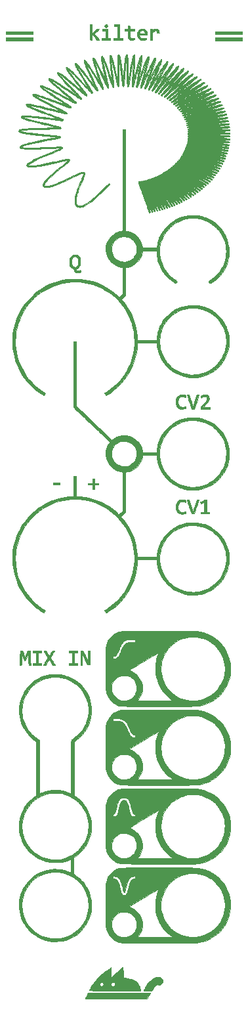
<source format=gbr>
%TF.GenerationSoftware,KiCad,Pcbnew,(6.0.9)*%
%TF.CreationDate,2022-12-27T03:42:49-08:00*%
%TF.ProjectId,panel_pcb,70616e65-6c5f-4706-9362-2e6b69636164,rev?*%
%TF.SameCoordinates,Original*%
%TF.FileFunction,Legend,Top*%
%TF.FilePolarity,Positive*%
%FSLAX46Y46*%
G04 Gerber Fmt 4.6, Leading zero omitted, Abs format (unit mm)*
G04 Created by KiCad (PCBNEW (6.0.9)) date 2022-12-27 03:42:49*
%MOMM*%
%LPD*%
G01*
G04 APERTURE LIST*
%ADD10C,0.150000*%
%ADD11C,0.010000*%
G04 APERTURE END LIST*
D10*
%TO.C,*%
%TO.C,G\u002A\u002A\u002A*%
G36*
X-2361996Y-22617097D02*
G01*
X-2364307Y-22457538D01*
X-2365994Y-22273960D01*
X-2367112Y-22064025D01*
X-2367711Y-21825394D01*
X-2367845Y-21555729D01*
X-2367564Y-21252691D01*
X-2366923Y-20913942D01*
X-2365986Y-20542255D01*
X653779Y-20542255D01*
X672496Y-20556613D01*
X720910Y-20579216D01*
X787587Y-20604819D01*
X1073758Y-20727857D01*
X1339423Y-20886454D01*
X1581391Y-21077592D01*
X1796468Y-21298249D01*
X1981460Y-21545405D01*
X2133175Y-21816041D01*
X2180494Y-21922144D01*
X2280165Y-22215167D01*
X2339935Y-22515769D01*
X2360423Y-22819760D01*
X2342245Y-23122950D01*
X2286019Y-23421147D01*
X2192363Y-23710163D01*
X2061895Y-23985807D01*
X1895231Y-24243888D01*
X1825159Y-24333307D01*
X1713568Y-24468667D01*
X6315603Y-24468667D01*
X6126970Y-24339948D01*
X5844028Y-24128834D01*
X5564036Y-23883048D01*
X5403468Y-23725455D01*
X5106503Y-23393341D01*
X4843869Y-23038050D01*
X4616353Y-22662231D01*
X4424742Y-22268534D01*
X4269826Y-21859607D01*
X4152391Y-21438102D01*
X4073227Y-21006666D01*
X4033120Y-20567951D01*
X4032989Y-20343019D01*
X4763173Y-20343019D01*
X4765538Y-20562238D01*
X4776611Y-20763518D01*
X4792991Y-20910631D01*
X4874934Y-21328612D01*
X4995291Y-21729245D01*
X5153560Y-22111529D01*
X5349236Y-22474463D01*
X5581816Y-22817048D01*
X5850794Y-23138285D01*
X5986499Y-23278502D01*
X6292269Y-23551604D01*
X6621791Y-23791481D01*
X6971832Y-23996996D01*
X7339157Y-24167013D01*
X7720529Y-24300393D01*
X8112715Y-24396000D01*
X8512480Y-24452697D01*
X8916587Y-24469347D01*
X9308875Y-24446244D01*
X9718923Y-24380931D01*
X10114379Y-24277195D01*
X10493225Y-24136982D01*
X10853443Y-23962237D01*
X11193014Y-23754904D01*
X11509921Y-23516928D01*
X11802145Y-23250255D01*
X12067667Y-22956829D01*
X12304469Y-22638596D01*
X12510533Y-22297499D01*
X12683841Y-21935486D01*
X12822373Y-21554499D01*
X12924113Y-21156485D01*
X12964794Y-20923250D01*
X12980429Y-20781536D01*
X12991215Y-20612320D01*
X12997038Y-20427982D01*
X12997782Y-20240902D01*
X12993333Y-20063460D01*
X12983576Y-19908036D01*
X12974937Y-19829093D01*
X12897856Y-19412768D01*
X12781613Y-19011018D01*
X12627363Y-18625922D01*
X12436263Y-18259559D01*
X12209470Y-17914009D01*
X11948141Y-17591351D01*
X11653431Y-17293667D01*
X11482656Y-17145546D01*
X11162947Y-16909270D01*
X10819600Y-16705238D01*
X10457013Y-16534789D01*
X10079588Y-16399259D01*
X9691723Y-16299986D01*
X9297819Y-16238307D01*
X8902276Y-16215560D01*
X8509493Y-16233082D01*
X8487833Y-16235264D01*
X8072705Y-16298887D01*
X7672598Y-16401006D01*
X7289484Y-16539843D01*
X6925338Y-16713621D01*
X6582134Y-16920563D01*
X6261844Y-17158891D01*
X5966444Y-17426827D01*
X5697907Y-17722596D01*
X5458207Y-18044418D01*
X5249318Y-18390517D01*
X5073213Y-18759115D01*
X4931867Y-19148435D01*
X4833761Y-19525559D01*
X4804809Y-19697134D01*
X4783160Y-19898528D01*
X4769164Y-20117803D01*
X4763173Y-20343019D01*
X4032989Y-20343019D01*
X4032860Y-20124605D01*
X4073234Y-19679278D01*
X4118630Y-19405332D01*
X4174460Y-19160058D01*
X4247539Y-18901796D01*
X4332376Y-18648131D01*
X4423480Y-18416648D01*
X4436966Y-18385786D01*
X4474184Y-18300402D01*
X4503276Y-18230881D01*
X4520957Y-18185263D01*
X4524620Y-18171320D01*
X4505756Y-18181116D01*
X4453708Y-18211381D01*
X4371328Y-18260371D01*
X4261466Y-18326338D01*
X4126973Y-18407536D01*
X3970701Y-18502219D01*
X3795501Y-18608640D01*
X3604224Y-18725054D01*
X3399722Y-18849712D01*
X3184845Y-18980870D01*
X2962444Y-19116781D01*
X2735372Y-19255698D01*
X2506478Y-19395875D01*
X2278615Y-19535566D01*
X2054632Y-19673024D01*
X1837383Y-19806503D01*
X1629717Y-19934257D01*
X1434486Y-20054538D01*
X1254541Y-20165602D01*
X1092733Y-20265701D01*
X951914Y-20353088D01*
X834935Y-20426019D01*
X744646Y-20482745D01*
X683899Y-20521522D01*
X655545Y-20540602D01*
X653779Y-20542255D01*
X-2365986Y-20542255D01*
X-2365973Y-20537145D01*
X-2364984Y-20193000D01*
X-2363776Y-19799601D01*
X-2362593Y-19446252D01*
X-2361401Y-19130670D01*
X-2361138Y-19071167D01*
X-1439334Y-19071167D01*
X-1316104Y-19071167D01*
X-1224428Y-19064502D01*
X-1129809Y-19047551D01*
X-1088563Y-19035960D01*
X-997553Y-18989070D01*
X-898758Y-18910687D01*
X-799997Y-18808675D01*
X-709084Y-18690895D01*
X-649090Y-18593938D01*
X-614712Y-18527221D01*
X-568151Y-18430631D01*
X-513654Y-18313309D01*
X-455470Y-18184396D01*
X-398766Y-18055167D01*
X-310491Y-17853419D01*
X-234524Y-17686271D01*
X-168117Y-17548757D01*
X-108523Y-17435910D01*
X-52995Y-17342763D01*
X1214Y-17264352D01*
X56852Y-17195709D01*
X106000Y-17142683D01*
X195878Y-17057531D01*
X269655Y-17003769D01*
X328250Y-16978195D01*
X378479Y-16970482D01*
X466064Y-16964074D01*
X586041Y-16959167D01*
X733446Y-16955957D01*
X903316Y-16954640D01*
X926041Y-16954618D01*
X1439333Y-16954500D01*
X1439333Y-16612249D01*
X873125Y-16619333D01*
X306916Y-16626417D01*
X163861Y-16694181D01*
X9112Y-16787799D01*
X-138325Y-16916153D01*
X-270141Y-17071655D01*
X-305532Y-17122671D01*
X-349696Y-17191213D01*
X-390056Y-17258355D01*
X-429602Y-17330167D01*
X-471327Y-17412723D01*
X-518223Y-17512093D01*
X-573279Y-17634350D01*
X-639489Y-17785566D01*
X-691965Y-17907000D01*
X-780315Y-18107811D01*
X-857165Y-18272519D01*
X-924700Y-18405080D01*
X-985106Y-18509453D01*
X-1040568Y-18589593D01*
X-1093271Y-18649458D01*
X-1111240Y-18666151D01*
X-1160568Y-18704667D01*
X-1207086Y-18724610D01*
X-1268591Y-18731831D01*
X-1313070Y-18732500D01*
X-1439334Y-18732500D01*
X-1439334Y-19071167D01*
X-2361138Y-19071167D01*
X-2360162Y-18850570D01*
X-2359531Y-18732500D01*
X-2358841Y-18603670D01*
X-2357403Y-18387687D01*
X-2355812Y-18200336D01*
X-2354033Y-18039335D01*
X-2352028Y-17902399D01*
X-2349764Y-17787247D01*
X-2347203Y-17691593D01*
X-2344311Y-17613156D01*
X-2341052Y-17549650D01*
X-2337389Y-17498794D01*
X-2333288Y-17458303D01*
X-2328712Y-17425895D01*
X-2323626Y-17399285D01*
X-2321118Y-17388417D01*
X-2223029Y-17064757D01*
X-2092686Y-16766971D01*
X-1931209Y-16496307D01*
X-1739717Y-16254014D01*
X-1519327Y-16041340D01*
X-1271159Y-15859534D01*
X-996332Y-15709844D01*
X-719667Y-15601161D01*
X-684271Y-15589392D01*
X-651587Y-15578517D01*
X-619907Y-15568501D01*
X-587521Y-15559307D01*
X-552721Y-15550901D01*
X-513798Y-15543247D01*
X-469043Y-15536311D01*
X-416748Y-15530057D01*
X-355204Y-15524450D01*
X-282701Y-15519455D01*
X-197532Y-15515036D01*
X-97987Y-15511158D01*
X17642Y-15507786D01*
X151064Y-15504885D01*
X303988Y-15502420D01*
X478123Y-15500355D01*
X675177Y-15498656D01*
X896859Y-15497286D01*
X1144878Y-15496211D01*
X1420943Y-15495396D01*
X1726763Y-15494805D01*
X2064046Y-15494403D01*
X2434500Y-15494155D01*
X2839836Y-15494026D01*
X3281761Y-15493980D01*
X3761985Y-15493982D01*
X4282216Y-15493998D01*
X4480356Y-15494000D01*
X5100632Y-15494101D01*
X5678681Y-15494405D01*
X6214609Y-15494913D01*
X6708523Y-15495624D01*
X7160529Y-15496540D01*
X7570734Y-15497661D01*
X7939242Y-15498987D01*
X8266162Y-15500519D01*
X8551598Y-15502257D01*
X8795658Y-15504202D01*
X8998447Y-15506354D01*
X9160071Y-15508714D01*
X9280637Y-15511282D01*
X9360251Y-15514059D01*
X9393542Y-15516320D01*
X9834389Y-15585286D01*
X10268174Y-15694911D01*
X10691193Y-15843651D01*
X11099744Y-16029967D01*
X11490123Y-16252316D01*
X11858626Y-16509157D01*
X11948583Y-16579932D01*
X12068846Y-16683544D01*
X12205073Y-16811924D01*
X12348233Y-16955675D01*
X12489297Y-17105396D01*
X12619235Y-17251689D01*
X12729017Y-17385156D01*
X12755913Y-17420278D01*
X13012307Y-17796743D01*
X13230804Y-18192054D01*
X13411351Y-18606080D01*
X13553894Y-19038693D01*
X13658380Y-19489763D01*
X13687767Y-19663833D01*
X13706676Y-19827980D01*
X13719192Y-20022154D01*
X13725329Y-20234536D01*
X13725097Y-20453308D01*
X13718509Y-20666650D01*
X13705577Y-20862744D01*
X13686414Y-21029083D01*
X13598438Y-21476822D01*
X13472900Y-21907572D01*
X13311534Y-22319626D01*
X13116072Y-22711279D01*
X12888246Y-23080824D01*
X12629788Y-23426555D01*
X12342431Y-23746766D01*
X12027907Y-24039751D01*
X11687948Y-24303804D01*
X11324286Y-24537218D01*
X10938654Y-24738288D01*
X10532784Y-24905307D01*
X10108408Y-25036569D01*
X9667259Y-25130368D01*
X9496621Y-25155698D01*
X9464812Y-25159373D01*
X9426568Y-25162765D01*
X9380214Y-25165882D01*
X9324080Y-25168736D01*
X9256491Y-25171338D01*
X9175776Y-25173696D01*
X9080263Y-25175823D01*
X8968277Y-25177727D01*
X8838147Y-25179421D01*
X8688201Y-25180913D01*
X8516765Y-25182214D01*
X8322167Y-25183335D01*
X8102734Y-25184287D01*
X7856794Y-25185079D01*
X7582675Y-25185721D01*
X7278703Y-25186225D01*
X6943206Y-25186601D01*
X6574511Y-25186859D01*
X6170946Y-25187009D01*
X5730839Y-25187062D01*
X5252516Y-25187028D01*
X4734305Y-25186918D01*
X4480957Y-25186844D01*
X3950830Y-25186669D01*
X3461343Y-25186479D01*
X3010801Y-25186259D01*
X2597511Y-25185996D01*
X2219778Y-25185676D01*
X1875910Y-25185283D01*
X1564211Y-25184805D01*
X1282988Y-25184226D01*
X1030548Y-25183533D01*
X805195Y-25182711D01*
X605238Y-25181747D01*
X428980Y-25180625D01*
X274729Y-25179332D01*
X140791Y-25177854D01*
X25471Y-25176176D01*
X-72923Y-25174285D01*
X-156087Y-25172166D01*
X-225713Y-25169804D01*
X-283497Y-25167186D01*
X-331131Y-25164298D01*
X-370310Y-25161125D01*
X-402727Y-25157653D01*
X-430077Y-25153868D01*
X-454053Y-25149756D01*
X-476250Y-25145323D01*
X-658456Y-25101296D01*
X-822046Y-25047806D01*
X-986210Y-24977971D01*
X-1100667Y-24921404D01*
X-1355828Y-24766577D01*
X-1589959Y-24577729D01*
X-1799483Y-24359407D01*
X-1980822Y-24116157D01*
X-2130396Y-23852527D01*
X-2244627Y-23573065D01*
X-2293140Y-23406068D01*
X-2304553Y-23358092D01*
X-2314820Y-23309480D01*
X-2323995Y-23257894D01*
X-2332128Y-23200995D01*
X-2339273Y-23136446D01*
X-2345481Y-23061908D01*
X-2350805Y-22975042D01*
X-2355298Y-22873511D01*
X-2356001Y-22851057D01*
X-1628874Y-22851057D01*
X-1617772Y-23036644D01*
X-1589744Y-23202911D01*
X-1587710Y-23211156D01*
X-1503865Y-23460546D01*
X-1384467Y-23689580D01*
X-1232537Y-23895341D01*
X-1051097Y-24074913D01*
X-843167Y-24225380D01*
X-611768Y-24343825D01*
X-359922Y-24427331D01*
X-317500Y-24437351D01*
X-206607Y-24453339D01*
X-69053Y-24460172D01*
X80579Y-24458247D01*
X227709Y-24447961D01*
X357755Y-24429710D01*
X412750Y-24417477D01*
X488096Y-24392991D01*
X585194Y-24354891D01*
X688448Y-24309501D01*
X740833Y-24284405D01*
X834335Y-24235540D01*
X911880Y-24187675D01*
X984908Y-24132268D01*
X1064860Y-24060778D01*
X1145585Y-23982201D01*
X1233567Y-23892903D01*
X1298568Y-23820741D01*
X1348909Y-23754347D01*
X1392910Y-23682356D01*
X1438892Y-23593401D01*
X1456115Y-23557979D01*
X1538518Y-23366780D01*
X1592567Y-23189169D01*
X1621703Y-23010784D01*
X1629465Y-22834655D01*
X1608994Y-22568528D01*
X1549581Y-22317346D01*
X1452696Y-22083448D01*
X1319812Y-21869177D01*
X1152400Y-21676873D01*
X951930Y-21508877D01*
X719875Y-21367532D01*
X701537Y-21358220D01*
X506755Y-21280519D01*
X289717Y-21228264D01*
X63029Y-21202881D01*
X-160704Y-21205799D01*
X-364702Y-21237434D01*
X-604236Y-21316022D01*
X-828325Y-21430761D01*
X-1032943Y-21577547D01*
X-1214065Y-21752273D01*
X-1367663Y-21950834D01*
X-1489712Y-22169124D01*
X-1576185Y-22403036D01*
X-1599117Y-22496286D01*
X-1622755Y-22664740D01*
X-1628874Y-22851057D01*
X-2356001Y-22851057D01*
X-2359010Y-22754975D01*
X-2361996Y-22617097D01*
G37*
D11*
X-2361996Y-22617097D02*
X-2364307Y-22457538D01*
X-2365994Y-22273960D01*
X-2367112Y-22064025D01*
X-2367711Y-21825394D01*
X-2367845Y-21555729D01*
X-2367564Y-21252691D01*
X-2366923Y-20913942D01*
X-2365986Y-20542255D01*
X653779Y-20542255D01*
X672496Y-20556613D01*
X720910Y-20579216D01*
X787587Y-20604819D01*
X1073758Y-20727857D01*
X1339423Y-20886454D01*
X1581391Y-21077592D01*
X1796468Y-21298249D01*
X1981460Y-21545405D01*
X2133175Y-21816041D01*
X2180494Y-21922144D01*
X2280165Y-22215167D01*
X2339935Y-22515769D01*
X2360423Y-22819760D01*
X2342245Y-23122950D01*
X2286019Y-23421147D01*
X2192363Y-23710163D01*
X2061895Y-23985807D01*
X1895231Y-24243888D01*
X1825159Y-24333307D01*
X1713568Y-24468667D01*
X6315603Y-24468667D01*
X6126970Y-24339948D01*
X5844028Y-24128834D01*
X5564036Y-23883048D01*
X5403468Y-23725455D01*
X5106503Y-23393341D01*
X4843869Y-23038050D01*
X4616353Y-22662231D01*
X4424742Y-22268534D01*
X4269826Y-21859607D01*
X4152391Y-21438102D01*
X4073227Y-21006666D01*
X4033120Y-20567951D01*
X4032989Y-20343019D01*
X4763173Y-20343019D01*
X4765538Y-20562238D01*
X4776611Y-20763518D01*
X4792991Y-20910631D01*
X4874934Y-21328612D01*
X4995291Y-21729245D01*
X5153560Y-22111529D01*
X5349236Y-22474463D01*
X5581816Y-22817048D01*
X5850794Y-23138285D01*
X5986499Y-23278502D01*
X6292269Y-23551604D01*
X6621791Y-23791481D01*
X6971832Y-23996996D01*
X7339157Y-24167013D01*
X7720529Y-24300393D01*
X8112715Y-24396000D01*
X8512480Y-24452697D01*
X8916587Y-24469347D01*
X9308875Y-24446244D01*
X9718923Y-24380931D01*
X10114379Y-24277195D01*
X10493225Y-24136982D01*
X10853443Y-23962237D01*
X11193014Y-23754904D01*
X11509921Y-23516928D01*
X11802145Y-23250255D01*
X12067667Y-22956829D01*
X12304469Y-22638596D01*
X12510533Y-22297499D01*
X12683841Y-21935486D01*
X12822373Y-21554499D01*
X12924113Y-21156485D01*
X12964794Y-20923250D01*
X12980429Y-20781536D01*
X12991215Y-20612320D01*
X12997038Y-20427982D01*
X12997782Y-20240902D01*
X12993333Y-20063460D01*
X12983576Y-19908036D01*
X12974937Y-19829093D01*
X12897856Y-19412768D01*
X12781613Y-19011018D01*
X12627363Y-18625922D01*
X12436263Y-18259559D01*
X12209470Y-17914009D01*
X11948141Y-17591351D01*
X11653431Y-17293667D01*
X11482656Y-17145546D01*
X11162947Y-16909270D01*
X10819600Y-16705238D01*
X10457013Y-16534789D01*
X10079588Y-16399259D01*
X9691723Y-16299986D01*
X9297819Y-16238307D01*
X8902276Y-16215560D01*
X8509493Y-16233082D01*
X8487833Y-16235264D01*
X8072705Y-16298887D01*
X7672598Y-16401006D01*
X7289484Y-16539843D01*
X6925338Y-16713621D01*
X6582134Y-16920563D01*
X6261844Y-17158891D01*
X5966444Y-17426827D01*
X5697907Y-17722596D01*
X5458207Y-18044418D01*
X5249318Y-18390517D01*
X5073213Y-18759115D01*
X4931867Y-19148435D01*
X4833761Y-19525559D01*
X4804809Y-19697134D01*
X4783160Y-19898528D01*
X4769164Y-20117803D01*
X4763173Y-20343019D01*
X4032989Y-20343019D01*
X4032860Y-20124605D01*
X4073234Y-19679278D01*
X4118630Y-19405332D01*
X4174460Y-19160058D01*
X4247539Y-18901796D01*
X4332376Y-18648131D01*
X4423480Y-18416648D01*
X4436966Y-18385786D01*
X4474184Y-18300402D01*
X4503276Y-18230881D01*
X4520957Y-18185263D01*
X4524620Y-18171320D01*
X4505756Y-18181116D01*
X4453708Y-18211381D01*
X4371328Y-18260371D01*
X4261466Y-18326338D01*
X4126973Y-18407536D01*
X3970701Y-18502219D01*
X3795501Y-18608640D01*
X3604224Y-18725054D01*
X3399722Y-18849712D01*
X3184845Y-18980870D01*
X2962444Y-19116781D01*
X2735372Y-19255698D01*
X2506478Y-19395875D01*
X2278615Y-19535566D01*
X2054632Y-19673024D01*
X1837383Y-19806503D01*
X1629717Y-19934257D01*
X1434486Y-20054538D01*
X1254541Y-20165602D01*
X1092733Y-20265701D01*
X951914Y-20353088D01*
X834935Y-20426019D01*
X744646Y-20482745D01*
X683899Y-20521522D01*
X655545Y-20540602D01*
X653779Y-20542255D01*
X-2365986Y-20542255D01*
X-2365973Y-20537145D01*
X-2364984Y-20193000D01*
X-2363776Y-19799601D01*
X-2362593Y-19446252D01*
X-2361401Y-19130670D01*
X-2361138Y-19071167D01*
X-1439334Y-19071167D01*
X-1316104Y-19071167D01*
X-1224428Y-19064502D01*
X-1129809Y-19047551D01*
X-1088563Y-19035960D01*
X-997553Y-18989070D01*
X-898758Y-18910687D01*
X-799997Y-18808675D01*
X-709084Y-18690895D01*
X-649090Y-18593938D01*
X-614712Y-18527221D01*
X-568151Y-18430631D01*
X-513654Y-18313309D01*
X-455470Y-18184396D01*
X-398766Y-18055167D01*
X-310491Y-17853419D01*
X-234524Y-17686271D01*
X-168117Y-17548757D01*
X-108523Y-17435910D01*
X-52995Y-17342763D01*
X1214Y-17264352D01*
X56852Y-17195709D01*
X106000Y-17142683D01*
X195878Y-17057531D01*
X269655Y-17003769D01*
X328250Y-16978195D01*
X378479Y-16970482D01*
X466064Y-16964074D01*
X586041Y-16959167D01*
X733446Y-16955957D01*
X903316Y-16954640D01*
X926041Y-16954618D01*
X1439333Y-16954500D01*
X1439333Y-16612249D01*
X873125Y-16619333D01*
X306916Y-16626417D01*
X163861Y-16694181D01*
X9112Y-16787799D01*
X-138325Y-16916153D01*
X-270141Y-17071655D01*
X-305532Y-17122671D01*
X-349696Y-17191213D01*
X-390056Y-17258355D01*
X-429602Y-17330167D01*
X-471327Y-17412723D01*
X-518223Y-17512093D01*
X-573279Y-17634350D01*
X-639489Y-17785566D01*
X-691965Y-17907000D01*
X-780315Y-18107811D01*
X-857165Y-18272519D01*
X-924700Y-18405080D01*
X-985106Y-18509453D01*
X-1040568Y-18589593D01*
X-1093271Y-18649458D01*
X-1111240Y-18666151D01*
X-1160568Y-18704667D01*
X-1207086Y-18724610D01*
X-1268591Y-18731831D01*
X-1313070Y-18732500D01*
X-1439334Y-18732500D01*
X-1439334Y-19071167D01*
X-2361138Y-19071167D01*
X-2360162Y-18850570D01*
X-2359531Y-18732500D01*
X-2358841Y-18603670D01*
X-2357403Y-18387687D01*
X-2355812Y-18200336D01*
X-2354033Y-18039335D01*
X-2352028Y-17902399D01*
X-2349764Y-17787247D01*
X-2347203Y-17691593D01*
X-2344311Y-17613156D01*
X-2341052Y-17549650D01*
X-2337389Y-17498794D01*
X-2333288Y-17458303D01*
X-2328712Y-17425895D01*
X-2323626Y-17399285D01*
X-2321118Y-17388417D01*
X-2223029Y-17064757D01*
X-2092686Y-16766971D01*
X-1931209Y-16496307D01*
X-1739717Y-16254014D01*
X-1519327Y-16041340D01*
X-1271159Y-15859534D01*
X-996332Y-15709844D01*
X-719667Y-15601161D01*
X-684271Y-15589392D01*
X-651587Y-15578517D01*
X-619907Y-15568501D01*
X-587521Y-15559307D01*
X-552721Y-15550901D01*
X-513798Y-15543247D01*
X-469043Y-15536311D01*
X-416748Y-15530057D01*
X-355204Y-15524450D01*
X-282701Y-15519455D01*
X-197532Y-15515036D01*
X-97987Y-15511158D01*
X17642Y-15507786D01*
X151064Y-15504885D01*
X303988Y-15502420D01*
X478123Y-15500355D01*
X675177Y-15498656D01*
X896859Y-15497286D01*
X1144878Y-15496211D01*
X1420943Y-15495396D01*
X1726763Y-15494805D01*
X2064046Y-15494403D01*
X2434500Y-15494155D01*
X2839836Y-15494026D01*
X3281761Y-15493980D01*
X3761985Y-15493982D01*
X4282216Y-15493998D01*
X4480356Y-15494000D01*
X5100632Y-15494101D01*
X5678681Y-15494405D01*
X6214609Y-15494913D01*
X6708523Y-15495624D01*
X7160529Y-15496540D01*
X7570734Y-15497661D01*
X7939242Y-15498987D01*
X8266162Y-15500519D01*
X8551598Y-15502257D01*
X8795658Y-15504202D01*
X8998447Y-15506354D01*
X9160071Y-15508714D01*
X9280637Y-15511282D01*
X9360251Y-15514059D01*
X9393542Y-15516320D01*
X9834389Y-15585286D01*
X10268174Y-15694911D01*
X10691193Y-15843651D01*
X11099744Y-16029967D01*
X11490123Y-16252316D01*
X11858626Y-16509157D01*
X11948583Y-16579932D01*
X12068846Y-16683544D01*
X12205073Y-16811924D01*
X12348233Y-16955675D01*
X12489297Y-17105396D01*
X12619235Y-17251689D01*
X12729017Y-17385156D01*
X12755913Y-17420278D01*
X13012307Y-17796743D01*
X13230804Y-18192054D01*
X13411351Y-18606080D01*
X13553894Y-19038693D01*
X13658380Y-19489763D01*
X13687767Y-19663833D01*
X13706676Y-19827980D01*
X13719192Y-20022154D01*
X13725329Y-20234536D01*
X13725097Y-20453308D01*
X13718509Y-20666650D01*
X13705577Y-20862744D01*
X13686414Y-21029083D01*
X13598438Y-21476822D01*
X13472900Y-21907572D01*
X13311534Y-22319626D01*
X13116072Y-22711279D01*
X12888246Y-23080824D01*
X12629788Y-23426555D01*
X12342431Y-23746766D01*
X12027907Y-24039751D01*
X11687948Y-24303804D01*
X11324286Y-24537218D01*
X10938654Y-24738288D01*
X10532784Y-24905307D01*
X10108408Y-25036569D01*
X9667259Y-25130368D01*
X9496621Y-25155698D01*
X9464812Y-25159373D01*
X9426568Y-25162765D01*
X9380214Y-25165882D01*
X9324080Y-25168736D01*
X9256491Y-25171338D01*
X9175776Y-25173696D01*
X9080263Y-25175823D01*
X8968277Y-25177727D01*
X8838147Y-25179421D01*
X8688201Y-25180913D01*
X8516765Y-25182214D01*
X8322167Y-25183335D01*
X8102734Y-25184287D01*
X7856794Y-25185079D01*
X7582675Y-25185721D01*
X7278703Y-25186225D01*
X6943206Y-25186601D01*
X6574511Y-25186859D01*
X6170946Y-25187009D01*
X5730839Y-25187062D01*
X5252516Y-25187028D01*
X4734305Y-25186918D01*
X4480957Y-25186844D01*
X3950830Y-25186669D01*
X3461343Y-25186479D01*
X3010801Y-25186259D01*
X2597511Y-25185996D01*
X2219778Y-25185676D01*
X1875910Y-25185283D01*
X1564211Y-25184805D01*
X1282988Y-25184226D01*
X1030548Y-25183533D01*
X805195Y-25182711D01*
X605238Y-25181747D01*
X428980Y-25180625D01*
X274729Y-25179332D01*
X140791Y-25177854D01*
X25471Y-25176176D01*
X-72923Y-25174285D01*
X-156087Y-25172166D01*
X-225713Y-25169804D01*
X-283497Y-25167186D01*
X-331131Y-25164298D01*
X-370310Y-25161125D01*
X-402727Y-25157653D01*
X-430077Y-25153868D01*
X-454053Y-25149756D01*
X-476250Y-25145323D01*
X-658456Y-25101296D01*
X-822046Y-25047806D01*
X-986210Y-24977971D01*
X-1100667Y-24921404D01*
X-1355828Y-24766577D01*
X-1589959Y-24577729D01*
X-1799483Y-24359407D01*
X-1980822Y-24116157D01*
X-2130396Y-23852527D01*
X-2244627Y-23573065D01*
X-2293140Y-23406068D01*
X-2304553Y-23358092D01*
X-2314820Y-23309480D01*
X-2323995Y-23257894D01*
X-2332128Y-23200995D01*
X-2339273Y-23136446D01*
X-2345481Y-23061908D01*
X-2350805Y-22975042D01*
X-2355298Y-22873511D01*
X-2356001Y-22851057D01*
X-1628874Y-22851057D01*
X-1617772Y-23036644D01*
X-1589744Y-23202911D01*
X-1587710Y-23211156D01*
X-1503865Y-23460546D01*
X-1384467Y-23689580D01*
X-1232537Y-23895341D01*
X-1051097Y-24074913D01*
X-843167Y-24225380D01*
X-611768Y-24343825D01*
X-359922Y-24427331D01*
X-317500Y-24437351D01*
X-206607Y-24453339D01*
X-69053Y-24460172D01*
X80579Y-24458247D01*
X227709Y-24447961D01*
X357755Y-24429710D01*
X412750Y-24417477D01*
X488096Y-24392991D01*
X585194Y-24354891D01*
X688448Y-24309501D01*
X740833Y-24284405D01*
X834335Y-24235540D01*
X911880Y-24187675D01*
X984908Y-24132268D01*
X1064860Y-24060778D01*
X1145585Y-23982201D01*
X1233567Y-23892903D01*
X1298568Y-23820741D01*
X1348909Y-23754347D01*
X1392910Y-23682356D01*
X1438892Y-23593401D01*
X1456115Y-23557979D01*
X1538518Y-23366780D01*
X1592567Y-23189169D01*
X1621703Y-23010784D01*
X1629465Y-22834655D01*
X1608994Y-22568528D01*
X1549581Y-22317346D01*
X1452696Y-22083448D01*
X1319812Y-21869177D01*
X1152400Y-21676873D01*
X951930Y-21508877D01*
X719875Y-21367532D01*
X701537Y-21358220D01*
X506755Y-21280519D01*
X289717Y-21228264D01*
X63029Y-21202881D01*
X-160704Y-21205799D01*
X-364702Y-21237434D01*
X-604236Y-21316022D01*
X-828325Y-21430761D01*
X-1032943Y-21577547D01*
X-1214065Y-21752273D01*
X-1367663Y-21950834D01*
X-1489712Y-22169124D01*
X-1576185Y-22403036D01*
X-1599117Y-22496286D01*
X-1622755Y-22664740D01*
X-1628874Y-22851057D01*
X-2356001Y-22851057D01*
X-2359010Y-22754975D01*
X-2361996Y-22617097D01*
G36*
X-5111403Y-18430875D02*
G01*
X-5042173Y-18578483D01*
X-4967196Y-18739398D01*
X-4892763Y-18900054D01*
X-4825163Y-19046883D01*
X-4780240Y-19145250D01*
X-4636010Y-19462750D01*
X-4635500Y-18034000D01*
X-4381046Y-18034000D01*
X-4392084Y-19843750D01*
X-4729894Y-19843750D01*
X-4978669Y-19314583D01*
X-5049075Y-19164037D01*
X-5117979Y-19015264D01*
X-5181957Y-18875765D01*
X-5237584Y-18753039D01*
X-5281437Y-18654588D01*
X-5307180Y-18594917D01*
X-5386917Y-18404417D01*
X-5392487Y-19129375D01*
X-5398056Y-19854333D01*
X-5630334Y-19854333D01*
X-5630334Y-18034000D01*
X-5298337Y-18034000D01*
X-5111403Y-18430875D01*
G37*
X-5111403Y-18430875D02*
X-5042173Y-18578483D01*
X-4967196Y-18739398D01*
X-4892763Y-18900054D01*
X-4825163Y-19046883D01*
X-4780240Y-19145250D01*
X-4636010Y-19462750D01*
X-4635500Y-18034000D01*
X-4381046Y-18034000D01*
X-4392084Y-19843750D01*
X-4729894Y-19843750D01*
X-4978669Y-19314583D01*
X-5049075Y-19164037D01*
X-5117979Y-19015264D01*
X-5181957Y-18875765D01*
X-5237584Y-18753039D01*
X-5281437Y-18654588D01*
X-5307180Y-18594917D01*
X-5386917Y-18404417D01*
X-5392487Y-19129375D01*
X-5398056Y-19854333D01*
X-5630334Y-19854333D01*
X-5630334Y-18034000D01*
X-5298337Y-18034000D01*
X-5111403Y-18430875D01*
G36*
X-208993Y-62124255D02*
G01*
X189076Y-62124513D01*
X573568Y-62124933D01*
X942436Y-62125507D01*
X1293631Y-62126224D01*
X1625102Y-62127078D01*
X1934802Y-62128058D01*
X2220682Y-62129156D01*
X2480692Y-62130365D01*
X2712784Y-62131674D01*
X2914908Y-62133075D01*
X3085016Y-62134560D01*
X3221058Y-62136120D01*
X3320987Y-62137746D01*
X3382752Y-62139429D01*
X3404304Y-62141161D01*
X3404305Y-62141223D01*
X3391794Y-62164002D01*
X3361160Y-62217274D01*
X3315855Y-62295109D01*
X3259333Y-62391576D01*
X3195044Y-62500747D01*
X3190678Y-62508142D01*
X2984107Y-62858004D01*
X409045Y-62872085D01*
X-36726Y-62874432D01*
X-475748Y-62876567D01*
X-906049Y-62878488D01*
X-1325656Y-62880192D01*
X-1732598Y-62881677D01*
X-2124902Y-62882941D01*
X-2500595Y-62883982D01*
X-2857704Y-62884797D01*
X-3194258Y-62885384D01*
X-3508284Y-62885742D01*
X-3797810Y-62885867D01*
X-4060862Y-62885759D01*
X-4295469Y-62885413D01*
X-4499658Y-62884829D01*
X-4671457Y-62884003D01*
X-4808893Y-62882935D01*
X-4909993Y-62881620D01*
X-4972786Y-62880059D01*
X-4995299Y-62878247D01*
X-4995334Y-62878168D01*
X-4986006Y-62846418D01*
X-4959106Y-62780590D01*
X-4916260Y-62684335D01*
X-4859093Y-62561305D01*
X-4789257Y-62415208D01*
X-4648536Y-62124167D01*
X-618588Y-62124167D01*
X-208993Y-62124255D01*
G37*
X-208993Y-62124255D02*
X189076Y-62124513D01*
X573568Y-62124933D01*
X942436Y-62125507D01*
X1293631Y-62126224D01*
X1625102Y-62127078D01*
X1934802Y-62128058D01*
X2220682Y-62129156D01*
X2480692Y-62130365D01*
X2712784Y-62131674D01*
X2914908Y-62133075D01*
X3085016Y-62134560D01*
X3221058Y-62136120D01*
X3320987Y-62137746D01*
X3382752Y-62139429D01*
X3404304Y-62141161D01*
X3404305Y-62141223D01*
X3391794Y-62164002D01*
X3361160Y-62217274D01*
X3315855Y-62295109D01*
X3259333Y-62391576D01*
X3195044Y-62500747D01*
X3190678Y-62508142D01*
X2984107Y-62858004D01*
X409045Y-62872085D01*
X-36726Y-62874432D01*
X-475748Y-62876567D01*
X-906049Y-62878488D01*
X-1325656Y-62880192D01*
X-1732598Y-62881677D01*
X-2124902Y-62882941D01*
X-2500595Y-62883982D01*
X-2857704Y-62884797D01*
X-3194258Y-62885384D01*
X-3508284Y-62885742D01*
X-3797810Y-62885867D01*
X-4060862Y-62885759D01*
X-4295469Y-62885413D01*
X-4499658Y-62884829D01*
X-4671457Y-62884003D01*
X-4808893Y-62882935D01*
X-4909993Y-62881620D01*
X-4972786Y-62880059D01*
X-4995299Y-62878247D01*
X-4995334Y-62878168D01*
X-4986006Y-62846418D01*
X-4959106Y-62780590D01*
X-4916260Y-62684335D01*
X-4859093Y-62561305D01*
X-4789257Y-62415208D01*
X-4648536Y-62124167D01*
X-618588Y-62124167D01*
X-208993Y-62124255D01*
G36*
X-13532533Y-50253146D02*
G01*
X-13474978Y-49902273D01*
X-13386429Y-49546028D01*
X-13365754Y-49475976D01*
X-13220872Y-49068460D01*
X-13038795Y-48678143D01*
X-12821848Y-48307369D01*
X-12572355Y-47958478D01*
X-12292639Y-47633811D01*
X-11985026Y-47335709D01*
X-11651838Y-47066516D01*
X-11295400Y-46828570D01*
X-10918036Y-46624215D01*
X-10522069Y-46455791D01*
X-10289742Y-46377013D01*
X-9872449Y-46269618D01*
X-9445909Y-46201078D01*
X-9014446Y-46171154D01*
X-8582383Y-46179612D01*
X-8154042Y-46226212D01*
X-7733747Y-46310719D01*
X-7325821Y-46432896D01*
X-7013701Y-46556534D01*
X-6950159Y-46584107D01*
X-6904085Y-46603109D01*
X-6887117Y-46609000D01*
X-6885393Y-46588575D01*
X-6883798Y-46530271D01*
X-6882373Y-46438538D01*
X-6881159Y-46317831D01*
X-6880198Y-46172603D01*
X-6879530Y-46007306D01*
X-6879197Y-45826392D01*
X-6879167Y-45751750D01*
X-6879375Y-45565904D01*
X-6879967Y-45393918D01*
X-6880899Y-45240245D01*
X-6882125Y-45109339D01*
X-6883600Y-45005651D01*
X-6885279Y-44933636D01*
X-6887117Y-44897745D01*
X-6887875Y-44894500D01*
X-6909975Y-44902244D01*
X-6961405Y-44922901D01*
X-7032625Y-44952602D01*
X-7062500Y-44965288D01*
X-7401406Y-45096016D01*
X-7735805Y-45195648D01*
X-8075107Y-45266035D01*
X-8428724Y-45309032D01*
X-8806066Y-45326489D01*
X-8900584Y-45327084D01*
X-9123356Y-45324472D01*
X-9316489Y-45315949D01*
X-9492451Y-45299963D01*
X-9663710Y-45274960D01*
X-9842736Y-45239386D01*
X-10041998Y-45191688D01*
X-10093485Y-45178454D01*
X-10508690Y-45049354D01*
X-10904823Y-44883832D01*
X-11280217Y-44684053D01*
X-11633207Y-44452184D01*
X-11962125Y-44190392D01*
X-12265306Y-43900844D01*
X-12541083Y-43585707D01*
X-12787789Y-43247147D01*
X-13003759Y-42887330D01*
X-13187325Y-42508425D01*
X-13336820Y-42112596D01*
X-13450580Y-41702011D01*
X-13526937Y-41278837D01*
X-13564224Y-40845240D01*
X-13565358Y-40787414D01*
X-13191035Y-40787414D01*
X-13163027Y-41182699D01*
X-13100728Y-41565803D01*
X-13069304Y-41701350D01*
X-12947149Y-42102501D01*
X-12788289Y-42485905D01*
X-12594942Y-42849516D01*
X-12369325Y-43191283D01*
X-12113654Y-43509159D01*
X-11830148Y-43801096D01*
X-11521023Y-44065044D01*
X-11188495Y-44298955D01*
X-10834783Y-44500780D01*
X-10462102Y-44668471D01*
X-10072671Y-44799980D01*
X-9668706Y-44893257D01*
X-9602731Y-44904520D01*
X-9501421Y-44920814D01*
X-9420679Y-44932864D01*
X-9350838Y-44941365D01*
X-9282231Y-44947017D01*
X-9205191Y-44950517D01*
X-9110052Y-44952563D01*
X-8987147Y-44953853D01*
X-8911167Y-44954441D01*
X-8726248Y-44953096D01*
X-8552828Y-44946625D01*
X-8402485Y-44935583D01*
X-8322658Y-44926223D01*
X-7896004Y-44844939D01*
X-7485805Y-44725043D01*
X-7093421Y-44567212D01*
X-6720213Y-44372120D01*
X-6367539Y-44140445D01*
X-6036761Y-43872862D01*
X-5852584Y-43698580D01*
X-5566181Y-43382488D01*
X-5313871Y-43042797D01*
X-5097190Y-42681998D01*
X-4917676Y-42302582D01*
X-4807683Y-42005250D01*
X-4695150Y-41595283D01*
X-4623872Y-41181888D01*
X-4593213Y-40767733D01*
X-4602536Y-40355487D01*
X-4651204Y-39947821D01*
X-4738581Y-39547402D01*
X-4864031Y-39156900D01*
X-5026917Y-38778985D01*
X-5226602Y-38416326D01*
X-5462449Y-38071592D01*
X-5733823Y-37747451D01*
X-5852584Y-37623753D01*
X-6168691Y-37336611D01*
X-6508460Y-37084118D01*
X-6869928Y-36867226D01*
X-7251134Y-36686885D01*
X-7650116Y-36544047D01*
X-8064911Y-36439663D01*
X-8409299Y-36384178D01*
X-8530530Y-36374076D01*
X-8681737Y-36368653D01*
X-8852397Y-36367630D01*
X-9031983Y-36370727D01*
X-9209973Y-36377665D01*
X-9375840Y-36388164D01*
X-9519061Y-36401944D01*
X-9616281Y-36416242D01*
X-10038082Y-36515119D01*
X-10441799Y-36650771D01*
X-10825580Y-36821478D01*
X-11187574Y-37025522D01*
X-11525928Y-37261184D01*
X-11838790Y-37526746D01*
X-12124309Y-37820488D01*
X-12380632Y-38140691D01*
X-12605909Y-38485638D01*
X-12798286Y-38853609D01*
X-12955911Y-39242886D01*
X-13069304Y-39620983D01*
X-13144173Y-39997305D01*
X-13184750Y-40389199D01*
X-13191035Y-40787414D01*
X-13565358Y-40787414D01*
X-13567834Y-40661167D01*
X-13547159Y-40223014D01*
X-13486069Y-39792204D01*
X-13385963Y-39371377D01*
X-13248243Y-38963175D01*
X-13074308Y-38570238D01*
X-12865559Y-38195209D01*
X-12623396Y-37840729D01*
X-12349221Y-37509439D01*
X-12044432Y-37203981D01*
X-11710432Y-36926995D01*
X-11513899Y-36787150D01*
X-11324167Y-36659575D01*
X-11324167Y-29725634D01*
X-11498792Y-29606558D01*
X-11850860Y-29341769D01*
X-12177728Y-29045647D01*
X-12475706Y-28722081D01*
X-12741106Y-28374960D01*
X-12899250Y-28130500D01*
X-13106674Y-27746030D01*
X-13274984Y-27348956D01*
X-13404512Y-26942010D01*
X-13495592Y-26527926D01*
X-13548556Y-26109437D01*
X-13563737Y-25689275D01*
X-13563403Y-25682983D01*
X-13185487Y-25682983D01*
X-13185016Y-25873556D01*
X-13179046Y-26050619D01*
X-13167463Y-26201204D01*
X-13164581Y-26226055D01*
X-13091166Y-26649442D01*
X-12977976Y-27060774D01*
X-12826090Y-27457383D01*
X-12636586Y-27836602D01*
X-12410543Y-28195765D01*
X-12314383Y-28327630D01*
X-12141181Y-28537879D01*
X-11942151Y-28748699D01*
X-11726886Y-28951304D01*
X-11504983Y-29136906D01*
X-11286034Y-29296719D01*
X-11186289Y-29360783D01*
X-11095679Y-29420331D01*
X-11024372Y-29475451D01*
X-10980314Y-29519805D01*
X-10973237Y-29530748D01*
X-10969259Y-29543211D01*
X-10965637Y-29565733D01*
X-10962356Y-29600163D01*
X-10959399Y-29648348D01*
X-10956751Y-29712136D01*
X-10954396Y-29793374D01*
X-10952318Y-29893911D01*
X-10950501Y-30015594D01*
X-10948928Y-30160271D01*
X-10947585Y-30329789D01*
X-10946455Y-30525996D01*
X-10945522Y-30750741D01*
X-10944771Y-31005870D01*
X-10944185Y-31293231D01*
X-10943748Y-31614672D01*
X-10943445Y-31972042D01*
X-10943260Y-32367186D01*
X-10943176Y-32801954D01*
X-10943167Y-33018949D01*
X-10943098Y-33396517D01*
X-10942895Y-33762451D01*
X-10942566Y-34114526D01*
X-10942118Y-34450515D01*
X-10941559Y-34768193D01*
X-10940896Y-35065332D01*
X-10940136Y-35339707D01*
X-10939287Y-35589093D01*
X-10938357Y-35811261D01*
X-10937352Y-36003988D01*
X-10936280Y-36165046D01*
X-10935149Y-36292209D01*
X-10933966Y-36383251D01*
X-10932738Y-36435947D01*
X-10931741Y-36449000D01*
X-10907517Y-36440208D01*
X-10860154Y-36418106D01*
X-10838362Y-36407191D01*
X-10693996Y-36341207D01*
X-10518300Y-36273533D01*
X-10321910Y-36208034D01*
X-10160000Y-36160612D01*
X-9723861Y-36061893D01*
X-9284343Y-36004272D01*
X-8844245Y-35987689D01*
X-8406363Y-36012086D01*
X-7973496Y-36077406D01*
X-7548441Y-36183590D01*
X-7441992Y-36217083D01*
X-7359430Y-36245651D01*
X-7263165Y-36281263D01*
X-7160849Y-36320801D01*
X-7060131Y-36361146D01*
X-6968663Y-36399179D01*
X-6894095Y-36431782D01*
X-6844077Y-36455835D01*
X-6826250Y-36468101D01*
X-6826287Y-36447535D01*
X-6826392Y-36386857D01*
X-6826563Y-36288289D01*
X-6826796Y-36154051D01*
X-6827087Y-35986365D01*
X-6827432Y-35787453D01*
X-6827827Y-35559535D01*
X-6828269Y-35304833D01*
X-6828753Y-35025569D01*
X-6829276Y-34723963D01*
X-6829833Y-34402236D01*
X-6830422Y-34062611D01*
X-6831038Y-33707309D01*
X-6831677Y-33338550D01*
X-6832210Y-33030825D01*
X-6832958Y-32578734D01*
X-6833553Y-32167091D01*
X-6833982Y-31794011D01*
X-6834232Y-31457610D01*
X-6834288Y-31156003D01*
X-6834136Y-30887305D01*
X-6833764Y-30649632D01*
X-6833158Y-30441097D01*
X-6832303Y-30259818D01*
X-6831186Y-30103909D01*
X-6829793Y-29971485D01*
X-6828111Y-29860661D01*
X-6826125Y-29769553D01*
X-6823823Y-29696275D01*
X-6821191Y-29638944D01*
X-6818214Y-29595673D01*
X-6814879Y-29564579D01*
X-6811173Y-29543777D01*
X-6807081Y-29531381D01*
X-6806767Y-29530755D01*
X-6770698Y-29487087D01*
X-6706891Y-29434212D01*
X-6631475Y-29384250D01*
X-6404967Y-29234924D01*
X-6171152Y-29053796D01*
X-5939216Y-28848053D01*
X-5908168Y-28818417D01*
X-5612904Y-28505867D01*
X-5354070Y-28171927D01*
X-5131539Y-27816355D01*
X-4945181Y-27438910D01*
X-4794870Y-27039353D01*
X-4680478Y-26617444D01*
X-4645012Y-26443781D01*
X-4625944Y-26309880D01*
X-4611543Y-26144729D01*
X-4602001Y-25959173D01*
X-4597511Y-25764057D01*
X-4598263Y-25570226D01*
X-4604450Y-25388527D01*
X-4616263Y-25229804D01*
X-4622588Y-25175318D01*
X-4697788Y-24761370D01*
X-4811424Y-24361247D01*
X-4961555Y-23977169D01*
X-5146240Y-23611359D01*
X-5363539Y-23266036D01*
X-5611511Y-22943422D01*
X-5888215Y-22645739D01*
X-6191711Y-22375207D01*
X-6520059Y-22134049D01*
X-6871317Y-21924484D01*
X-7243544Y-21748734D01*
X-7634801Y-21609021D01*
X-7772590Y-21569917D01*
X-7951852Y-21524492D01*
X-8110253Y-21490010D01*
X-8259049Y-21465095D01*
X-8409495Y-21448372D01*
X-8572845Y-21438465D01*
X-8760354Y-21433999D01*
X-8890000Y-21433359D01*
X-9097546Y-21435206D01*
X-9274138Y-21441663D01*
X-9431029Y-21454106D01*
X-9579475Y-21473910D01*
X-9730730Y-21502451D01*
X-9896050Y-21541104D01*
X-10007411Y-21569917D01*
X-10403337Y-21696463D01*
X-10781404Y-21859959D01*
X-11139588Y-22058095D01*
X-11475862Y-22288560D01*
X-11788199Y-22549042D01*
X-12074574Y-22837232D01*
X-12332959Y-23150817D01*
X-12561330Y-23487487D01*
X-12757659Y-23844931D01*
X-12919921Y-24220839D01*
X-13046089Y-24612898D01*
X-13134137Y-25018799D01*
X-13155073Y-25159882D01*
X-13170400Y-25313179D01*
X-13180577Y-25491868D01*
X-13185487Y-25682983D01*
X-13563403Y-25682983D01*
X-13541467Y-25270174D01*
X-13482080Y-24854867D01*
X-13385907Y-24446087D01*
X-13253281Y-24046567D01*
X-13084536Y-23659040D01*
X-12880003Y-23286240D01*
X-12640016Y-22930898D01*
X-12364907Y-22595749D01*
X-12205065Y-22427334D01*
X-11874448Y-22125389D01*
X-11520954Y-21858823D01*
X-11145986Y-21628340D01*
X-10750949Y-21434641D01*
X-10337249Y-21278429D01*
X-9906289Y-21160408D01*
X-9535584Y-21091825D01*
X-9349815Y-21071337D01*
X-9135967Y-21058795D01*
X-8907543Y-21054201D01*
X-8678044Y-21057556D01*
X-8460974Y-21068863D01*
X-8269833Y-21088122D01*
X-8244417Y-21091670D01*
X-7809051Y-21175379D01*
X-7391878Y-21295794D01*
X-6994242Y-21450871D01*
X-6617488Y-21638570D01*
X-6262962Y-21856847D01*
X-5932008Y-22103661D01*
X-5625971Y-22376970D01*
X-5346196Y-22674731D01*
X-5094028Y-22994904D01*
X-4870812Y-23335445D01*
X-4677893Y-23694312D01*
X-4516615Y-24069464D01*
X-4388325Y-24458859D01*
X-4294365Y-24860454D01*
X-4236083Y-25272207D01*
X-4214821Y-25692076D01*
X-4231926Y-26118020D01*
X-4288743Y-26547996D01*
X-4380678Y-26958170D01*
X-4514535Y-27373542D01*
X-4686836Y-27773072D01*
X-4895902Y-28154420D01*
X-5140055Y-28515248D01*
X-5417618Y-28853218D01*
X-5726911Y-29165991D01*
X-6066257Y-29451229D01*
X-6281209Y-29606558D01*
X-6455834Y-29725634D01*
X-6455834Y-36674038D01*
X-6375091Y-36719418D01*
X-6245996Y-36800813D01*
X-6098157Y-36908866D01*
X-5939084Y-37037024D01*
X-5776282Y-37178734D01*
X-5617262Y-37327443D01*
X-5469530Y-37476599D01*
X-5340595Y-37619647D01*
X-5331985Y-37629837D01*
X-5057595Y-37988371D01*
X-4820696Y-38366463D01*
X-4621585Y-38763451D01*
X-4460562Y-39178669D01*
X-4337926Y-39611456D01*
X-4262196Y-40005000D01*
X-4242967Y-40172470D01*
X-4230467Y-40369288D01*
X-4224696Y-40583005D01*
X-4225654Y-40801174D01*
X-4233341Y-41011347D01*
X-4247757Y-41201077D01*
X-4262196Y-41317333D01*
X-4350568Y-41763295D01*
X-4477006Y-42192218D01*
X-4640480Y-42602469D01*
X-4839960Y-42992418D01*
X-5074415Y-43360429D01*
X-5342814Y-43704872D01*
X-5644128Y-44024114D01*
X-5977325Y-44316522D01*
X-6307871Y-44558248D01*
X-6498167Y-44685536D01*
X-6498167Y-46819366D01*
X-6376459Y-46897033D01*
X-6151615Y-47053155D01*
X-5920635Y-47236633D01*
X-5693236Y-47438513D01*
X-5479135Y-47649838D01*
X-5288047Y-47861652D01*
X-5171402Y-48007787D01*
X-4916504Y-48381633D01*
X-4700724Y-48771465D01*
X-4523808Y-49177894D01*
X-4385501Y-49601530D01*
X-4285548Y-50042980D01*
X-4261914Y-50186167D01*
X-4242853Y-50353380D01*
X-4230461Y-50549802D01*
X-4224735Y-50763044D01*
X-4225672Y-50980719D01*
X-4233270Y-51190439D01*
X-4247525Y-51379816D01*
X-4262196Y-51498500D01*
X-4350271Y-51942821D01*
X-4476170Y-52370154D01*
X-4638605Y-52778724D01*
X-4836290Y-53166756D01*
X-5067939Y-53532478D01*
X-5332265Y-53874115D01*
X-5627982Y-54189893D01*
X-5953803Y-54478038D01*
X-6308441Y-54736776D01*
X-6690611Y-54964333D01*
X-6826250Y-55034116D01*
X-7194171Y-55195283D01*
X-7581523Y-55325710D01*
X-7981032Y-55423988D01*
X-8385419Y-55488706D01*
X-8787409Y-55518456D01*
X-9179724Y-55511826D01*
X-9260417Y-55505662D01*
X-9710074Y-55445883D01*
X-10145470Y-55346259D01*
X-10566682Y-55206759D01*
X-10973783Y-55027354D01*
X-11366847Y-54808017D01*
X-11745951Y-54548718D01*
X-11757147Y-54540292D01*
X-11866786Y-54451042D01*
X-11994319Y-54336645D01*
X-12131610Y-54205336D01*
X-12270522Y-54065352D01*
X-12402918Y-53924929D01*
X-12520661Y-53792302D01*
X-12615615Y-53675708D01*
X-12629331Y-53657500D01*
X-12883259Y-53282311D01*
X-13096548Y-52895486D01*
X-13269495Y-52496173D01*
X-13402399Y-52083519D01*
X-13495557Y-51656674D01*
X-13549267Y-51214786D01*
X-13561339Y-50990500D01*
X-13561306Y-50968581D01*
X-13191035Y-50968581D01*
X-13163027Y-51363866D01*
X-13100728Y-51746970D01*
X-13069304Y-51882517D01*
X-12946935Y-52283461D01*
X-12786365Y-52669675D01*
X-12589751Y-53038117D01*
X-12359252Y-53385748D01*
X-12097024Y-53709527D01*
X-11805226Y-54006414D01*
X-11486015Y-54273369D01*
X-11259454Y-54432939D01*
X-10892773Y-54650067D01*
X-10516217Y-54826740D01*
X-10126054Y-54964390D01*
X-9718555Y-55064448D01*
X-9525000Y-55098130D01*
X-9349022Y-55118489D01*
X-9145095Y-55131384D01*
X-8926958Y-55136706D01*
X-8708352Y-55134345D01*
X-8503016Y-55124192D01*
X-8335460Y-55107589D01*
X-7919179Y-55031716D01*
X-7516438Y-54916705D01*
X-7129558Y-54764241D01*
X-6760860Y-54576006D01*
X-6412668Y-54353683D01*
X-6087301Y-54098954D01*
X-5787082Y-53813504D01*
X-5514333Y-53499015D01*
X-5271375Y-53157170D01*
X-5060529Y-52789652D01*
X-5016941Y-52701919D01*
X-4853410Y-52316273D01*
X-4730120Y-51922680D01*
X-4646336Y-51523814D01*
X-4601319Y-51122348D01*
X-4594332Y-50720956D01*
X-4624638Y-50322310D01*
X-4691499Y-49929085D01*
X-4794177Y-49543953D01*
X-4931937Y-49169588D01*
X-5104039Y-48808663D01*
X-5309748Y-48463852D01*
X-5548324Y-48137828D01*
X-5819032Y-47833264D01*
X-6121133Y-47552834D01*
X-6453891Y-47299211D01*
X-6519334Y-47255058D01*
X-6887534Y-47036032D01*
X-7269067Y-46857172D01*
X-7663557Y-46718590D01*
X-8070630Y-46620397D01*
X-8489911Y-46562707D01*
X-8885992Y-46545500D01*
X-9294346Y-46561850D01*
X-9681746Y-46611895D01*
X-10054717Y-46697127D01*
X-10419786Y-46819039D01*
X-10783476Y-46979121D01*
X-10784417Y-46979584D01*
X-11156817Y-47186037D01*
X-11504041Y-47425474D01*
X-11824285Y-47695668D01*
X-12115746Y-47994390D01*
X-12376619Y-48319411D01*
X-12605100Y-48668502D01*
X-12799384Y-49039435D01*
X-12957668Y-49429980D01*
X-13069304Y-49802149D01*
X-13144173Y-50178471D01*
X-13184750Y-50570366D01*
X-13191035Y-50968581D01*
X-13561306Y-50968581D01*
X-13560763Y-50611578D01*
X-13532533Y-50253146D01*
G37*
X-13532533Y-50253146D02*
X-13474978Y-49902273D01*
X-13386429Y-49546028D01*
X-13365754Y-49475976D01*
X-13220872Y-49068460D01*
X-13038795Y-48678143D01*
X-12821848Y-48307369D01*
X-12572355Y-47958478D01*
X-12292639Y-47633811D01*
X-11985026Y-47335709D01*
X-11651838Y-47066516D01*
X-11295400Y-46828570D01*
X-10918036Y-46624215D01*
X-10522069Y-46455791D01*
X-10289742Y-46377013D01*
X-9872449Y-46269618D01*
X-9445909Y-46201078D01*
X-9014446Y-46171154D01*
X-8582383Y-46179612D01*
X-8154042Y-46226212D01*
X-7733747Y-46310719D01*
X-7325821Y-46432896D01*
X-7013701Y-46556534D01*
X-6950159Y-46584107D01*
X-6904085Y-46603109D01*
X-6887117Y-46609000D01*
X-6885393Y-46588575D01*
X-6883798Y-46530271D01*
X-6882373Y-46438538D01*
X-6881159Y-46317831D01*
X-6880198Y-46172603D01*
X-6879530Y-46007306D01*
X-6879197Y-45826392D01*
X-6879167Y-45751750D01*
X-6879375Y-45565904D01*
X-6879967Y-45393918D01*
X-6880899Y-45240245D01*
X-6882125Y-45109339D01*
X-6883600Y-45005651D01*
X-6885279Y-44933636D01*
X-6887117Y-44897745D01*
X-6887875Y-44894500D01*
X-6909975Y-44902244D01*
X-6961405Y-44922901D01*
X-7032625Y-44952602D01*
X-7062500Y-44965288D01*
X-7401406Y-45096016D01*
X-7735805Y-45195648D01*
X-8075107Y-45266035D01*
X-8428724Y-45309032D01*
X-8806066Y-45326489D01*
X-8900584Y-45327084D01*
X-9123356Y-45324472D01*
X-9316489Y-45315949D01*
X-9492451Y-45299963D01*
X-9663710Y-45274960D01*
X-9842736Y-45239386D01*
X-10041998Y-45191688D01*
X-10093485Y-45178454D01*
X-10508690Y-45049354D01*
X-10904823Y-44883832D01*
X-11280217Y-44684053D01*
X-11633207Y-44452184D01*
X-11962125Y-44190392D01*
X-12265306Y-43900844D01*
X-12541083Y-43585707D01*
X-12787789Y-43247147D01*
X-13003759Y-42887330D01*
X-13187325Y-42508425D01*
X-13336820Y-42112596D01*
X-13450580Y-41702011D01*
X-13526937Y-41278837D01*
X-13564224Y-40845240D01*
X-13565358Y-40787414D01*
X-13191035Y-40787414D01*
X-13163027Y-41182699D01*
X-13100728Y-41565803D01*
X-13069304Y-41701350D01*
X-12947149Y-42102501D01*
X-12788289Y-42485905D01*
X-12594942Y-42849516D01*
X-12369325Y-43191283D01*
X-12113654Y-43509159D01*
X-11830148Y-43801096D01*
X-11521023Y-44065044D01*
X-11188495Y-44298955D01*
X-10834783Y-44500780D01*
X-10462102Y-44668471D01*
X-10072671Y-44799980D01*
X-9668706Y-44893257D01*
X-9602731Y-44904520D01*
X-9501421Y-44920814D01*
X-9420679Y-44932864D01*
X-9350838Y-44941365D01*
X-9282231Y-44947017D01*
X-9205191Y-44950517D01*
X-9110052Y-44952563D01*
X-8987147Y-44953853D01*
X-8911167Y-44954441D01*
X-8726248Y-44953096D01*
X-8552828Y-44946625D01*
X-8402485Y-44935583D01*
X-8322658Y-44926223D01*
X-7896004Y-44844939D01*
X-7485805Y-44725043D01*
X-7093421Y-44567212D01*
X-6720213Y-44372120D01*
X-6367539Y-44140445D01*
X-6036761Y-43872862D01*
X-5852584Y-43698580D01*
X-5566181Y-43382488D01*
X-5313871Y-43042797D01*
X-5097190Y-42681998D01*
X-4917676Y-42302582D01*
X-4807683Y-42005250D01*
X-4695150Y-41595283D01*
X-4623872Y-41181888D01*
X-4593213Y-40767733D01*
X-4602536Y-40355487D01*
X-4651204Y-39947821D01*
X-4738581Y-39547402D01*
X-4864031Y-39156900D01*
X-5026917Y-38778985D01*
X-5226602Y-38416326D01*
X-5462449Y-38071592D01*
X-5733823Y-37747451D01*
X-5852584Y-37623753D01*
X-6168691Y-37336611D01*
X-6508460Y-37084118D01*
X-6869928Y-36867226D01*
X-7251134Y-36686885D01*
X-7650116Y-36544047D01*
X-8064911Y-36439663D01*
X-8409299Y-36384178D01*
X-8530530Y-36374076D01*
X-8681737Y-36368653D01*
X-8852397Y-36367630D01*
X-9031983Y-36370727D01*
X-9209973Y-36377665D01*
X-9375840Y-36388164D01*
X-9519061Y-36401944D01*
X-9616281Y-36416242D01*
X-10038082Y-36515119D01*
X-10441799Y-36650771D01*
X-10825580Y-36821478D01*
X-11187574Y-37025522D01*
X-11525928Y-37261184D01*
X-11838790Y-37526746D01*
X-12124309Y-37820488D01*
X-12380632Y-38140691D01*
X-12605909Y-38485638D01*
X-12798286Y-38853609D01*
X-12955911Y-39242886D01*
X-13069304Y-39620983D01*
X-13144173Y-39997305D01*
X-13184750Y-40389199D01*
X-13191035Y-40787414D01*
X-13565358Y-40787414D01*
X-13567834Y-40661167D01*
X-13547159Y-40223014D01*
X-13486069Y-39792204D01*
X-13385963Y-39371377D01*
X-13248243Y-38963175D01*
X-13074308Y-38570238D01*
X-12865559Y-38195209D01*
X-12623396Y-37840729D01*
X-12349221Y-37509439D01*
X-12044432Y-37203981D01*
X-11710432Y-36926995D01*
X-11513899Y-36787150D01*
X-11324167Y-36659575D01*
X-11324167Y-29725634D01*
X-11498792Y-29606558D01*
X-11850860Y-29341769D01*
X-12177728Y-29045647D01*
X-12475706Y-28722081D01*
X-12741106Y-28374960D01*
X-12899250Y-28130500D01*
X-13106674Y-27746030D01*
X-13274984Y-27348956D01*
X-13404512Y-26942010D01*
X-13495592Y-26527926D01*
X-13548556Y-26109437D01*
X-13563737Y-25689275D01*
X-13563403Y-25682983D01*
X-13185487Y-25682983D01*
X-13185016Y-25873556D01*
X-13179046Y-26050619D01*
X-13167463Y-26201204D01*
X-13164581Y-26226055D01*
X-13091166Y-26649442D01*
X-12977976Y-27060774D01*
X-12826090Y-27457383D01*
X-12636586Y-27836602D01*
X-12410543Y-28195765D01*
X-12314383Y-28327630D01*
X-12141181Y-28537879D01*
X-11942151Y-28748699D01*
X-11726886Y-28951304D01*
X-11504983Y-29136906D01*
X-11286034Y-29296719D01*
X-11186289Y-29360783D01*
X-11095679Y-29420331D01*
X-11024372Y-29475451D01*
X-10980314Y-29519805D01*
X-10973237Y-29530748D01*
X-10969259Y-29543211D01*
X-10965637Y-29565733D01*
X-10962356Y-29600163D01*
X-10959399Y-29648348D01*
X-10956751Y-29712136D01*
X-10954396Y-29793374D01*
X-10952318Y-29893911D01*
X-10950501Y-30015594D01*
X-10948928Y-30160271D01*
X-10947585Y-30329789D01*
X-10946455Y-30525996D01*
X-10945522Y-30750741D01*
X-10944771Y-31005870D01*
X-10944185Y-31293231D01*
X-10943748Y-31614672D01*
X-10943445Y-31972042D01*
X-10943260Y-32367186D01*
X-10943176Y-32801954D01*
X-10943167Y-33018949D01*
X-10943098Y-33396517D01*
X-10942895Y-33762451D01*
X-10942566Y-34114526D01*
X-10942118Y-34450515D01*
X-10941559Y-34768193D01*
X-10940896Y-35065332D01*
X-10940136Y-35339707D01*
X-10939287Y-35589093D01*
X-10938357Y-35811261D01*
X-10937352Y-36003988D01*
X-10936280Y-36165046D01*
X-10935149Y-36292209D01*
X-10933966Y-36383251D01*
X-10932738Y-36435947D01*
X-10931741Y-36449000D01*
X-10907517Y-36440208D01*
X-10860154Y-36418106D01*
X-10838362Y-36407191D01*
X-10693996Y-36341207D01*
X-10518300Y-36273533D01*
X-10321910Y-36208034D01*
X-10160000Y-36160612D01*
X-9723861Y-36061893D01*
X-9284343Y-36004272D01*
X-8844245Y-35987689D01*
X-8406363Y-36012086D01*
X-7973496Y-36077406D01*
X-7548441Y-36183590D01*
X-7441992Y-36217083D01*
X-7359430Y-36245651D01*
X-7263165Y-36281263D01*
X-7160849Y-36320801D01*
X-7060131Y-36361146D01*
X-6968663Y-36399179D01*
X-6894095Y-36431782D01*
X-6844077Y-36455835D01*
X-6826250Y-36468101D01*
X-6826287Y-36447535D01*
X-6826392Y-36386857D01*
X-6826563Y-36288289D01*
X-6826796Y-36154051D01*
X-6827087Y-35986365D01*
X-6827432Y-35787453D01*
X-6827827Y-35559535D01*
X-6828269Y-35304833D01*
X-6828753Y-35025569D01*
X-6829276Y-34723963D01*
X-6829833Y-34402236D01*
X-6830422Y-34062611D01*
X-6831038Y-33707309D01*
X-6831677Y-33338550D01*
X-6832210Y-33030825D01*
X-6832958Y-32578734D01*
X-6833553Y-32167091D01*
X-6833982Y-31794011D01*
X-6834232Y-31457610D01*
X-6834288Y-31156003D01*
X-6834136Y-30887305D01*
X-6833764Y-30649632D01*
X-6833158Y-30441097D01*
X-6832303Y-30259818D01*
X-6831186Y-30103909D01*
X-6829793Y-29971485D01*
X-6828111Y-29860661D01*
X-6826125Y-29769553D01*
X-6823823Y-29696275D01*
X-6821191Y-29638944D01*
X-6818214Y-29595673D01*
X-6814879Y-29564579D01*
X-6811173Y-29543777D01*
X-6807081Y-29531381D01*
X-6806767Y-29530755D01*
X-6770698Y-29487087D01*
X-6706891Y-29434212D01*
X-6631475Y-29384250D01*
X-6404967Y-29234924D01*
X-6171152Y-29053796D01*
X-5939216Y-28848053D01*
X-5908168Y-28818417D01*
X-5612904Y-28505867D01*
X-5354070Y-28171927D01*
X-5131539Y-27816355D01*
X-4945181Y-27438910D01*
X-4794870Y-27039353D01*
X-4680478Y-26617444D01*
X-4645012Y-26443781D01*
X-4625944Y-26309880D01*
X-4611543Y-26144729D01*
X-4602001Y-25959173D01*
X-4597511Y-25764057D01*
X-4598263Y-25570226D01*
X-4604450Y-25388527D01*
X-4616263Y-25229804D01*
X-4622588Y-25175318D01*
X-4697788Y-24761370D01*
X-4811424Y-24361247D01*
X-4961555Y-23977169D01*
X-5146240Y-23611359D01*
X-5363539Y-23266036D01*
X-5611511Y-22943422D01*
X-5888215Y-22645739D01*
X-6191711Y-22375207D01*
X-6520059Y-22134049D01*
X-6871317Y-21924484D01*
X-7243544Y-21748734D01*
X-7634801Y-21609021D01*
X-7772590Y-21569917D01*
X-7951852Y-21524492D01*
X-8110253Y-21490010D01*
X-8259049Y-21465095D01*
X-8409495Y-21448372D01*
X-8572845Y-21438465D01*
X-8760354Y-21433999D01*
X-8890000Y-21433359D01*
X-9097546Y-21435206D01*
X-9274138Y-21441663D01*
X-9431029Y-21454106D01*
X-9579475Y-21473910D01*
X-9730730Y-21502451D01*
X-9896050Y-21541104D01*
X-10007411Y-21569917D01*
X-10403337Y-21696463D01*
X-10781404Y-21859959D01*
X-11139588Y-22058095D01*
X-11475862Y-22288560D01*
X-11788199Y-22549042D01*
X-12074574Y-22837232D01*
X-12332959Y-23150817D01*
X-12561330Y-23487487D01*
X-12757659Y-23844931D01*
X-12919921Y-24220839D01*
X-13046089Y-24612898D01*
X-13134137Y-25018799D01*
X-13155073Y-25159882D01*
X-13170400Y-25313179D01*
X-13180577Y-25491868D01*
X-13185487Y-25682983D01*
X-13563403Y-25682983D01*
X-13541467Y-25270174D01*
X-13482080Y-24854867D01*
X-13385907Y-24446087D01*
X-13253281Y-24046567D01*
X-13084536Y-23659040D01*
X-12880003Y-23286240D01*
X-12640016Y-22930898D01*
X-12364907Y-22595749D01*
X-12205065Y-22427334D01*
X-11874448Y-22125389D01*
X-11520954Y-21858823D01*
X-11145986Y-21628340D01*
X-10750949Y-21434641D01*
X-10337249Y-21278429D01*
X-9906289Y-21160408D01*
X-9535584Y-21091825D01*
X-9349815Y-21071337D01*
X-9135967Y-21058795D01*
X-8907543Y-21054201D01*
X-8678044Y-21057556D01*
X-8460974Y-21068863D01*
X-8269833Y-21088122D01*
X-8244417Y-21091670D01*
X-7809051Y-21175379D01*
X-7391878Y-21295794D01*
X-6994242Y-21450871D01*
X-6617488Y-21638570D01*
X-6262962Y-21856847D01*
X-5932008Y-22103661D01*
X-5625971Y-22376970D01*
X-5346196Y-22674731D01*
X-5094028Y-22994904D01*
X-4870812Y-23335445D01*
X-4677893Y-23694312D01*
X-4516615Y-24069464D01*
X-4388325Y-24458859D01*
X-4294365Y-24860454D01*
X-4236083Y-25272207D01*
X-4214821Y-25692076D01*
X-4231926Y-26118020D01*
X-4288743Y-26547996D01*
X-4380678Y-26958170D01*
X-4514535Y-27373542D01*
X-4686836Y-27773072D01*
X-4895902Y-28154420D01*
X-5140055Y-28515248D01*
X-5417618Y-28853218D01*
X-5726911Y-29165991D01*
X-6066257Y-29451229D01*
X-6281209Y-29606558D01*
X-6455834Y-29725634D01*
X-6455834Y-36674038D01*
X-6375091Y-36719418D01*
X-6245996Y-36800813D01*
X-6098157Y-36908866D01*
X-5939084Y-37037024D01*
X-5776282Y-37178734D01*
X-5617262Y-37327443D01*
X-5469530Y-37476599D01*
X-5340595Y-37619647D01*
X-5331985Y-37629837D01*
X-5057595Y-37988371D01*
X-4820696Y-38366463D01*
X-4621585Y-38763451D01*
X-4460562Y-39178669D01*
X-4337926Y-39611456D01*
X-4262196Y-40005000D01*
X-4242967Y-40172470D01*
X-4230467Y-40369288D01*
X-4224696Y-40583005D01*
X-4225654Y-40801174D01*
X-4233341Y-41011347D01*
X-4247757Y-41201077D01*
X-4262196Y-41317333D01*
X-4350568Y-41763295D01*
X-4477006Y-42192218D01*
X-4640480Y-42602469D01*
X-4839960Y-42992418D01*
X-5074415Y-43360429D01*
X-5342814Y-43704872D01*
X-5644128Y-44024114D01*
X-5977325Y-44316522D01*
X-6307871Y-44558248D01*
X-6498167Y-44685536D01*
X-6498167Y-46819366D01*
X-6376459Y-46897033D01*
X-6151615Y-47053155D01*
X-5920635Y-47236633D01*
X-5693236Y-47438513D01*
X-5479135Y-47649838D01*
X-5288047Y-47861652D01*
X-5171402Y-48007787D01*
X-4916504Y-48381633D01*
X-4700724Y-48771465D01*
X-4523808Y-49177894D01*
X-4385501Y-49601530D01*
X-4285548Y-50042980D01*
X-4261914Y-50186167D01*
X-4242853Y-50353380D01*
X-4230461Y-50549802D01*
X-4224735Y-50763044D01*
X-4225672Y-50980719D01*
X-4233270Y-51190439D01*
X-4247525Y-51379816D01*
X-4262196Y-51498500D01*
X-4350271Y-51942821D01*
X-4476170Y-52370154D01*
X-4638605Y-52778724D01*
X-4836290Y-53166756D01*
X-5067939Y-53532478D01*
X-5332265Y-53874115D01*
X-5627982Y-54189893D01*
X-5953803Y-54478038D01*
X-6308441Y-54736776D01*
X-6690611Y-54964333D01*
X-6826250Y-55034116D01*
X-7194171Y-55195283D01*
X-7581523Y-55325710D01*
X-7981032Y-55423988D01*
X-8385419Y-55488706D01*
X-8787409Y-55518456D01*
X-9179724Y-55511826D01*
X-9260417Y-55505662D01*
X-9710074Y-55445883D01*
X-10145470Y-55346259D01*
X-10566682Y-55206759D01*
X-10973783Y-55027354D01*
X-11366847Y-54808017D01*
X-11745951Y-54548718D01*
X-11757147Y-54540292D01*
X-11866786Y-54451042D01*
X-11994319Y-54336645D01*
X-12131610Y-54205336D01*
X-12270522Y-54065352D01*
X-12402918Y-53924929D01*
X-12520661Y-53792302D01*
X-12615615Y-53675708D01*
X-12629331Y-53657500D01*
X-12883259Y-53282311D01*
X-13096548Y-52895486D01*
X-13269495Y-52496173D01*
X-13402399Y-52083519D01*
X-13495557Y-51656674D01*
X-13549267Y-51214786D01*
X-13561339Y-50990500D01*
X-13561306Y-50968581D01*
X-13191035Y-50968581D01*
X-13163027Y-51363866D01*
X-13100728Y-51746970D01*
X-13069304Y-51882517D01*
X-12946935Y-52283461D01*
X-12786365Y-52669675D01*
X-12589751Y-53038117D01*
X-12359252Y-53385748D01*
X-12097024Y-53709527D01*
X-11805226Y-54006414D01*
X-11486015Y-54273369D01*
X-11259454Y-54432939D01*
X-10892773Y-54650067D01*
X-10516217Y-54826740D01*
X-10126054Y-54964390D01*
X-9718555Y-55064448D01*
X-9525000Y-55098130D01*
X-9349022Y-55118489D01*
X-9145095Y-55131384D01*
X-8926958Y-55136706D01*
X-8708352Y-55134345D01*
X-8503016Y-55124192D01*
X-8335460Y-55107589D01*
X-7919179Y-55031716D01*
X-7516438Y-54916705D01*
X-7129558Y-54764241D01*
X-6760860Y-54576006D01*
X-6412668Y-54353683D01*
X-6087301Y-54098954D01*
X-5787082Y-53813504D01*
X-5514333Y-53499015D01*
X-5271375Y-53157170D01*
X-5060529Y-52789652D01*
X-5016941Y-52701919D01*
X-4853410Y-52316273D01*
X-4730120Y-51922680D01*
X-4646336Y-51523814D01*
X-4601319Y-51122348D01*
X-4594332Y-50720956D01*
X-4624638Y-50322310D01*
X-4691499Y-49929085D01*
X-4794177Y-49543953D01*
X-4931937Y-49169588D01*
X-5104039Y-48808663D01*
X-5309748Y-48463852D01*
X-5548324Y-48137828D01*
X-5819032Y-47833264D01*
X-6121133Y-47552834D01*
X-6453891Y-47299211D01*
X-6519334Y-47255058D01*
X-6887534Y-47036032D01*
X-7269067Y-46857172D01*
X-7663557Y-46718590D01*
X-8070630Y-46620397D01*
X-8489911Y-46562707D01*
X-8885992Y-46545500D01*
X-9294346Y-46561850D01*
X-9681746Y-46611895D01*
X-10054717Y-46697127D01*
X-10419786Y-46819039D01*
X-10783476Y-46979121D01*
X-10784417Y-46979584D01*
X-11156817Y-47186037D01*
X-11504041Y-47425474D01*
X-11824285Y-47695668D01*
X-12115746Y-47994390D01*
X-12376619Y-48319411D01*
X-12605100Y-48668502D01*
X-12799384Y-49039435D01*
X-12957668Y-49429980D01*
X-13069304Y-49802149D01*
X-13144173Y-50178471D01*
X-13184750Y-50570366D01*
X-13191035Y-50968581D01*
X-13561306Y-50968581D01*
X-13560763Y-50611578D01*
X-13532533Y-50253146D01*
G36*
X-6011334Y-18245667D02*
G01*
X-6434667Y-18245667D01*
X-6434667Y-19621500D01*
X-6011334Y-19621500D01*
X-6011334Y-19854333D01*
X-7112000Y-19854333D01*
X-7112000Y-19621500D01*
X-6709834Y-19621500D01*
X-6709834Y-18245667D01*
X-7112000Y-18245667D01*
X-7112000Y-18034000D01*
X-6011334Y-18034000D01*
X-6011334Y-18245667D01*
G37*
X-6011334Y-18245667D02*
X-6434667Y-18245667D01*
X-6434667Y-19621500D01*
X-6011334Y-19621500D01*
X-6011334Y-19854333D01*
X-7112000Y-19854333D01*
X-7112000Y-19621500D01*
X-6709834Y-19621500D01*
X-6709834Y-18245667D01*
X-7112000Y-18245667D01*
X-7112000Y-18034000D01*
X-6011334Y-18034000D01*
X-6011334Y-18245667D01*
G36*
X-11768667Y61446833D02*
G01*
X-15240000Y61446833D01*
X-15240000Y61806667D01*
X-11768667Y61806667D01*
X-11768667Y61446833D01*
G37*
X-11768667Y61446833D02*
X-15240000Y61446833D01*
X-15240000Y61806667D01*
X-11768667Y61806667D01*
X-11768667Y61446833D01*
G36*
X7571805Y1466799D02*
G01*
X7710553Y1451287D01*
X7810500Y1426311D01*
X7926916Y1386417D01*
X7933218Y1254125D01*
X7935564Y1185641D01*
X7935450Y1137874D01*
X7933218Y1121932D01*
X7911973Y1129405D01*
X7862598Y1148843D01*
X7799916Y1174346D01*
X7681110Y1209678D01*
X7549713Y1226765D01*
X7420980Y1224997D01*
X7310168Y1203764D01*
X7285945Y1194883D01*
X7168178Y1123456D01*
X7073890Y1018219D01*
X7004420Y881446D01*
X6961110Y715412D01*
X6949928Y625055D01*
X6948637Y444776D01*
X6974860Y279701D01*
X7026558Y135296D01*
X7101692Y17027D01*
X7198222Y-69642D01*
X7212419Y-78411D01*
X7266043Y-107373D01*
X7314908Y-124934D01*
X7372493Y-133790D01*
X7452277Y-136639D01*
X7503583Y-136659D01*
X7609146Y-133753D01*
X7693083Y-123712D01*
X7773328Y-102770D01*
X7867813Y-67161D01*
X7901537Y-53089D01*
X7921979Y-48153D01*
X7932626Y-60847D01*
X7935666Y-99363D01*
X7933288Y-171894D01*
X7933287Y-171914D01*
X7926916Y-306852D01*
X7799916Y-342232D01*
X7682293Y-365388D01*
X7546038Y-377206D01*
X7405627Y-377696D01*
X7275533Y-366872D01*
X7170233Y-344742D01*
X7161137Y-341740D01*
X7028098Y-283146D01*
X6921595Y-204677D01*
X6829965Y-99794D01*
X6771846Y-11214D01*
X6729901Y79597D01*
X6701988Y181591D01*
X6685965Y303724D01*
X6679690Y454947D01*
X6679444Y529167D01*
X6680970Y652153D01*
X6685047Y743246D01*
X6692954Y812868D01*
X6705973Y871441D01*
X6725386Y929387D01*
X6730187Y941917D01*
X6813557Y1114369D01*
X6916708Y1251033D01*
X7042394Y1354882D01*
X7175500Y1422136D01*
X7288730Y1452121D01*
X7426015Y1467042D01*
X7571805Y1466799D01*
G37*
X7571805Y1466799D02*
X7710553Y1451287D01*
X7810500Y1426311D01*
X7926916Y1386417D01*
X7933218Y1254125D01*
X7935564Y1185641D01*
X7935450Y1137874D01*
X7933218Y1121932D01*
X7911973Y1129405D01*
X7862598Y1148843D01*
X7799916Y1174346D01*
X7681110Y1209678D01*
X7549713Y1226765D01*
X7420980Y1224997D01*
X7310168Y1203764D01*
X7285945Y1194883D01*
X7168178Y1123456D01*
X7073890Y1018219D01*
X7004420Y881446D01*
X6961110Y715412D01*
X6949928Y625055D01*
X6948637Y444776D01*
X6974860Y279701D01*
X7026558Y135296D01*
X7101692Y17027D01*
X7198222Y-69642D01*
X7212419Y-78411D01*
X7266043Y-107373D01*
X7314908Y-124934D01*
X7372493Y-133790D01*
X7452277Y-136639D01*
X7503583Y-136659D01*
X7609146Y-133753D01*
X7693083Y-123712D01*
X7773328Y-102770D01*
X7867813Y-67161D01*
X7901537Y-53089D01*
X7921979Y-48153D01*
X7932626Y-60847D01*
X7935666Y-99363D01*
X7933288Y-171894D01*
X7933287Y-171914D01*
X7926916Y-306852D01*
X7799916Y-342232D01*
X7682293Y-365388D01*
X7546038Y-377206D01*
X7405627Y-377696D01*
X7275533Y-366872D01*
X7170233Y-344742D01*
X7161137Y-341740D01*
X7028098Y-283146D01*
X6921595Y-204677D01*
X6829965Y-99794D01*
X6771846Y-11214D01*
X6729901Y79597D01*
X6701988Y181591D01*
X6685965Y303724D01*
X6679690Y454947D01*
X6679444Y529167D01*
X6680970Y652153D01*
X6685047Y743246D01*
X6692954Y812868D01*
X6705973Y871441D01*
X6725386Y929387D01*
X6730187Y941917D01*
X6813557Y1114369D01*
X6916708Y1251033D01*
X7042394Y1354882D01*
X7175500Y1422136D01*
X7288730Y1452121D01*
X7426015Y1467042D01*
X7571805Y1466799D01*
G36*
X4319227Y57626250D02*
G01*
X4508500Y57626250D01*
X4519083Y57615667D01*
X4529666Y57626250D01*
X4519083Y57636833D01*
X4508500Y57626250D01*
X4319227Y57626250D01*
X4414754Y57785753D01*
X4505476Y57930591D01*
X4578981Y58039987D01*
X4621126Y58096428D01*
X4693482Y58177495D01*
X4752221Y58221305D01*
X4800729Y58229372D01*
X4842391Y58203207D01*
X4847387Y58197484D01*
X4856749Y58155547D01*
X4846190Y58076487D01*
X4815785Y57960497D01*
X4765609Y57807765D01*
X4695737Y57618484D01*
X4606243Y57392845D01*
X4497202Y57131037D01*
X4368690Y56833253D01*
X4220781Y56499683D01*
X4053550Y56130518D01*
X3939161Y55881601D01*
X3869309Y55729777D01*
X3806359Y55591843D01*
X3752213Y55472056D01*
X3708775Y55374675D01*
X3677949Y55303958D01*
X3661636Y55264163D01*
X3660084Y55257184D01*
X3674732Y55278473D01*
X3709722Y55332038D01*
X3762803Y55414355D01*
X3831721Y55521902D01*
X3914224Y55651156D01*
X4008060Y55798594D01*
X4110977Y55960691D01*
X4220723Y56133926D01*
X4234163Y56155167D01*
X4443625Y56484664D01*
X4632627Y56778573D01*
X4801917Y57037941D01*
X4952241Y57263819D01*
X4982926Y57308750D01*
X5185833Y57308750D01*
X5196416Y57298167D01*
X5207000Y57308750D01*
X5196416Y57319333D01*
X5185833Y57308750D01*
X4982926Y57308750D01*
X5084347Y57457255D01*
X5198982Y57619299D01*
X5296894Y57751000D01*
X5378830Y57853407D01*
X5445538Y57927569D01*
X5497764Y57974535D01*
X5536257Y57995355D01*
X5545929Y57996667D01*
X5595786Y57978229D01*
X5626733Y57933576D01*
X5630333Y57910321D01*
X5620183Y57859939D01*
X5590664Y57775590D01*
X5543174Y57660198D01*
X5479109Y57516685D01*
X5399866Y57347975D01*
X5306843Y57156992D01*
X5201436Y56946659D01*
X5085042Y56719899D01*
X4959058Y56479636D01*
X4841662Y56259900D01*
X4721534Y56036976D01*
X4620005Y55848558D01*
X4535627Y55691869D01*
X4466952Y55564129D01*
X4412532Y55462560D01*
X4370917Y55384383D01*
X4340661Y55326819D01*
X4320315Y55287090D01*
X4308431Y55262417D01*
X4303560Y55250021D01*
X4304255Y55247124D01*
X4309067Y55250946D01*
X4316549Y55258710D01*
X4323759Y55266167D01*
X4341999Y55288724D01*
X4382981Y55342164D01*
X4444320Y55423302D01*
X4523634Y55528949D01*
X4618537Y55655918D01*
X4726646Y55801023D01*
X4845577Y55961076D01*
X4972948Y56132890D01*
X5059911Y56250417D01*
X5216283Y56460759D01*
X5367553Y56662039D01*
X5510850Y56850548D01*
X5643302Y57022579D01*
X5668458Y57054750D01*
X5863166Y57054750D01*
X5873750Y57044167D01*
X5884333Y57054750D01*
X5873750Y57065333D01*
X5863166Y57054750D01*
X5668458Y57054750D01*
X5762037Y57174424D01*
X5864184Y57302374D01*
X5946870Y57402723D01*
X5998495Y57462209D01*
X6096679Y57568753D01*
X6172550Y57645065D01*
X6230360Y57693873D01*
X6274362Y57717907D01*
X6308806Y57719895D01*
X6337945Y57702566D01*
X6351053Y57688481D01*
X6362183Y57665894D01*
X6360942Y57632507D01*
X6345508Y57579487D01*
X6314059Y57497997D01*
X6309448Y57486682D01*
X6274101Y57411285D01*
X6217057Y57303911D01*
X6140236Y57167716D01*
X6045555Y57005859D01*
X5934932Y56821495D01*
X5810286Y56617784D01*
X5673535Y56397880D01*
X5526597Y56164943D01*
X5371391Y55922130D01*
X5209834Y55672596D01*
X5172523Y55615417D01*
X5058416Y55440753D01*
X4965557Y55298447D01*
X4892004Y55185438D01*
X4835818Y55098667D01*
X4795056Y55035073D01*
X4767778Y54991598D01*
X4752042Y54965180D01*
X4745907Y54952761D01*
X4747432Y54951280D01*
X4754677Y54957677D01*
X4756259Y54959250D01*
X4773548Y54979166D01*
X4815329Y55028481D01*
X4878987Y55104078D01*
X4961908Y55202839D01*
X5061479Y55321647D01*
X5175084Y55457382D01*
X5300111Y55606929D01*
X5433943Y55767168D01*
X5483952Y55827083D01*
X5702764Y56087219D01*
X5909448Y56328819D01*
X6102582Y56550369D01*
X6280741Y56750358D01*
X6442502Y56927274D01*
X6586441Y57079604D01*
X6711135Y57205835D01*
X6815159Y57304455D01*
X6897090Y57373953D01*
X6955505Y57412815D01*
X6984237Y57420844D01*
X7029547Y57398469D01*
X7046605Y57348049D01*
X7034371Y57273971D01*
X7025133Y57248532D01*
X7004130Y57209128D01*
X6961875Y57140258D01*
X6901744Y57046887D01*
X6827118Y56933979D01*
X6741374Y56806497D01*
X6647890Y56669407D01*
X6550046Y56527671D01*
X6451220Y56386254D01*
X6354790Y56250119D01*
X6264134Y56124232D01*
X6206084Y56045088D01*
X6027033Y55802940D01*
X5872580Y55593361D01*
X5741845Y55415116D01*
X5633946Y55266966D01*
X5548003Y55147677D01*
X5483134Y55056010D01*
X5438459Y54990729D01*
X5413095Y54950597D01*
X5406163Y54934378D01*
X5416780Y54940835D01*
X5424924Y54948667D01*
X5460226Y54984912D01*
X5520788Y55048138D01*
X5602913Y55134446D01*
X5702906Y55239935D01*
X5817071Y55360703D01*
X5941713Y55492850D01*
X6073136Y55632476D01*
X6116788Y55678917D01*
X6256292Y55825876D01*
X6404874Y55979693D01*
X6558883Y56136799D01*
X6714668Y56293623D01*
X6868576Y56446597D01*
X7016958Y56592152D01*
X7156162Y56726718D01*
X7282536Y56846725D01*
X7392430Y56948605D01*
X7482192Y57028788D01*
X7548171Y57083705D01*
X7570955Y57100475D01*
X7617668Y57120359D01*
X7660913Y57108426D01*
X7689061Y57087209D01*
X7702707Y57058581D01*
X7700095Y57019183D01*
X7679471Y56965656D01*
X7639078Y56894640D01*
X7577161Y56802778D01*
X7491964Y56686709D01*
X7381731Y56543076D01*
X7332374Y56479882D01*
X7256885Y56383964D01*
X7180892Y56288316D01*
X7101705Y56189676D01*
X7016631Y56084779D01*
X6922978Y55970362D01*
X6818055Y55843162D01*
X6699170Y55699915D01*
X6563632Y55537357D01*
X6408748Y55352226D01*
X6231827Y55141257D01*
X6034502Y54906333D01*
X5984659Y54847209D01*
X5942122Y54796762D01*
X5908627Y54756484D01*
X5885909Y54727868D01*
X5875701Y54712408D01*
X5879739Y54711595D01*
X5899757Y54726922D01*
X5937490Y54759882D01*
X5994673Y54811967D01*
X6073039Y54884671D01*
X6174325Y54979485D01*
X6300264Y55097902D01*
X6452591Y55241415D01*
X6633041Y55411516D01*
X6753069Y55524640D01*
X6942760Y55701909D01*
X7129702Y55873790D01*
X7311138Y56037931D01*
X7484310Y56191977D01*
X7646459Y56333576D01*
X7794829Y56460373D01*
X7926662Y56570016D01*
X8039198Y56660150D01*
X8129682Y56728422D01*
X8195354Y56772478D01*
X8233457Y56789965D01*
X8235999Y56790167D01*
X8275239Y56772570D01*
X8299990Y56739870D01*
X8308759Y56709559D01*
X8303414Y56676088D01*
X8280282Y56629519D01*
X8235688Y56559912D01*
X8230745Y56552548D01*
X8187440Y56494743D01*
X8117426Y56409661D01*
X8023509Y56300377D01*
X7908492Y56169965D01*
X7775177Y56021501D01*
X7626369Y55858058D01*
X7464871Y55682711D01*
X7293487Y55498535D01*
X7115021Y55308604D01*
X6932275Y55115994D01*
X6748054Y54923777D01*
X6701915Y54875957D01*
X6212416Y54369330D01*
X6678083Y54766577D01*
X6985279Y55027436D01*
X7272452Y55268861D01*
X7538517Y55490000D01*
X7654411Y55585045D01*
X7942689Y55585045D01*
X7945584Y55583667D01*
X7964901Y55598568D01*
X7969250Y55604833D01*
X7974643Y55624622D01*
X7971748Y55626000D01*
X7952432Y55611099D01*
X7948083Y55604833D01*
X7942689Y55585045D01*
X7654411Y55585045D01*
X7782392Y55690002D01*
X8002993Y55868015D01*
X8199237Y56023188D01*
X8370041Y56154670D01*
X8514322Y56261610D01*
X8630995Y56343155D01*
X8718979Y56398455D01*
X8777189Y56426658D01*
X8795069Y56430333D01*
X8849002Y56415197D01*
X8884166Y56378044D01*
X8890000Y56353012D01*
X8874747Y56320882D01*
X8830342Y56262212D01*
X8758816Y56179091D01*
X8662198Y56073612D01*
X8542518Y55947865D01*
X8401808Y55803941D01*
X8242097Y55643932D01*
X8065416Y55469928D01*
X7873794Y55284020D01*
X7669262Y55088300D01*
X7578578Y55002332D01*
X7424357Y54856413D01*
X7279829Y54719427D01*
X7147843Y54594089D01*
X7031250Y54483120D01*
X6932900Y54389235D01*
X6855641Y54315154D01*
X6802325Y54263593D01*
X6775802Y54237272D01*
X6773333Y54234415D01*
X6789013Y54244008D01*
X6831912Y54274980D01*
X6895819Y54322738D01*
X6974522Y54382690D01*
X6990291Y54394815D01*
X7302791Y54634473D01*
X7598626Y54859395D01*
X7876345Y55068541D01*
X7971141Y55139167D01*
X8280188Y55139167D01*
X8300603Y55153077D01*
X8329083Y55181500D01*
X8353527Y55212163D01*
X8356811Y55223833D01*
X8336396Y55209923D01*
X8307916Y55181500D01*
X8283472Y55150838D01*
X8280188Y55139167D01*
X7971141Y55139167D01*
X8134498Y55260873D01*
X8371634Y55435351D01*
X8586299Y55590934D01*
X8777045Y55726584D01*
X8942419Y55841260D01*
X9080971Y55933923D01*
X9191248Y56003533D01*
X9271800Y56049051D01*
X9321176Y56069437D01*
X9329312Y56070500D01*
X9379445Y56054975D01*
X9413482Y56018034D01*
X9419166Y55994356D01*
X9402511Y55957311D01*
X9352788Y55894627D01*
X9270359Y55806636D01*
X9155586Y55693670D01*
X9008831Y55556060D01*
X8830457Y55394140D01*
X8620825Y55208241D01*
X8380298Y54998695D01*
X8109237Y54765835D01*
X7808006Y54509993D01*
X7715250Y54431709D01*
X7564226Y54304151D01*
X7444500Y54202390D01*
X7354749Y54125242D01*
X7293651Y54071525D01*
X7259882Y54040055D01*
X7252119Y54029647D01*
X7269040Y54039118D01*
X7302500Y54062384D01*
X7444933Y54163325D01*
X7605722Y54275506D01*
X7781205Y54396503D01*
X7967722Y54523891D01*
X8161612Y54655246D01*
X8359212Y54788145D01*
X8556862Y54920163D01*
X8750901Y55048877D01*
X8937667Y55171862D01*
X9113499Y55286695D01*
X9274736Y55390950D01*
X9417716Y55482206D01*
X9538778Y55558036D01*
X9634261Y55616018D01*
X9700505Y55653727D01*
X9722771Y55664782D01*
X9807952Y55692092D01*
X9867705Y55688419D01*
X9900256Y55654220D01*
X9906000Y55617764D01*
X9889661Y55589890D01*
X9842682Y55538934D01*
X9768117Y55467443D01*
X9669021Y55377962D01*
X9548448Y55273038D01*
X9409454Y55155215D01*
X9255092Y55027040D01*
X9088418Y54891059D01*
X8912486Y54749817D01*
X8730350Y54605860D01*
X8545067Y54461734D01*
X8359689Y54319985D01*
X8246829Y54234995D01*
X8111927Y54133775D01*
X7986986Y54039515D01*
X7876301Y53955494D01*
X7784165Y53884992D01*
X7714872Y53831288D01*
X7672716Y53797662D01*
X7662333Y53788590D01*
X7652479Y53778801D01*
X7644599Y53770913D01*
X7641832Y53766819D01*
X7647318Y53768410D01*
X7664195Y53777577D01*
X7695604Y53796213D01*
X7744684Y53826211D01*
X7814573Y53869460D01*
X7908412Y53927855D01*
X8029339Y54003285D01*
X8180495Y54097644D01*
X8329083Y54190397D01*
X8510764Y54303159D01*
X8667850Y54399712D01*
X9022189Y54399712D01*
X9025084Y54398333D01*
X9044401Y54413234D01*
X9048750Y54419500D01*
X9054143Y54439289D01*
X9051248Y54440667D01*
X9031932Y54425766D01*
X9027583Y54419500D01*
X9022189Y54399712D01*
X8667850Y54399712D01*
X8700904Y54420028D01*
X8752132Y54451250D01*
X9080500Y54451250D01*
X9091083Y54440667D01*
X9101666Y54451250D01*
X9091083Y54461833D01*
X9080500Y54451250D01*
X8752132Y54451250D01*
X8895292Y54538501D01*
X9089716Y54656078D01*
X9279965Y54770255D01*
X9461828Y54878532D01*
X9631092Y54978407D01*
X9783547Y55067379D01*
X9914981Y55142947D01*
X10021183Y55202607D01*
X10097940Y55243860D01*
X10126230Y55257867D01*
X10229600Y55297392D01*
X10304421Y55306138D01*
X10351325Y55283990D01*
X10370946Y55230836D01*
X10371666Y55213990D01*
X10354998Y55193936D01*
X10307370Y55152036D01*
X10232348Y55090943D01*
X10133495Y55013310D01*
X10014378Y54921787D01*
X9878561Y54819029D01*
X9729610Y54707688D01*
X9571088Y54590415D01*
X9406562Y54469863D01*
X9239596Y54348686D01*
X9073755Y54229534D01*
X8912604Y54115061D01*
X8759708Y54007919D01*
X8636000Y53922612D01*
X8466913Y53806816D01*
X8331496Y53713472D01*
X8228249Y53641473D01*
X8155671Y53589710D01*
X8112263Y53557074D01*
X8096523Y53542457D01*
X8106952Y53544751D01*
X8142048Y53562846D01*
X8170333Y53578574D01*
X8442612Y53731862D01*
X8683058Y53866689D01*
X8896535Y53985701D01*
X8934592Y54006750D01*
X9292166Y54006750D01*
X9302750Y53996167D01*
X9313333Y54006750D01*
X9302750Y54017333D01*
X9292166Y54006750D01*
X8934592Y54006750D01*
X9011132Y54049083D01*
X9355666Y54049083D01*
X9366250Y54038500D01*
X9376833Y54049083D01*
X9366250Y54059667D01*
X9355666Y54049083D01*
X9011132Y54049083D01*
X9087905Y54091544D01*
X9262031Y54186864D01*
X9423777Y54274307D01*
X9578007Y54356518D01*
X9729583Y54436143D01*
X9883369Y54515829D01*
X10044228Y54598221D01*
X10048954Y54600630D01*
X10230019Y54692528D01*
X10377175Y54766249D01*
X10493948Y54823377D01*
X10583866Y54865499D01*
X10650456Y54894201D01*
X10697247Y54911067D01*
X10727765Y54917683D01*
X10745537Y54915635D01*
X10747454Y54914597D01*
X10785521Y54876612D01*
X10787423Y54830668D01*
X10752244Y54773760D01*
X10684400Y54707455D01*
X10627551Y54663012D01*
X10536609Y54598103D01*
X10413727Y54514133D01*
X10261058Y54412505D01*
X10080756Y54294623D01*
X9874973Y54161891D01*
X9645865Y54015712D01*
X9395583Y53857491D01*
X9126281Y53688631D01*
X9017000Y53620467D01*
X8877857Y53533602D01*
X8749939Y53453361D01*
X8637779Y53382619D01*
X8545907Y53324249D01*
X8478856Y53281122D01*
X8441158Y53256113D01*
X8434916Y53251478D01*
X8448812Y53256717D01*
X8496875Y53279367D01*
X8575531Y53317658D01*
X8681210Y53369819D01*
X8810340Y53434079D01*
X8897250Y53477583D01*
X9292166Y53477583D01*
X9302750Y53467000D01*
X9313333Y53477583D01*
X9302750Y53488167D01*
X9292166Y53477583D01*
X8897250Y53477583D01*
X8939536Y53498750D01*
X9334500Y53498750D01*
X9345083Y53488167D01*
X9355666Y53498750D01*
X9345083Y53509333D01*
X9334500Y53498750D01*
X8939536Y53498750D01*
X8959348Y53508667D01*
X8981716Y53519917D01*
X9376833Y53519917D01*
X9387416Y53509333D01*
X9398000Y53519917D01*
X9387416Y53530500D01*
X9376833Y53519917D01*
X8981716Y53519917D01*
X9065885Y53562250D01*
X9440333Y53562250D01*
X9450916Y53551667D01*
X9461500Y53562250D01*
X9450916Y53572833D01*
X9440333Y53562250D01*
X9065885Y53562250D01*
X9107971Y53583417D01*
X9482666Y53583417D01*
X9493250Y53572833D01*
X9503833Y53583417D01*
X9493250Y53594000D01*
X9482666Y53583417D01*
X9107971Y53583417D01*
X9124663Y53591812D01*
X9149948Y53604583D01*
X9525000Y53604583D01*
X9535583Y53594000D01*
X9546166Y53604583D01*
X9535583Y53615167D01*
X9525000Y53604583D01*
X9149948Y53604583D01*
X9298786Y53679756D01*
X9586296Y53824249D01*
X9855933Y53957746D01*
X10105608Y54079295D01*
X10333236Y54187942D01*
X10536728Y54282735D01*
X10713998Y54362722D01*
X10862959Y54426949D01*
X10981523Y54474463D01*
X11067603Y54504313D01*
X11119112Y54515545D01*
X11128375Y54514954D01*
X11165137Y54493189D01*
X11175991Y54445370D01*
X11176000Y54443287D01*
X11172792Y54418715D01*
X11159838Y54394076D01*
X11132137Y54365043D01*
X11084689Y54327290D01*
X11012496Y54276491D01*
X10910558Y54208319D01*
X10884958Y54191426D01*
X10801615Y54138330D01*
X10687151Y54068107D01*
X10547433Y53984220D01*
X10388331Y53890131D01*
X10215710Y53789305D01*
X10035439Y53685203D01*
X9853385Y53581291D01*
X9800166Y53551162D01*
X9581904Y53427831D01*
X9397677Y53323694D01*
X9244658Y53237126D01*
X9120021Y53166505D01*
X9020938Y53110205D01*
X8944583Y53066605D01*
X8888129Y53034081D01*
X8848749Y53011009D01*
X8823617Y52995765D01*
X8809906Y52986727D01*
X8804788Y52982271D01*
X8805438Y52980772D01*
X8806770Y52980634D01*
X8828846Y52988990D01*
X8883124Y53012531D01*
X8963464Y53048504D01*
X9063723Y53094156D01*
X9177758Y53146737D01*
X9183985Y53149626D01*
X9206711Y53160083D01*
X9630833Y53160083D01*
X9641416Y53149500D01*
X9652000Y53160083D01*
X9641416Y53170667D01*
X9630833Y53160083D01*
X9206711Y53160083D01*
X9252713Y53181250D01*
X9673166Y53181250D01*
X9683750Y53170667D01*
X9694333Y53181250D01*
X9683750Y53191833D01*
X9673166Y53181250D01*
X9252713Y53181250D01*
X9298716Y53202417D01*
X9715500Y53202417D01*
X9726083Y53191833D01*
X9736666Y53202417D01*
X9726083Y53213000D01*
X9715500Y53202417D01*
X9298716Y53202417D01*
X9344717Y53223583D01*
X9757833Y53223583D01*
X9768416Y53213000D01*
X9779000Y53223583D01*
X9768416Y53234167D01*
X9757833Y53223583D01*
X9344717Y53223583D01*
X9344896Y53223665D01*
X9522985Y53304508D01*
X9713636Y53390147D01*
X9912232Y53478574D01*
X10114154Y53567780D01*
X10314787Y53655755D01*
X10509514Y53740493D01*
X10693716Y53819983D01*
X10862778Y53892218D01*
X11012081Y53955189D01*
X11137009Y54006887D01*
X11232945Y54045304D01*
X11295272Y54068431D01*
X11298442Y54069486D01*
X11402452Y54099606D01*
X11473261Y54109158D01*
X11515132Y54097281D01*
X11532332Y54063114D01*
X11531611Y54022391D01*
X11524757Y54004305D01*
X11505869Y53982511D01*
X11471138Y53954533D01*
X11416753Y53917892D01*
X11338902Y53870110D01*
X11233777Y53808710D01*
X11097567Y53731212D01*
X10996083Y53674133D01*
X10843257Y53589442D01*
X10662281Y53490833D01*
X10462797Y53383456D01*
X10254449Y53272463D01*
X10046881Y53163007D01*
X9849736Y53060238D01*
X9768416Y53018280D01*
X9611969Y52937700D01*
X9469402Y52863969D01*
X9344610Y52799123D01*
X9241487Y52745201D01*
X9163928Y52704239D01*
X9115828Y52678275D01*
X9101081Y52669347D01*
X9101666Y52669493D01*
X9127574Y52679573D01*
X9164390Y52694417D01*
X9630833Y52694417D01*
X9641416Y52683833D01*
X9652000Y52694417D01*
X9641416Y52705000D01*
X9630833Y52694417D01*
X9164390Y52694417D01*
X9188305Y52704059D01*
X9225293Y52719111D01*
X9680222Y52719111D01*
X9683127Y52706528D01*
X9694333Y52705000D01*
X9711755Y52712745D01*
X9708444Y52719111D01*
X9683324Y52721645D01*
X9680222Y52719111D01*
X9225293Y52719111D01*
X9268639Y52736750D01*
X9736666Y52736750D01*
X9747250Y52726167D01*
X9757833Y52736750D01*
X9747250Y52747333D01*
X9736666Y52736750D01*
X9268639Y52736750D01*
X9279556Y52741192D01*
X9320470Y52757917D01*
X9779000Y52757917D01*
X9789583Y52747333D01*
X9800166Y52757917D01*
X9789583Y52768500D01*
X9779000Y52757917D01*
X9320470Y52757917D01*
X9372248Y52779083D01*
X9821333Y52779083D01*
X9831916Y52768500D01*
X9842500Y52779083D01*
X9831916Y52789667D01*
X9821333Y52779083D01*
X9372248Y52779083D01*
X9397025Y52789211D01*
X9536411Y52846358D01*
X9693410Y52910873D01*
X9863722Y52980994D01*
X9937750Y53011513D01*
X10140569Y53094332D01*
X10348249Y53177605D01*
X10556689Y53259805D01*
X10761787Y53339405D01*
X10959442Y53414878D01*
X11145554Y53484696D01*
X11316020Y53547331D01*
X11466740Y53601257D01*
X11593612Y53644945D01*
X11692534Y53676869D01*
X11759407Y53695501D01*
X11785972Y53699833D01*
X11836769Y53682747D01*
X11865758Y53641065D01*
X11865294Y53598343D01*
X11840454Y53571939D01*
X11778950Y53529872D01*
X11682980Y53473268D01*
X11554744Y53403252D01*
X11396440Y53320949D01*
X11210265Y53227485D01*
X10998419Y53123985D01*
X10763101Y53011575D01*
X10506507Y52891379D01*
X10281959Y52787885D01*
X10111065Y52709422D01*
X9953023Y52636388D01*
X9811792Y52570646D01*
X9691328Y52514062D01*
X9595592Y52468498D01*
X9528540Y52435821D01*
X9494131Y52417893D01*
X9490384Y52415060D01*
X9507332Y52419250D01*
X10033000Y52419250D01*
X10043583Y52408667D01*
X10054166Y52419250D01*
X10043583Y52429833D01*
X10033000Y52419250D01*
X9507332Y52419250D01*
X9511297Y52420230D01*
X9566845Y52438392D01*
X9572712Y52440417D01*
X10096500Y52440417D01*
X10107083Y52429833D01*
X10117666Y52440417D01*
X10107083Y52451000D01*
X10096500Y52440417D01*
X9572712Y52440417D01*
X9634042Y52461583D01*
X10138833Y52461583D01*
X10149416Y52451000D01*
X10160000Y52461583D01*
X10149416Y52472167D01*
X10138833Y52461583D01*
X9634042Y52461583D01*
X9651985Y52467775D01*
X9761676Y52506609D01*
X9890876Y52553124D01*
X10034542Y52605551D01*
X10066925Y52617458D01*
X10233956Y52678121D01*
X10414795Y52742320D01*
X10605193Y52808666D01*
X10800898Y52875773D01*
X10997662Y52942254D01*
X11191233Y53006720D01*
X11377362Y53067786D01*
X11551798Y53124063D01*
X11710292Y53174165D01*
X11848592Y53216704D01*
X11962449Y53250293D01*
X12047612Y53273544D01*
X12099832Y53285072D01*
X12114077Y53285628D01*
X12153029Y53251342D01*
X12160655Y53200013D01*
X12151601Y53174281D01*
X12125010Y53148666D01*
X12070427Y53110920D01*
X11997802Y53067691D01*
X11966468Y53050637D01*
X11917435Y53026810D01*
X11834182Y52988822D01*
X11721583Y52938752D01*
X11584512Y52878679D01*
X11427844Y52810681D01*
X11256453Y52736836D01*
X11075214Y52659223D01*
X10889001Y52579921D01*
X10702689Y52501007D01*
X10521152Y52424561D01*
X10349265Y52352661D01*
X10191901Y52287384D01*
X10053936Y52230810D01*
X9940244Y52185017D01*
X9889993Y52165244D01*
X9818802Y52136406D01*
X9767107Y52113218D01*
X9743859Y52099766D01*
X9743544Y52098400D01*
X9765426Y52101411D01*
X9766643Y52101750D01*
X10329333Y52101750D01*
X10339916Y52091167D01*
X10350500Y52101750D01*
X10339916Y52112333D01*
X10329333Y52101750D01*
X9766643Y52101750D01*
X9817081Y52115788D01*
X9839321Y52122917D01*
X10392833Y52122917D01*
X10403416Y52112333D01*
X10414000Y52122917D01*
X10403416Y52133500D01*
X10392833Y52122917D01*
X9839321Y52122917D01*
X9888415Y52138654D01*
X9907718Y52145215D01*
X10000213Y52176236D01*
X10121568Y52215766D01*
X10267096Y52262366D01*
X10432110Y52314597D01*
X10611925Y52371019D01*
X10801852Y52430193D01*
X10997205Y52490679D01*
X11193298Y52551039D01*
X11385443Y52609832D01*
X11568954Y52665619D01*
X11739144Y52716962D01*
X11891327Y52762420D01*
X12020814Y52800554D01*
X12122921Y52829924D01*
X12192959Y52849093D01*
X12222104Y52855997D01*
X12297392Y52866985D01*
X12359227Y52870867D01*
X12390628Y52867621D01*
X12416823Y52838244D01*
X12423837Y52790715D01*
X12410525Y52745182D01*
X12398375Y52731321D01*
X12373649Y52719332D01*
X12313929Y52693745D01*
X12223663Y52656326D01*
X12107305Y52608843D01*
X11969305Y52553063D01*
X11814113Y52490750D01*
X11646182Y52423674D01*
X11469962Y52353600D01*
X11289905Y52282294D01*
X11110461Y52211524D01*
X10936083Y52143057D01*
X10771220Y52078658D01*
X10620324Y52020095D01*
X10487846Y51969134D01*
X10378238Y51927543D01*
X10302818Y51899579D01*
X10209304Y51864809D01*
X10133029Y51835027D01*
X10081262Y51813177D01*
X10061271Y51802204D01*
X10061342Y51801768D01*
X10083337Y51804380D01*
X10136992Y51817185D01*
X10213497Y51837951D01*
X10278358Y51856748D01*
X10390950Y51889583D01*
X10530014Y51929180D01*
X10690477Y51974172D01*
X10867270Y52023191D01*
X11055322Y52074872D01*
X11249563Y52127847D01*
X11444922Y52180748D01*
X11636328Y52232211D01*
X11818712Y52280866D01*
X11987003Y52325348D01*
X12136130Y52364289D01*
X12261023Y52396323D01*
X12356611Y52420083D01*
X12417825Y52434202D01*
X12427576Y52436142D01*
X12525277Y52450680D01*
X12594190Y52453255D01*
X12623368Y52446924D01*
X12651452Y52410551D01*
X12655091Y52360283D01*
X12634681Y52316503D01*
X12620625Y52305766D01*
X12592232Y52294205D01*
X12528496Y52270386D01*
X12434060Y52235945D01*
X12313568Y52192522D01*
X12171664Y52141753D01*
X12012991Y52085278D01*
X11842193Y52024734D01*
X11663914Y51961759D01*
X11482798Y51897992D01*
X11303487Y51835071D01*
X11130627Y51774633D01*
X10968860Y51718318D01*
X10822830Y51667762D01*
X10697181Y51624605D01*
X10596558Y51590483D01*
X10536517Y51570572D01*
X10442673Y51539289D01*
X10366304Y51512462D01*
X10314824Y51492795D01*
X10295645Y51482994D01*
X10295744Y51482700D01*
X10317526Y51485308D01*
X10373780Y51496868D01*
X10457948Y51515898D01*
X10563474Y51540915D01*
X10681226Y51569799D01*
X10787646Y51595714D01*
X10928315Y51629070D01*
X11096132Y51668232D01*
X11283998Y51711564D01*
X11484813Y51757429D01*
X11691476Y51804192D01*
X11896887Y51850215D01*
X11933497Y51858365D01*
X12155572Y51907642D01*
X12339805Y51947992D01*
X12489662Y51979745D01*
X12608610Y52003230D01*
X12700115Y52018778D01*
X12767642Y52026717D01*
X12814660Y52027378D01*
X12844634Y52021089D01*
X12861031Y52008182D01*
X12867316Y51988985D01*
X12866958Y51963828D01*
X12865111Y51946965D01*
X12856679Y51919739D01*
X12833747Y51895926D01*
X12788769Y51870651D01*
X12714198Y51839040D01*
X12673469Y51823175D01*
X12614135Y51802195D01*
X12519336Y51770981D01*
X12394251Y51731140D01*
X12244057Y51684277D01*
X12073935Y51632001D01*
X11889061Y51575918D01*
X11694616Y51517635D01*
X11562219Y51478349D01*
X11368027Y51420962D01*
X11182991Y51366268D01*
X11011771Y51315647D01*
X10859028Y51270476D01*
X10729422Y51232134D01*
X10627613Y51201999D01*
X10558261Y51181450D01*
X10530416Y51173177D01*
X10470476Y51154426D01*
X10445609Y51144302D01*
X10456777Y51142966D01*
X10504944Y51150581D01*
X10591071Y51167309D01*
X10716120Y51193314D01*
X10881056Y51228757D01*
X10954798Y51244823D01*
X11073319Y51270097D01*
X11215777Y51299450D01*
X11377162Y51331936D01*
X11552465Y51366608D01*
X11736679Y51402521D01*
X11924794Y51438729D01*
X12111802Y51474285D01*
X12292693Y51508245D01*
X12462461Y51539661D01*
X12616095Y51567587D01*
X12748587Y51591079D01*
X12854928Y51609189D01*
X12930111Y51620972D01*
X12969125Y51625481D01*
X12970333Y51625500D01*
X13023129Y51608987D01*
X13051104Y51567950D01*
X13046102Y51516731D01*
X13022626Y51494028D01*
X12969266Y51465915D01*
X12884671Y51431983D01*
X12767487Y51391821D01*
X12616363Y51345018D01*
X12429947Y51291165D01*
X12206887Y51229850D01*
X11945830Y51160664D01*
X11645425Y51083196D01*
X11477364Y51040550D01*
X11290443Y50993170D01*
X11117045Y50948883D01*
X10961296Y50908767D01*
X10827322Y50873901D01*
X10719248Y50845362D01*
X10641200Y50824229D01*
X10597304Y50811581D01*
X10589061Y50808383D01*
X10610552Y50810631D01*
X10669217Y50819689D01*
X10760583Y50834792D01*
X10880174Y50855173D01*
X11023514Y50880068D01*
X11186130Y50908712D01*
X11363545Y50940339D01*
X11420113Y50950497D01*
X11709764Y51001749D01*
X11981057Y51048067D01*
X12231361Y51089079D01*
X12458045Y51124413D01*
X12658478Y51153697D01*
X12830028Y51176559D01*
X12970064Y51192627D01*
X13075956Y51201528D01*
X13145071Y51202891D01*
X13172226Y51198247D01*
X13202121Y51160804D01*
X13203976Y51121368D01*
X13201179Y51105326D01*
X13193996Y51091316D01*
X13178157Y51077894D01*
X13149396Y51063616D01*
X13103445Y51047040D01*
X13036037Y51026722D01*
X12942902Y51001219D01*
X12819774Y50969088D01*
X12662386Y50928885D01*
X12551833Y50900821D01*
X12359129Y50852487D01*
X12149277Y50800801D01*
X11934111Y50748612D01*
X11725463Y50698771D01*
X11535166Y50654130D01*
X11387666Y50620370D01*
X11250992Y50589257D01*
X11133463Y50561798D01*
X11039596Y50539109D01*
X10973910Y50522306D01*
X10940923Y50512504D01*
X10943166Y50510613D01*
X10977936Y50514575D01*
X11050513Y50523404D01*
X11156713Y50536572D01*
X11292355Y50553555D01*
X11453256Y50573825D01*
X11635235Y50596856D01*
X11834108Y50622124D01*
X12045694Y50649101D01*
X12143052Y50661544D01*
X12357312Y50688642D01*
X12559437Y50713611D01*
X12745438Y50735999D01*
X12911329Y50755355D01*
X13053120Y50771226D01*
X13166825Y50783160D01*
X13248454Y50790706D01*
X13294021Y50793412D01*
X13301927Y50792853D01*
X13327372Y50763746D01*
X13333942Y50716289D01*
X13320668Y50670490D01*
X13308541Y50656226D01*
X13283919Y50642510D01*
X13238715Y50626136D01*
X13170494Y50606566D01*
X13076818Y50583257D01*
X12955251Y50555671D01*
X12803355Y50523266D01*
X12618694Y50485503D01*
X12398830Y50441841D01*
X12141327Y50391740D01*
X11948583Y50354694D01*
X11753373Y50317142D01*
X11572771Y50282050D01*
X11410639Y50250196D01*
X11270843Y50222354D01*
X11157246Y50199302D01*
X11073712Y50181815D01*
X11024105Y50170668D01*
X11012161Y50166643D01*
X11041908Y50168626D01*
X11108189Y50175029D01*
X11205501Y50185255D01*
X11328342Y50198708D01*
X11471211Y50214793D01*
X11628605Y50232913D01*
X11689494Y50240023D01*
X11928349Y50267170D01*
X12162327Y50292149D01*
X12387581Y50314664D01*
X12600265Y50334414D01*
X12796531Y50351104D01*
X12972535Y50364435D01*
X13124428Y50374108D01*
X13248365Y50379826D01*
X13340499Y50381290D01*
X13396982Y50378203D01*
X13412855Y50373536D01*
X13433861Y50337307D01*
X13440425Y50288770D01*
X13430914Y50249227D01*
X13423005Y50241147D01*
X13396105Y50233545D01*
X13332417Y50219804D01*
X13236897Y50200811D01*
X13114503Y50177454D01*
X12970192Y50150621D01*
X12808922Y50121201D01*
X12635649Y50090081D01*
X12455331Y50058150D01*
X12272926Y50026296D01*
X12093389Y49995406D01*
X11921680Y49966370D01*
X11762754Y49940075D01*
X11621570Y49917409D01*
X11578166Y49910637D01*
X11403903Y49883405D01*
X11270901Y49861927D01*
X11178505Y49846027D01*
X11126060Y49835528D01*
X11112912Y49830256D01*
X11138406Y49830032D01*
X11201886Y49834681D01*
X11302699Y49844027D01*
X11346948Y49848401D01*
X11457042Y49858522D01*
X11592757Y49869562D01*
X11749258Y49881244D01*
X11921709Y49893292D01*
X12105273Y49905430D01*
X12295114Y49917382D01*
X12486397Y49928870D01*
X12674285Y49939618D01*
X12853942Y49949350D01*
X13020533Y49957790D01*
X13169220Y49964661D01*
X13295169Y49969686D01*
X13393542Y49972590D01*
X13459505Y49973095D01*
X13488220Y49970926D01*
X13488458Y49970815D01*
X13520261Y49934889D01*
X13523953Y49886436D01*
X13500963Y49843251D01*
X13476974Y49828003D01*
X13427507Y49814641D01*
X13340298Y49797145D01*
X13219665Y49776148D01*
X13069932Y49752283D01*
X12895419Y49726182D01*
X12700446Y49698477D01*
X12489335Y49669802D01*
X12266406Y49640788D01*
X12035982Y49612068D01*
X11849552Y49589776D01*
X11673816Y49569022D01*
X11512284Y49549655D01*
X11369547Y49532248D01*
X11250196Y49517372D01*
X11158823Y49505601D01*
X11100020Y49497508D01*
X11078379Y49493666D01*
X11078368Y49493576D01*
X11099881Y49493593D01*
X11159578Y49495634D01*
X11253369Y49499511D01*
X11377163Y49505036D01*
X11526868Y49512023D01*
X11698394Y49520283D01*
X11887650Y49529628D01*
X12090544Y49539873D01*
X12108732Y49540802D01*
X12390870Y49555036D01*
X12633730Y49566829D01*
X12840295Y49576243D01*
X13013547Y49583342D01*
X13156466Y49588190D01*
X13272035Y49590851D01*
X13363236Y49591388D01*
X13433051Y49589866D01*
X13484461Y49586348D01*
X13520448Y49580898D01*
X13543994Y49573580D01*
X13548058Y49571589D01*
X13578210Y49536944D01*
X13588697Y49488123D01*
X13577148Y49444863D01*
X13564721Y49432827D01*
X13539483Y49427745D01*
X13476220Y49418825D01*
X13379017Y49406544D01*
X13251961Y49391377D01*
X13099140Y49373802D01*
X12924640Y49354293D01*
X12732548Y49333327D01*
X12526951Y49311380D01*
X12476209Y49306036D01*
X12266124Y49283914D01*
X12067032Y49262845D01*
X11883252Y49243293D01*
X11719106Y49225723D01*
X11578916Y49210599D01*
X11467001Y49198386D01*
X11387684Y49189548D01*
X11345284Y49184550D01*
X11341613Y49184052D01*
X11344452Y49181922D01*
X11385255Y49180627D01*
X11459662Y49180159D01*
X11563312Y49180509D01*
X11691844Y49181670D01*
X11840898Y49183633D01*
X11938000Y49185186D01*
X12246334Y49189817D01*
X12528169Y49192814D01*
X12781593Y49194197D01*
X13004694Y49193987D01*
X13195561Y49192204D01*
X13352284Y49188869D01*
X13472950Y49184002D01*
X13555648Y49177624D01*
X13598468Y49169755D01*
X13602954Y49167369D01*
X13628904Y49122278D01*
X13621746Y49070773D01*
X13600926Y49044282D01*
X13575601Y49038621D01*
X13512670Y49030181D01*
X13416742Y49019363D01*
X13292425Y49006564D01*
X13144328Y48992185D01*
X12977057Y48976626D01*
X12795223Y48960286D01*
X12603433Y48943564D01*
X12406296Y48926859D01*
X12208419Y48910572D01*
X12014412Y48895103D01*
X11828881Y48880849D01*
X11656437Y48868211D01*
X11501686Y48857589D01*
X11369238Y48849382D01*
X11324166Y48846898D01*
X11314014Y48845215D01*
X11342614Y48843441D01*
X11406385Y48841638D01*
X11501748Y48839869D01*
X11625122Y48838195D01*
X11772925Y48836679D01*
X11941577Y48835383D01*
X12012083Y48834952D01*
X12319751Y48832374D01*
X12599471Y48828350D01*
X12849432Y48822958D01*
X13067826Y48816273D01*
X13252841Y48808373D01*
X13402667Y48799333D01*
X13515495Y48789231D01*
X13589514Y48778142D01*
X13622130Y48766855D01*
X13649988Y48721935D01*
X13642841Y48674476D01*
X13604875Y48641432D01*
X13575058Y48636583D01*
X13508099Y48630160D01*
X13409150Y48622445D01*
X13283362Y48613724D01*
X13135884Y48604279D01*
X12971869Y48594395D01*
X12796468Y48584356D01*
X12614830Y48574445D01*
X12432108Y48564946D01*
X12253452Y48556143D01*
X12084013Y48548320D01*
X11928942Y48541761D01*
X11793391Y48536750D01*
X11682509Y48533569D01*
X11631083Y48532671D01*
X11541165Y48530666D01*
X11490787Y48527313D01*
X11477185Y48522875D01*
X11497596Y48517613D01*
X11549257Y48511791D01*
X11629405Y48505669D01*
X11735276Y48499511D01*
X11864108Y48493579D01*
X12013137Y48488135D01*
X12139083Y48484462D01*
X12328648Y48478604D01*
X12521962Y48470980D01*
X12714141Y48461924D01*
X12900305Y48451770D01*
X13075571Y48440852D01*
X13235057Y48429505D01*
X13373881Y48418063D01*
X13487162Y48406861D01*
X13570018Y48396231D01*
X13617565Y48386510D01*
X13625987Y48382654D01*
X13650230Y48338939D01*
X13643753Y48288293D01*
X13624750Y48263320D01*
X13598393Y48258123D01*
X13533776Y48252370D01*
X13434970Y48246201D01*
X13306041Y48239755D01*
X13151059Y48233172D01*
X12974093Y48226591D01*
X12779211Y48220152D01*
X12570482Y48213994D01*
X12351975Y48208257D01*
X12127757Y48203080D01*
X11901898Y48198603D01*
X11678467Y48194965D01*
X11599333Y48193887D01*
X11553446Y48192231D01*
X11545917Y48188894D01*
X11577390Y48183814D01*
X11648506Y48176930D01*
X11759911Y48168180D01*
X11912246Y48157502D01*
X12106155Y48144837D01*
X12128500Y48143418D01*
X12410230Y48124838D01*
X12668134Y48106358D01*
X12899836Y48088208D01*
X13102960Y48070616D01*
X13275130Y48053810D01*
X13413973Y48038018D01*
X13517112Y48023469D01*
X13582173Y48010392D01*
X13604875Y48001429D01*
X13628195Y47962578D01*
X13631333Y47942500D01*
X13630671Y47922846D01*
X13626516Y47906248D01*
X13615608Y47892491D01*
X13594692Y47881357D01*
X13560511Y47872630D01*
X13509806Y47866093D01*
X13439322Y47861529D01*
X13345801Y47858722D01*
X13225985Y47857455D01*
X13076618Y47857511D01*
X12894443Y47858673D01*
X12676203Y47860726D01*
X12439791Y47863224D01*
X11313583Y47875320D01*
X12210746Y47793499D01*
X12505565Y47766060D01*
X12759987Y47741157D01*
X12975858Y47718554D01*
X13155025Y47698017D01*
X13299333Y47679310D01*
X13410628Y47662198D01*
X13490756Y47646445D01*
X13541563Y47631816D01*
X13561768Y47621250D01*
X13586689Y47576967D01*
X13579807Y47525937D01*
X13559894Y47500195D01*
X13541685Y47494717D01*
X13500862Y47491239D01*
X13434781Y47489811D01*
X13340795Y47490483D01*
X13216258Y47493307D01*
X13058523Y47498332D01*
X12864946Y47505609D01*
X12632879Y47515188D01*
X12521239Y47520000D01*
X12316286Y47528730D01*
X12122480Y47536612D01*
X11944288Y47543491D01*
X11786180Y47549211D01*
X11652626Y47553617D01*
X11548094Y47556553D01*
X11477053Y47557864D01*
X11444386Y47557439D01*
X11451345Y47553591D01*
X11496660Y47545004D01*
X11576687Y47532201D01*
X11687777Y47515708D01*
X11826285Y47496050D01*
X11988563Y47473752D01*
X12170963Y47449339D01*
X12369841Y47423338D01*
X12424833Y47416249D01*
X12664699Y47385276D01*
X12866004Y47358896D01*
X13032202Y47336545D01*
X13166749Y47317662D01*
X13273101Y47301683D01*
X13354715Y47288046D01*
X13415046Y47276187D01*
X13457550Y47265545D01*
X13485683Y47255556D01*
X13502901Y47245658D01*
X13509317Y47239658D01*
X13533605Y47198894D01*
X13524761Y47158061D01*
X13522700Y47154103D01*
X13512964Y47138872D01*
X13498511Y47127938D01*
X13473344Y47120869D01*
X13431463Y47117232D01*
X13366868Y47116593D01*
X13273561Y47118519D01*
X13145542Y47122579D01*
X13104966Y47123960D01*
X12974618Y47129618D01*
X12812747Y47138533D01*
X12629975Y47150008D01*
X12436927Y47163345D01*
X12244226Y47177848D01*
X12086859Y47190725D01*
X11876655Y47208446D01*
X11707608Y47222153D01*
X11578736Y47231883D01*
X11489057Y47237674D01*
X11437589Y47239563D01*
X11423349Y47237587D01*
X11445356Y47231784D01*
X11502628Y47222190D01*
X11588750Y47209606D01*
X11698794Y47193568D01*
X11832798Y47173162D01*
X11985555Y47149258D01*
X12151862Y47122724D01*
X12326514Y47094430D01*
X12504308Y47065242D01*
X12680039Y47036031D01*
X12848502Y47007664D01*
X13004494Y46981010D01*
X13142811Y46956938D01*
X13258248Y46936317D01*
X13345600Y46920014D01*
X13399664Y46908898D01*
X13414375Y46904915D01*
X13451051Y46871212D01*
X13461937Y46822911D01*
X13445723Y46777812D01*
X13424958Y46760911D01*
X13396800Y46758815D01*
X13331708Y46760375D01*
X13234888Y46765172D01*
X13111543Y46772791D01*
X12966877Y46782814D01*
X12806094Y46794825D01*
X12634399Y46808407D01*
X12456995Y46823142D01*
X12279086Y46838615D01*
X12105876Y46854407D01*
X11942570Y46870103D01*
X11794371Y46885284D01*
X11666483Y46899535D01*
X11612200Y46906129D01*
X11502343Y46919250D01*
X11433484Y46925858D01*
X11404820Y46926140D01*
X11415550Y46920287D01*
X11464871Y46908490D01*
X11551983Y46890936D01*
X11676083Y46867816D01*
X11836369Y46839320D01*
X12032039Y46805637D01*
X12050205Y46802553D01*
X12295809Y46760125D01*
X12524285Y46719128D01*
X12732044Y46680283D01*
X12915501Y46644311D01*
X13071069Y46611932D01*
X13195161Y46583867D01*
X13284192Y46560837D01*
X13331097Y46545132D01*
X13367757Y46516690D01*
X13373687Y46468288D01*
X13373430Y46465946D01*
X13362477Y46425925D01*
X13333052Y46407543D01*
X13291267Y46401580D01*
X13254784Y46402867D01*
X13181024Y46409116D01*
X13074687Y46419806D01*
X12940471Y46434414D01*
X12783076Y46452422D01*
X12607203Y46473306D01*
X12417550Y46496547D01*
X12288848Y46512705D01*
X12094563Y46537191D01*
X11912544Y46559873D01*
X11747236Y46580218D01*
X11603082Y46597688D01*
X11484528Y46611750D01*
X11396017Y46621867D01*
X11341994Y46627506D01*
X11327163Y46628505D01*
X11339995Y46623829D01*
X11390331Y46611080D01*
X11474303Y46591143D01*
X11588039Y46564902D01*
X11727671Y46533243D01*
X11889328Y46497050D01*
X12069140Y46457207D01*
X12253450Y46416739D01*
X12449672Y46373475D01*
X12633642Y46332209D01*
X12801132Y46293939D01*
X12947914Y46259663D01*
X13069760Y46230382D01*
X13162441Y46207094D01*
X13221728Y46190798D01*
X13242992Y46182976D01*
X13269063Y46137797D01*
X13261826Y46086228D01*
X13240775Y46059518D01*
X13222710Y46052702D01*
X13187141Y46050279D01*
X13129861Y46052608D01*
X13046666Y46060050D01*
X12933351Y46072966D01*
X12785712Y46091716D01*
X12642817Y46110786D01*
X12465860Y46135238D01*
X12278438Y46162014D01*
X12092017Y46189415D01*
X11918063Y46215743D01*
X11768040Y46239298D01*
X11697150Y46250913D01*
X11576091Y46270743D01*
X11470272Y46287240D01*
X11386414Y46299426D01*
X11331242Y46306320D01*
X11311547Y46307103D01*
X11329448Y46300797D01*
X11383562Y46286517D01*
X11468785Y46265495D01*
X11580008Y46238962D01*
X11712127Y46208152D01*
X11860034Y46174296D01*
X11891063Y46167267D01*
X12172707Y46102482D01*
X12421290Y46043016D01*
X12635559Y45989218D01*
X12814261Y45941433D01*
X12956143Y45900007D01*
X13059953Y45865286D01*
X13124439Y45837618D01*
X13147293Y45820090D01*
X13154623Y45772661D01*
X13135165Y45726896D01*
X13097905Y45700432D01*
X13085546Y45698883D01*
X13057735Y45702561D01*
X12992648Y45713065D01*
X12894660Y45729636D01*
X12768143Y45751512D01*
X12617469Y45777933D01*
X12447013Y45808138D01*
X12261148Y45841367D01*
X12112047Y45868216D01*
X11917841Y45903166D01*
X11736101Y45935625D01*
X11571136Y45964841D01*
X11427257Y45990062D01*
X11308775Y46010536D01*
X11219999Y46025511D01*
X11165239Y46034236D01*
X11148963Y46036221D01*
X11160466Y46030630D01*
X11207332Y46015729D01*
X11284023Y45993137D01*
X11385005Y45964472D01*
X11504740Y45931354D01*
X11546416Y45919998D01*
X11696364Y45879160D01*
X11873821Y45830633D01*
X12065509Y45778058D01*
X12258149Y45725079D01*
X12438462Y45675341D01*
X12488333Y45661550D01*
X13006916Y45518046D01*
X13013560Y45449544D01*
X13009930Y45392654D01*
X12986628Y45368159D01*
X12958396Y45369185D01*
X12893547Y45378035D01*
X12796887Y45393779D01*
X12673218Y45415489D01*
X12527343Y45442237D01*
X12364067Y45473095D01*
X12188192Y45507135D01*
X12004522Y45543428D01*
X11817861Y45581045D01*
X11633011Y45619059D01*
X11454776Y45656542D01*
X11287960Y45692565D01*
X11156891Y45721760D01*
X11038235Y45748236D01*
X10934742Y45770530D01*
X10853099Y45787267D01*
X10799989Y45797073D01*
X10782109Y45798832D01*
X10800460Y45791859D01*
X10855547Y45774398D01*
X10943411Y45747627D01*
X11060094Y45712722D01*
X11201638Y45670861D01*
X11364085Y45623221D01*
X11543475Y45570980D01*
X11721967Y45519319D01*
X11918114Y45462707D01*
X12104816Y45408810D01*
X12277501Y45358949D01*
X12431600Y45314443D01*
X12562541Y45276613D01*
X12665754Y45246779D01*
X12736669Y45226261D01*
X12767776Y45217237D01*
X12842632Y45186495D01*
X12879305Y45149832D01*
X12880649Y45146190D01*
X12879413Y45093575D01*
X12843909Y45056489D01*
X12782411Y45042667D01*
X12722089Y45048378D01*
X12622116Y45065351D01*
X12483583Y45093345D01*
X12307578Y45132122D01*
X12095192Y45181440D01*
X11847516Y45241060D01*
X11570159Y45309612D01*
X11413394Y45348531D01*
X11270372Y45383560D01*
X11146108Y45413508D01*
X11045619Y45437185D01*
X10973919Y45453401D01*
X10936026Y45460964D01*
X10931350Y45461240D01*
X10948596Y45453400D01*
X11000421Y45435223D01*
X11080896Y45408660D01*
X11184089Y45375660D01*
X11304069Y45338172D01*
X11330941Y45329881D01*
X11460876Y45289163D01*
X11609489Y45241392D01*
X11770043Y45188847D01*
X11935800Y45133807D01*
X12100021Y45078549D01*
X12255970Y45025353D01*
X12396908Y44976497D01*
X12516098Y44934260D01*
X12606802Y44900920D01*
X12652375Y44883003D01*
X12702795Y44852722D01*
X12720644Y44812469D01*
X12721166Y44801075D01*
X12719978Y44775297D01*
X12714151Y44755079D01*
X12700290Y44740932D01*
X12675000Y44733365D01*
X12634885Y44732889D01*
X12576550Y44740014D01*
X12496601Y44755249D01*
X12391641Y44779105D01*
X12258277Y44812092D01*
X12093112Y44854719D01*
X11892752Y44907497D01*
X11736200Y44949038D01*
X11489853Y45014157D01*
X11280203Y45068871D01*
X11107721Y45113073D01*
X10972876Y45146655D01*
X10876137Y45169510D01*
X10817974Y45181530D01*
X10798857Y45182609D01*
X10819255Y45172638D01*
X10879637Y45151510D01*
X10946741Y45129772D01*
X11016497Y45106626D01*
X11113957Y45072907D01*
X11233855Y45030553D01*
X11370922Y44981500D01*
X11519889Y44927683D01*
X11675491Y44871039D01*
X11832458Y44813505D01*
X11985523Y44757015D01*
X12129419Y44703508D01*
X12258876Y44654918D01*
X12368629Y44613182D01*
X12453408Y44580237D01*
X12507946Y44558019D01*
X12526445Y44549132D01*
X12545133Y44513568D01*
X12547611Y44472979D01*
X12530263Y44428434D01*
X12488333Y44412242D01*
X12456841Y44416662D01*
X12389424Y44431819D01*
X12290759Y44456474D01*
X12165527Y44489391D01*
X12018406Y44529333D01*
X11854076Y44575064D01*
X11677215Y44625347D01*
X11623345Y44640865D01*
X11445766Y44691915D01*
X11281185Y44738730D01*
X11133963Y44780109D01*
X11008462Y44814846D01*
X10909044Y44841740D01*
X10840070Y44859585D01*
X10805902Y44867179D01*
X10802995Y44867217D01*
X10820135Y44857978D01*
X10872549Y44835205D01*
X10956014Y44800606D01*
X11066310Y44755890D01*
X11199216Y44702767D01*
X11350510Y44642944D01*
X11515972Y44578131D01*
X11546852Y44566099D01*
X11716910Y44499555D01*
X11875693Y44436786D01*
X12018594Y44379660D01*
X12141004Y44330048D01*
X12238317Y44289819D01*
X12305923Y44260841D01*
X12339217Y44244985D01*
X12340744Y44244013D01*
X12376245Y44200041D01*
X12376877Y44151616D01*
X12342678Y44112719D01*
X12340385Y44111451D01*
X12321872Y44107618D01*
X12288860Y44110100D01*
X12237749Y44119854D01*
X12164941Y44137838D01*
X12066837Y44165013D01*
X11939839Y44202336D01*
X11780348Y44250765D01*
X11584764Y44311261D01*
X11551927Y44321486D01*
X11376210Y44376358D01*
X11208288Y44429015D01*
X11053668Y44477712D01*
X10917856Y44520707D01*
X10806358Y44556258D01*
X10724681Y44582622D01*
X10680402Y44597335D01*
X10614487Y44618911D01*
X10566883Y44632210D01*
X10549075Y44634464D01*
X10566574Y44625293D01*
X10619099Y44601704D01*
X10702548Y44565447D01*
X10812824Y44518272D01*
X10945825Y44461931D01*
X11097453Y44398172D01*
X11263608Y44328747D01*
X11324720Y44303316D01*
X11497386Y44231238D01*
X11658961Y44163220D01*
X11804993Y44101178D01*
X11931029Y44047030D01*
X12032616Y44002691D01*
X12105302Y43970079D01*
X12144633Y43951110D01*
X12149255Y43948373D01*
X12185558Y43903963D01*
X12186256Y43855415D01*
X12151424Y43816003D01*
X12148496Y43814374D01*
X12128472Y43809216D01*
X12095897Y43810888D01*
X12046226Y43820601D01*
X11974913Y43839565D01*
X11877412Y43868993D01*
X11749177Y43910094D01*
X11585662Y43964080D01*
X11582288Y43965204D01*
X11414946Y44021539D01*
X11236973Y44082483D01*
X11059799Y44144052D01*
X10894854Y44202261D01*
X10753567Y44253124D01*
X10700624Y44272602D01*
X10585800Y44314808D01*
X10485523Y44350850D01*
X10406160Y44378506D01*
X10354081Y44395553D01*
X10335702Y44399925D01*
X10353069Y44390329D01*
X10405141Y44365391D01*
X10487927Y44326934D01*
X10597435Y44276782D01*
X10729675Y44216758D01*
X10880655Y44148685D01*
X11046383Y44074388D01*
X11128578Y44037683D01*
X11301449Y43960370D01*
X11462779Y43887807D01*
X11608348Y43821923D01*
X11733938Y43764646D01*
X11835329Y43717904D01*
X11908304Y43683625D01*
X11948641Y43663736D01*
X11954945Y43660055D01*
X11973632Y43624557D01*
X11976111Y43583979D01*
X11958726Y43539397D01*
X11916833Y43523170D01*
X11880090Y43528645D01*
X11808627Y43548077D01*
X11707076Y43579824D01*
X11580072Y43622245D01*
X11432250Y43673700D01*
X11268243Y43732548D01*
X11092687Y43797148D01*
X10910214Y43865860D01*
X10725459Y43937042D01*
X10543056Y44009054D01*
X10531834Y44013547D01*
X10410826Y44061694D01*
X10303961Y44103554D01*
X10217151Y44136867D01*
X10156312Y44159370D01*
X10127358Y44168799D01*
X10125804Y44168860D01*
X10143122Y44158925D01*
X10194780Y44132670D01*
X10276906Y44091986D01*
X10385624Y44038766D01*
X10517059Y43974902D01*
X10667339Y43902284D01*
X10832587Y43822805D01*
X10939303Y43771657D01*
X11138920Y43675931D01*
X11303587Y43596442D01*
X11436649Y43531385D01*
X11541450Y43478950D01*
X11621336Y43437331D01*
X11679649Y43404719D01*
X11719736Y43379307D01*
X11744941Y43359287D01*
X11758607Y43342852D01*
X11764080Y43328193D01*
X11764445Y43325680D01*
X11756996Y43273087D01*
X11737345Y43243856D01*
X11721892Y43237156D01*
X11695922Y43237465D01*
X11654868Y43246225D01*
X11594161Y43264877D01*
X11509234Y43294862D01*
X11395520Y43337621D01*
X11248451Y43394597D01*
X11201817Y43412845D01*
X11038036Y43477713D01*
X10862848Y43548278D01*
X10687900Y43619768D01*
X10524840Y43687410D01*
X10385315Y43746432D01*
X10341711Y43765250D01*
X10228291Y43814164D01*
X10129095Y43856198D01*
X10050276Y43888803D01*
X9997990Y43909435D01*
X9978411Y43915573D01*
X9995450Y43905093D01*
X10046299Y43877344D01*
X10127089Y43834356D01*
X10233952Y43778159D01*
X10363020Y43710784D01*
X10510423Y43634259D01*
X10672294Y43550615D01*
X10759783Y43505555D01*
X10954274Y43405292D01*
X11114311Y43322204D01*
X11243216Y43254368D01*
X11344314Y43199860D01*
X11420931Y43156757D01*
X11476390Y43123134D01*
X11514016Y43097069D01*
X11537134Y43076638D01*
X11549069Y43059917D01*
X11552976Y43046604D01*
X11544179Y42993839D01*
X11516026Y42969061D01*
X11498033Y42964489D01*
X11469615Y42966956D01*
X11426580Y42977971D01*
X11364739Y42999046D01*
X11279900Y43031691D01*
X11167872Y43077416D01*
X11024464Y43137732D01*
X10895633Y43192666D01*
X10734608Y43261951D01*
X10573017Y43332154D01*
X10418740Y43399802D01*
X10279653Y43461424D01*
X10163633Y43513548D01*
X10078560Y43552702D01*
X10077230Y43553328D01*
X9985670Y43595882D01*
X9909234Y43630311D01*
X9855309Y43653367D01*
X9831281Y43661805D01*
X9830752Y43661675D01*
X9847569Y43650669D01*
X9897651Y43621523D01*
X9977119Y43576408D01*
X10082096Y43517497D01*
X10208705Y43446962D01*
X10353068Y43366975D01*
X10511308Y43279710D01*
X10575975Y43244157D01*
X10762331Y43141726D01*
X10914916Y43057522D01*
X11037070Y42989406D01*
X11132136Y42935238D01*
X11203454Y42892880D01*
X11254367Y42860193D01*
X11288214Y42835038D01*
X11308337Y42815274D01*
X11318077Y42798764D01*
X11320777Y42783368D01*
X11319870Y42767907D01*
X11305379Y42717594D01*
X11270546Y42697652D01*
X11267964Y42697249D01*
X11238387Y42704441D01*
X11175061Y42727941D01*
X11082452Y42765839D01*
X10965023Y42816227D01*
X10827240Y42877194D01*
X10673566Y42946831D01*
X10539004Y43008984D01*
X10381099Y43082232D01*
X10235678Y43149133D01*
X10107099Y43207726D01*
X9999720Y43256048D01*
X9917897Y43292137D01*
X9865989Y43314032D01*
X9848379Y43319935D01*
X9864073Y43307828D01*
X9911986Y43276969D01*
X9987804Y43229994D01*
X10087210Y43169538D01*
X10205890Y43098235D01*
X10339529Y43018721D01*
X10408006Y42978243D01*
X10584209Y42874306D01*
X10727384Y42789619D01*
X10840909Y42721829D01*
X10928163Y42668587D01*
X10992527Y42627540D01*
X11037378Y42596338D01*
X11066097Y42572629D01*
X11082063Y42554063D01*
X11088654Y42538288D01*
X11089250Y42522953D01*
X11087231Y42505708D01*
X11087227Y42505673D01*
X11068241Y42458357D01*
X11034453Y42443160D01*
X11004027Y42450969D01*
X10939191Y42476894D01*
X10843075Y42519484D01*
X10718809Y42577289D01*
X10569524Y42648858D01*
X10398350Y42732740D01*
X10245995Y42808618D01*
X10082671Y42890273D01*
X9931786Y42965288D01*
X9797380Y43031686D01*
X9683490Y43087491D01*
X9594155Y43130726D01*
X9533414Y43159416D01*
X9505305Y43171584D01*
X9503833Y43171761D01*
X9520888Y43158014D01*
X9566729Y43128347D01*
X9633367Y43087814D01*
X9678458Y43061284D01*
X9775525Y43003584D01*
X9889095Y42934041D01*
X10014222Y42855883D01*
X10145960Y42772341D01*
X10279361Y42686642D01*
X10409481Y42602017D01*
X10531372Y42521693D01*
X10640089Y42448901D01*
X10730685Y42386869D01*
X10798213Y42338827D01*
X10837729Y42308003D01*
X10845935Y42299113D01*
X10846338Y42250897D01*
X10820875Y42206992D01*
X10780617Y42185406D01*
X10775888Y42185167D01*
X10749837Y42195070D01*
X10690627Y42223422D01*
X10602145Y42268188D01*
X10488281Y42327333D01*
X10352921Y42398822D01*
X10199955Y42480619D01*
X10033270Y42570691D01*
X9887512Y42650153D01*
X9676703Y42765540D01*
X9500043Y42862234D01*
X9354535Y42941847D01*
X9237181Y43005991D01*
X9144984Y43056275D01*
X9074947Y43094313D01*
X9024072Y43121714D01*
X8989362Y43140091D01*
X8967819Y43151054D01*
X8956446Y43156215D01*
X8952245Y43157184D01*
X8952220Y43155574D01*
X8953372Y43152996D01*
X8953500Y43152224D01*
X8970705Y43139444D01*
X9019975Y43106042D01*
X9097791Y43054329D01*
X9200633Y42986616D01*
X9324982Y42905214D01*
X9467318Y42812433D01*
X9624124Y42710583D01*
X9768609Y42617021D01*
X9935832Y42508242D01*
X10092029Y42405398D01*
X10233595Y42310952D01*
X10356926Y42227366D01*
X10458417Y42157103D01*
X10534464Y42102625D01*
X10581462Y42066394D01*
X10595857Y42051859D01*
X10592892Y42002191D01*
X10558971Y41964550D01*
X10514175Y41952333D01*
X10475803Y41963360D01*
X10403915Y41995559D01*
X10300859Y42047608D01*
X10168982Y42118185D01*
X10010631Y42205970D01*
X9828153Y42309641D01*
X9623896Y42427876D01*
X9400206Y42559353D01*
X9159432Y42702751D01*
X8903920Y42856748D01*
X8852958Y42887669D01*
X8805420Y42915835D01*
X8784793Y42926170D01*
X8792054Y42917974D01*
X8828183Y42890550D01*
X8894158Y42843199D01*
X8990957Y42775223D01*
X9119559Y42685923D01*
X9280942Y42574600D01*
X9476084Y42440556D01*
X9555881Y42385855D01*
X9716978Y42275029D01*
X9867185Y42170837D01*
X10002902Y42075840D01*
X10120529Y41992598D01*
X10216465Y41923671D01*
X10287109Y41871617D01*
X10328861Y41838998D01*
X10338972Y41829092D01*
X10338476Y41782168D01*
X10309498Y41740143D01*
X10264210Y41719713D01*
X10259059Y41719500D01*
X10230253Y41730136D01*
X10169843Y41760364D01*
X10082322Y41807667D01*
X9972184Y41869527D01*
X9843925Y41943426D01*
X9702040Y42026845D01*
X9577178Y42101491D01*
X9431362Y42189024D01*
X9299120Y42267852D01*
X9184279Y42335737D01*
X9090665Y42390445D01*
X9022102Y42429736D01*
X8982417Y42451375D01*
X8974666Y42453800D01*
X8998987Y42434015D01*
X9052732Y42392133D01*
X9131506Y42331517D01*
X9230913Y42255532D01*
X9346560Y42167543D01*
X9474050Y42070916D01*
X9531808Y42027253D01*
X9662161Y41928072D01*
X9781527Y41835875D01*
X9885693Y41754027D01*
X9970446Y41685888D01*
X10031575Y41634821D01*
X10064865Y41604190D01*
X10069635Y41597984D01*
X10068502Y41549988D01*
X10038521Y41507470D01*
X10003470Y41490252D01*
X9978857Y41500079D01*
X9922733Y41531007D01*
X9838851Y41580713D01*
X9730964Y41646875D01*
X9602826Y41727173D01*
X9458189Y41819284D01*
X9300805Y41920888D01*
X9182260Y41998252D01*
X9017850Y42105948D01*
X8863606Y42206835D01*
X8723289Y42298464D01*
X8600662Y42378385D01*
X8499485Y42444149D01*
X8423521Y42493306D01*
X8385337Y42517766D01*
X8893411Y42517766D01*
X8898562Y42505937D01*
X8919874Y42483214D01*
X8932127Y42487875D01*
X8932333Y42490834D01*
X8917299Y42508737D01*
X8907896Y42515271D01*
X8893411Y42517766D01*
X8385337Y42517766D01*
X8376530Y42523407D01*
X8362854Y42531847D01*
X8345030Y42540385D01*
X8344606Y42536444D01*
X8363632Y42518385D01*
X8404161Y42484569D01*
X8468242Y42433355D01*
X8557928Y42363103D01*
X8675268Y42272175D01*
X8822314Y42158930D01*
X8995833Y42025777D01*
X9181252Y41883646D01*
X9335860Y41764925D01*
X9462427Y41667245D01*
X9563720Y41588237D01*
X9642507Y41525532D01*
X9701556Y41476760D01*
X9743635Y41439552D01*
X9771513Y41411538D01*
X9787958Y41390350D01*
X9795737Y41373617D01*
X9797620Y41358970D01*
X9796373Y41344041D01*
X9795999Y41340879D01*
X9783633Y41299780D01*
X9756051Y41281108D01*
X9709415Y41285742D01*
X9639890Y41314560D01*
X9543640Y41368440D01*
X9466455Y41416347D01*
X9386313Y41468722D01*
X9279355Y41540692D01*
X9153095Y41627086D01*
X9015051Y41722731D01*
X8872738Y41822457D01*
X8756480Y41904825D01*
X8632215Y41993067D01*
X8520528Y42071819D01*
X8425643Y42138150D01*
X8351782Y42189125D01*
X8303171Y42221814D01*
X8284030Y42233282D01*
X8284012Y42232909D01*
X8302175Y42216251D01*
X8349366Y42175736D01*
X8421938Y42114418D01*
X8516242Y42035357D01*
X8628633Y41941607D01*
X8755462Y41836226D01*
X8893082Y41722271D01*
X8909240Y41708917D01*
X9067620Y41577837D01*
X9196263Y41470710D01*
X9298201Y41384693D01*
X9376470Y41316942D01*
X9434105Y41264614D01*
X9474140Y41224866D01*
X9499609Y41194854D01*
X9513548Y41171735D01*
X9518991Y41152666D01*
X9519197Y41137417D01*
X9514760Y41104596D01*
X9505087Y41081808D01*
X9487206Y41070625D01*
X9458145Y41072616D01*
X9414934Y41089352D01*
X9354599Y41122401D01*
X9274170Y41173336D01*
X9170676Y41243724D01*
X9041143Y41335138D01*
X8882602Y41449146D01*
X8757180Y41540035D01*
X8581159Y41667663D01*
X8438128Y41770926D01*
X8326931Y41850483D01*
X8246413Y41906991D01*
X8195418Y41941110D01*
X8172790Y41953498D01*
X8177374Y41944815D01*
X8208015Y41915719D01*
X8263557Y41866869D01*
X8342845Y41798923D01*
X8424333Y41729790D01*
X8526119Y41642352D01*
X8646896Y41536567D01*
X8774733Y41423001D01*
X8897699Y41312219D01*
X8958701Y41256517D01*
X9072577Y41150193D01*
X9156246Y41067168D01*
X9212098Y41003728D01*
X9242522Y40956160D01*
X9249908Y40920753D01*
X9236644Y40893791D01*
X9206080Y40872074D01*
X9194045Y40865056D01*
X9183122Y40859965D01*
X9170299Y40858922D01*
X9152564Y40864043D01*
X9126902Y40877449D01*
X9090302Y40901257D01*
X9039752Y40937587D01*
X8972238Y40988557D01*
X8884747Y41056285D01*
X8774267Y41142890D01*
X8637786Y41250492D01*
X8472290Y41381207D01*
X8392583Y41444160D01*
X8244222Y41561288D01*
X8105020Y41671139D01*
X7978755Y41770734D01*
X7869205Y41857096D01*
X7780147Y41927247D01*
X7715362Y41978208D01*
X7678625Y42007001D01*
X7672916Y42011426D01*
X7658597Y42020751D01*
X7668494Y42008138D01*
X7703543Y41972698D01*
X7764676Y41913541D01*
X7852827Y41829776D01*
X7968929Y41720513D01*
X8113916Y41584863D01*
X8288720Y41421935D01*
X8385404Y41332001D01*
X8514990Y41211042D01*
X8634687Y41098381D01*
X8740945Y40997428D01*
X8830217Y40911594D01*
X8898956Y40844291D01*
X8943612Y40798929D01*
X8960599Y40779030D01*
X8957114Y40739758D01*
X8931643Y40695585D01*
X8896844Y40665281D01*
X8881100Y40661167D01*
X8863587Y40669835D01*
X8824968Y40696549D01*
X8763911Y40742369D01*
X8679083Y40808358D01*
X8569150Y40895578D01*
X8432780Y41005089D01*
X8268639Y41137955D01*
X8075394Y41295236D01*
X7851712Y41477994D01*
X7715250Y41589740D01*
X7664640Y41630453D01*
X7639692Y41648405D01*
X7641425Y41642439D01*
X7670856Y41611393D01*
X7729004Y41554108D01*
X7816888Y41469426D01*
X7842250Y41445152D01*
X7962912Y41328791D01*
X8086148Y41208170D01*
X8207585Y41087727D01*
X8322855Y40971905D01*
X8427587Y40865142D01*
X8517410Y40771878D01*
X8587955Y40696555D01*
X8634852Y40643612D01*
X8649319Y40625162D01*
X8671992Y40568321D01*
X8661291Y40521449D01*
X8621307Y40495022D01*
X8597531Y40492528D01*
X8563692Y40501917D01*
X8514054Y40531301D01*
X8444732Y40583509D01*
X8351842Y40661368D01*
X8284873Y40720070D01*
X8197645Y40797393D01*
X8086319Y40896065D01*
X7958480Y41009363D01*
X7821716Y41130564D01*
X7683613Y41252943D01*
X7575789Y41348484D01*
X7122583Y41750050D01*
X7752291Y41090141D01*
X7892495Y40942325D01*
X8020281Y40805856D01*
X8132981Y40683698D01*
X8227926Y40578812D01*
X8302447Y40494160D01*
X8353875Y40432706D01*
X8379542Y40397410D01*
X8382000Y40391182D01*
X8368929Y40344004D01*
X8356600Y40326734D01*
X8346402Y40315975D01*
X8336803Y40307247D01*
X8325720Y40302293D01*
X8311072Y40302860D01*
X8290775Y40310694D01*
X8262748Y40327539D01*
X8224909Y40355142D01*
X8175174Y40395247D01*
X8111462Y40449601D01*
X8031691Y40519948D01*
X7933778Y40608035D01*
X7815640Y40715607D01*
X7675197Y40844409D01*
X7510364Y40996187D01*
X7319060Y41172687D01*
X7099204Y41375653D01*
X7038853Y41431363D01*
X6988647Y41477035D01*
X6956721Y41504279D01*
X6944302Y41511648D01*
X6952619Y41497693D01*
X6982900Y41460964D01*
X7036373Y41400013D01*
X7114265Y41313392D01*
X7217806Y41199651D01*
X7348222Y41057342D01*
X7446312Y40950654D01*
X7578997Y40805673D01*
X7702372Y40669326D01*
X7813534Y40544933D01*
X7909585Y40435810D01*
X7987622Y40345275D01*
X8044745Y40276646D01*
X8078054Y40233241D01*
X8085666Y40219346D01*
X8067454Y40167156D01*
X8022728Y40135525D01*
X7999585Y40132000D01*
X7970437Y40147192D01*
X7912338Y40192526D01*
X7825684Y40267635D01*
X7710876Y40372154D01*
X7568310Y40505719D01*
X7398387Y40667965D01*
X7201505Y40858525D01*
X7124020Y40934071D01*
X7026603Y41029020D01*
X6957854Y41095390D01*
X6916300Y41134329D01*
X6900468Y41146986D01*
X6908887Y41134508D01*
X6940083Y41098045D01*
X6992584Y41038743D01*
X6998965Y41031583D01*
X7078703Y40940739D01*
X7168348Y40836244D01*
X7264065Y40722810D01*
X7362021Y40605151D01*
X7458383Y40487978D01*
X7549317Y40376005D01*
X7630989Y40273943D01*
X7699566Y40186506D01*
X7751214Y40118406D01*
X7782099Y40074355D01*
X7789333Y40060018D01*
X7770735Y40017051D01*
X7725050Y39988776D01*
X7693114Y39983833D01*
X7668001Y39998978D01*
X7616739Y40042709D01*
X7541856Y40112470D01*
X7445881Y40205706D01*
X7331341Y40319862D01*
X7200763Y40452384D01*
X7056677Y40600714D01*
X6901610Y40762299D01*
X6738089Y40934583D01*
X6568643Y41115010D01*
X6481250Y41208812D01*
X6474269Y41214098D01*
X6491547Y41189137D01*
X6530904Y41136748D01*
X6590165Y41059748D01*
X6667150Y40960955D01*
X6759682Y40843186D01*
X6865583Y40709261D01*
X6931042Y40626840D01*
X7050129Y40476108D01*
X7159678Y40335489D01*
X7257000Y40208576D01*
X7339405Y40098961D01*
X7404205Y40010236D01*
X7448709Y39945994D01*
X7470229Y39909827D01*
X7471833Y39904473D01*
X7455830Y39852615D01*
X7416568Y39823645D01*
X7367167Y39827193D01*
X7366794Y39827365D01*
X7344223Y39846697D01*
X7296521Y39894102D01*
X7226880Y39966194D01*
X7138495Y40059585D01*
X7034560Y40170889D01*
X6918269Y40296719D01*
X6792815Y40433686D01*
X6730258Y40502417D01*
X6570592Y40678143D01*
X6437598Y40824328D01*
X6329526Y40942801D01*
X6244626Y41035394D01*
X6181148Y41103938D01*
X6137341Y41150264D01*
X6111456Y41176202D01*
X6101741Y41183584D01*
X6106448Y41174241D01*
X6123825Y41150003D01*
X6152123Y41112703D01*
X6173857Y41084500D01*
X6369035Y40831826D01*
X6539447Y40610836D01*
X6686373Y40419840D01*
X6811093Y40257152D01*
X6914887Y40121081D01*
X6999035Y40009939D01*
X7064818Y39922037D01*
X7113515Y39855688D01*
X7146407Y39809201D01*
X7164772Y39780889D01*
X7169757Y39770672D01*
X7162147Y39728734D01*
X7129612Y39688549D01*
X7086784Y39666949D01*
X7079058Y39666333D01*
X7058828Y39681786D01*
X7014216Y39725799D01*
X6948467Y39794857D01*
X6864823Y39885441D01*
X6766529Y39994037D01*
X6656828Y40117126D01*
X6538964Y40251192D01*
X6527530Y40264292D01*
X6408115Y40401050D01*
X6296108Y40529066D01*
X6194876Y40644511D01*
X6107787Y40743556D01*
X6038208Y40822371D01*
X5989507Y40877127D01*
X5965050Y40903993D01*
X5964477Y40904583D01*
X5967023Y40897758D01*
X5992079Y40860120D01*
X6037234Y40795081D01*
X6100078Y40706050D01*
X6178203Y40596438D01*
X6269198Y40469654D01*
X6370653Y40329110D01*
X6390767Y40301333D01*
X6519970Y40122402D01*
X6625478Y39974431D01*
X6708872Y39854424D01*
X6771734Y39759384D01*
X6815646Y39686313D01*
X6842189Y39632214D01*
X6852946Y39594090D01*
X6849498Y39568943D01*
X6833426Y39553776D01*
X6806313Y39545592D01*
X6790753Y39543368D01*
X6767384Y39544477D01*
X6741121Y39556001D01*
X6707477Y39582113D01*
X6661963Y39626989D01*
X6600090Y39694803D01*
X6517371Y39789730D01*
X6483533Y39829118D01*
X6387079Y39942702D01*
X6285460Y40064179D01*
X6187948Y40182347D01*
X6103819Y40286000D01*
X6066361Y40333083D01*
X5980971Y40440935D01*
X5921010Y40514955D01*
X5886267Y40554998D01*
X5876536Y40560921D01*
X5891607Y40532580D01*
X5931272Y40469830D01*
X5995323Y40372528D01*
X6035730Y40311917D01*
X6170245Y40108827D01*
X6285528Y39930903D01*
X6380601Y39779755D01*
X6454487Y39656993D01*
X6506207Y39564230D01*
X6534785Y39503075D01*
X6540500Y39480320D01*
X6523131Y39432300D01*
X6481306Y39407350D01*
X6430444Y39414331D01*
X6427965Y39415663D01*
X6406902Y39437038D01*
X6363809Y39488410D01*
X6301843Y39565750D01*
X6224159Y39665030D01*
X6133915Y39782220D01*
X6034268Y39913293D01*
X5944245Y40032993D01*
X5808738Y40213759D01*
X5697205Y40361820D01*
X5608530Y40478564D01*
X5541591Y40565380D01*
X5495269Y40623655D01*
X5468446Y40654777D01*
X5460001Y40660135D01*
X5468815Y40641117D01*
X5493768Y40599111D01*
X5514467Y40565917D01*
X5546358Y40514740D01*
X5596620Y40433404D01*
X5661577Y40327887D01*
X5737554Y40204169D01*
X5820874Y40068230D01*
X5907862Y39926050D01*
X5920525Y39905331D01*
X6014933Y39750276D01*
X6088969Y39627042D01*
X6144748Y39531586D01*
X6184387Y39459861D01*
X6210001Y39407822D01*
X6223703Y39371424D01*
X6227611Y39346622D01*
X6223838Y39329370D01*
X6222787Y39327271D01*
X6186009Y39292575D01*
X6144349Y39289357D01*
X6126249Y39296285D01*
X6102076Y39315286D01*
X6069460Y39349391D01*
X6026030Y39401633D01*
X5969413Y39475045D01*
X5897240Y39572659D01*
X5807138Y39697508D01*
X5696736Y39852624D01*
X5628744Y39948765D01*
X5498548Y40132958D01*
X5391118Y40284470D01*
X5304979Y40405327D01*
X5238654Y40497554D01*
X5190667Y40563174D01*
X5159544Y40604214D01*
X5143807Y40622697D01*
X5141983Y40620649D01*
X5148103Y40608250D01*
X5161105Y40585418D01*
X5192730Y40530423D01*
X5240395Y40447742D01*
X5301515Y40341850D01*
X5373509Y40217225D01*
X5453792Y40078342D01*
X5508451Y39983833D01*
X5614298Y39800866D01*
X5700826Y39651024D01*
X5769841Y39530744D01*
X5823147Y39436465D01*
X5862550Y39364625D01*
X5889853Y39311662D01*
X5906863Y39274014D01*
X5915384Y39248119D01*
X5917221Y39230415D01*
X5914179Y39217341D01*
X5908063Y39205334D01*
X5905397Y39200476D01*
X5865681Y39164578D01*
X5812725Y39162444D01*
X5787362Y39174533D01*
X5770953Y39195143D01*
X5733997Y39247223D01*
X5679162Y39326839D01*
X5609113Y39430058D01*
X5526515Y39552948D01*
X5434036Y39691575D01*
X5334341Y39842007D01*
X5314071Y39872708D01*
X5213891Y40024200D01*
X5120998Y40164016D01*
X5037960Y40288343D01*
X4967341Y40393368D01*
X4911708Y40475279D01*
X4873627Y40530262D01*
X4855664Y40554504D01*
X4854673Y40555333D01*
X4851871Y40555185D01*
X4851082Y40552359D01*
X4854194Y40543288D01*
X4863096Y40524405D01*
X4879677Y40492141D01*
X4905825Y40442929D01*
X4943429Y40373199D01*
X4994377Y40279385D01*
X5060559Y40157917D01*
X5143861Y40005229D01*
X5209790Y39884423D01*
X5312083Y39696902D01*
X5395774Y39542995D01*
X5462544Y39419159D01*
X5514075Y39321853D01*
X5552050Y39247532D01*
X5578149Y39192654D01*
X5594054Y39153676D01*
X5601447Y39127055D01*
X5602010Y39109248D01*
X5597425Y39096713D01*
X5589373Y39085906D01*
X5589025Y39085486D01*
X5546549Y39058549D01*
X5514258Y39052500D01*
X5498210Y39057812D01*
X5476571Y39075857D01*
X5447123Y39109801D01*
X5407649Y39162808D01*
X5355932Y39238042D01*
X5289755Y39338670D01*
X5206901Y39467854D01*
X5105151Y39628761D01*
X5058250Y39703375D01*
X4963955Y39853287D01*
X4876247Y39992176D01*
X4797782Y40115879D01*
X4731215Y40220231D01*
X4679204Y40301068D01*
X4644402Y40354227D01*
X4629592Y40375417D01*
X4634091Y40362162D01*
X4655693Y40315138D01*
X4692438Y40238374D01*
X4742361Y40135897D01*
X4803500Y40011736D01*
X4873893Y39869919D01*
X4951577Y39714473D01*
X4953587Y39710464D01*
X5047252Y39523226D01*
X5122913Y39370198D01*
X5181730Y39247844D01*
X5224863Y39152626D01*
X5253473Y39081008D01*
X5268718Y39029452D01*
X5271760Y38994422D01*
X5263758Y38972382D01*
X5245872Y38959793D01*
X5219263Y38953120D01*
X5202730Y38950857D01*
X5187643Y38951498D01*
X5171086Y38959332D01*
X5150772Y38977752D01*
X5124413Y39010147D01*
X5089723Y39059909D01*
X5044415Y39130429D01*
X4986201Y39225099D01*
X4912795Y39347309D01*
X4821910Y39500450D01*
X4750320Y39621673D01*
X4659897Y39774555D01*
X4576339Y39915064D01*
X4502039Y40039234D01*
X4439391Y40143095D01*
X4390790Y40222681D01*
X4358629Y40274024D01*
X4345302Y40293157D01*
X4345117Y40293173D01*
X4352503Y40273416D01*
X4376057Y40219790D01*
X4413773Y40136656D01*
X4463641Y40028378D01*
X4523654Y39899319D01*
X4591804Y39753841D01*
X4657432Y39614603D01*
X4749646Y39417626D01*
X4826333Y39249851D01*
X4886773Y39112953D01*
X4930248Y39008606D01*
X4956038Y38938486D01*
X4963424Y38904266D01*
X4963145Y38902954D01*
X4932607Y38863736D01*
X4884726Y38847287D01*
X4838970Y38860063D01*
X4837456Y38861276D01*
X4820864Y38884839D01*
X4786505Y38941207D01*
X4736881Y39026020D01*
X4674492Y39134916D01*
X4601839Y39263533D01*
X4521420Y39407511D01*
X4442542Y39550123D01*
X4358260Y39702802D01*
X4280526Y39842837D01*
X4211655Y39966121D01*
X4153959Y40068545D01*
X4109753Y40146000D01*
X4081349Y40194379D01*
X4071098Y40209654D01*
X4077989Y40189715D01*
X4099991Y40135426D01*
X4135223Y40051214D01*
X4181810Y39941504D01*
X4237871Y39810722D01*
X4301530Y39663295D01*
X4362341Y39523308D01*
X4442683Y39338122D01*
X4507068Y39187756D01*
X4556925Y39068431D01*
X4593681Y38976367D01*
X4618764Y38907785D01*
X4633603Y38858905D01*
X4639625Y38825948D01*
X4638257Y38805135D01*
X4635902Y38799252D01*
X4595816Y38762551D01*
X4542359Y38760340D01*
X4516772Y38772366D01*
X4502085Y38794193D01*
X4470587Y38849499D01*
X4424567Y38933982D01*
X4366316Y39043344D01*
X4298124Y39173282D01*
X4222281Y39319498D01*
X4141076Y39477690D01*
X4139322Y39481125D01*
X4058707Y39638647D01*
X3984171Y39783616D01*
X3917882Y39911864D01*
X3862010Y40019224D01*
X3818724Y40101528D01*
X3790194Y40154609D01*
X3778588Y40174299D01*
X3778502Y40174333D01*
X3784491Y40155430D01*
X3804565Y40101651D01*
X3837009Y40017393D01*
X3880105Y39907054D01*
X3932136Y39775032D01*
X3991385Y39625724D01*
X4052551Y39472480D01*
X4117278Y39309030D01*
X4176188Y39156942D01*
X4227557Y39020922D01*
X4269662Y38905679D01*
X4300780Y38815920D01*
X4319189Y38756355D01*
X4323439Y38732347D01*
X4294056Y38692692D01*
X4243628Y38676555D01*
X4208514Y38682353D01*
X4192562Y38703669D01*
X4161097Y38758931D01*
X4116392Y38843668D01*
X4060721Y38953410D01*
X3996358Y39083688D01*
X3925576Y39230030D01*
X3863608Y39360437D01*
X3790180Y39515579D01*
X3722451Y39657529D01*
X3662511Y39781991D01*
X3612451Y39884674D01*
X3574363Y39961283D01*
X3550335Y40007526D01*
X3542517Y40019740D01*
X3547768Y39998909D01*
X3565904Y39943062D01*
X3595275Y39856941D01*
X3634231Y39745290D01*
X3681125Y39612852D01*
X3734307Y39464371D01*
X3768896Y39368594D01*
X3825493Y39210245D01*
X3876759Y39062746D01*
X3921002Y38931285D01*
X3956532Y38821049D01*
X3981660Y38737224D01*
X3994693Y38685000D01*
X3996080Y38671500D01*
X3973441Y38629005D01*
X3929464Y38608319D01*
X3882131Y38615720D01*
X3867559Y38626641D01*
X3854340Y38650629D01*
X3826563Y38709050D01*
X3786247Y38797384D01*
X3735414Y38911111D01*
X3676085Y39045712D01*
X3610280Y39196667D01*
X3542625Y39353391D01*
X3473512Y39513714D01*
X3409906Y39660240D01*
X3353656Y39788789D01*
X3306612Y39895177D01*
X3270623Y39975222D01*
X3247540Y40024741D01*
X3239210Y40039552D01*
X3239208Y40039510D01*
X3245377Y40015695D01*
X3263222Y39956444D01*
X3291229Y39866548D01*
X3327882Y39750799D01*
X3371667Y39613987D01*
X3421070Y39460903D01*
X3460750Y39338745D01*
X3513567Y39175357D01*
X3561897Y39023484D01*
X3604204Y38888139D01*
X3638953Y38774333D01*
X3664606Y38687078D01*
X3679629Y38631387D01*
X3683000Y38613619D01*
X3665993Y38561374D01*
X3623964Y38532227D01*
X3579684Y38533118D01*
X3568530Y38539561D01*
X3555533Y38554117D01*
X3539426Y38579775D01*
X3518939Y38619520D01*
X3492805Y38676339D01*
X3459757Y38753220D01*
X3418525Y38853148D01*
X3367843Y38979112D01*
X3306442Y39134097D01*
X3233055Y39321091D01*
X3146413Y39543080D01*
X3096228Y39671978D01*
X3059287Y39765323D01*
X3027856Y39841754D01*
X3004991Y39894049D01*
X2993753Y39914986D01*
X2993294Y39915017D01*
X2997461Y39893990D01*
X3012084Y39837156D01*
X3035825Y39749365D01*
X3067348Y39635470D01*
X3105314Y39500320D01*
X3148387Y39348765D01*
X3175772Y39253206D01*
X3221710Y39092142D01*
X3263640Y38942735D01*
X3300149Y38810207D01*
X3329827Y38699777D01*
X3351259Y38616667D01*
X3363036Y38566097D01*
X3364885Y38554025D01*
X3350466Y38496297D01*
X3312547Y38466353D01*
X3262094Y38469928D01*
X3235329Y38486292D01*
X3223080Y38510117D01*
X3197916Y38570656D01*
X3161029Y38664711D01*
X3113609Y38789083D01*
X3056848Y38940572D01*
X2991937Y39115979D01*
X2920069Y39312105D01*
X2842433Y39525752D01*
X2760221Y39753718D01*
X2685393Y39962667D01*
X2963333Y39962667D01*
X2971077Y39945244D01*
X2977444Y39948556D01*
X2979977Y39973676D01*
X2977444Y39976778D01*
X2964860Y39973872D01*
X2963333Y39962667D01*
X2685393Y39962667D01*
X2681603Y39973250D01*
X2662716Y40026167D01*
X2942166Y40026167D01*
X2949911Y40008744D01*
X2956277Y40012056D01*
X2958811Y40037176D01*
X2956277Y40040278D01*
X2943694Y40037372D01*
X2942166Y40026167D01*
X2662716Y40026167D01*
X2651385Y40057917D01*
X3513666Y40057917D01*
X3524250Y40047333D01*
X3534833Y40057917D01*
X3524250Y40068500D01*
X3513666Y40057917D01*
X2651385Y40057917D01*
X2643830Y40079083D01*
X3217333Y40079083D01*
X3227916Y40068500D01*
X3238500Y40079083D01*
X3227916Y40089667D01*
X3217333Y40079083D01*
X2643830Y40079083D01*
X2628721Y40121417D01*
X3492500Y40121417D01*
X3503083Y40110833D01*
X3513666Y40121417D01*
X3503083Y40132000D01*
X3492500Y40121417D01*
X2628721Y40121417D01*
X2613611Y40163750D01*
X3471333Y40163750D01*
X3481916Y40153167D01*
X3492500Y40163750D01*
X3481916Y40174333D01*
X3471333Y40163750D01*
X2613611Y40163750D01*
X2583392Y40248417D01*
X4042833Y40248417D01*
X4053416Y40237833D01*
X4064000Y40248417D01*
X4053416Y40259000D01*
X4042833Y40248417D01*
X2583392Y40248417D01*
X2568282Y40290750D01*
X4021666Y40290750D01*
X4032250Y40280167D01*
X4042833Y40290750D01*
X4032250Y40301333D01*
X4021666Y40290750D01*
X2568282Y40290750D01*
X2553172Y40333083D01*
X4318000Y40333083D01*
X4328583Y40322500D01*
X4339166Y40333083D01*
X4328583Y40343667D01*
X4318000Y40333083D01*
X2553172Y40333083D01*
X2552783Y40334171D01*
X2522961Y40417750D01*
X4593166Y40417750D01*
X4603750Y40407167D01*
X4614333Y40417750D01*
X4603750Y40428333D01*
X4593166Y40417750D01*
X2522961Y40417750D01*
X2500303Y40481250D01*
X4550833Y40481250D01*
X4561416Y40470667D01*
X4572000Y40481250D01*
X4561416Y40491833D01*
X4550833Y40481250D01*
X2500303Y40481250D01*
X2462540Y40587083D01*
X4826000Y40587083D01*
X4836583Y40576500D01*
X4847166Y40587083D01*
X4836583Y40597667D01*
X4826000Y40587083D01*
X2462540Y40587083D01*
X2439882Y40650583D01*
X4783666Y40650583D01*
X4794250Y40640000D01*
X4804833Y40650583D01*
X4794250Y40661167D01*
X4783666Y40650583D01*
X2439882Y40650583D01*
X2437467Y40657350D01*
X2430723Y40676266D01*
X5104578Y40676266D01*
X5109728Y40664437D01*
X5131041Y40641714D01*
X5143293Y40646375D01*
X5143500Y40649334D01*
X5128465Y40667237D01*
X5119062Y40673771D01*
X5104578Y40676266D01*
X2430723Y40676266D01*
X2428617Y40682173D01*
X5779886Y40682173D01*
X5785142Y40671212D01*
X5796966Y40655875D01*
X5827861Y40622968D01*
X5841652Y40623111D01*
X5842000Y40626825D01*
X5827535Y40644494D01*
X5804958Y40663867D01*
X5779886Y40682173D01*
X2428617Y40682173D01*
X2408081Y40739766D01*
X5400911Y40739766D01*
X5406062Y40727937D01*
X5427374Y40705214D01*
X5439627Y40709875D01*
X5439833Y40712834D01*
X5424799Y40730737D01*
X5418305Y40735250D01*
X5736166Y40735250D01*
X5746750Y40724667D01*
X5757333Y40735250D01*
X5746750Y40745833D01*
X5736166Y40735250D01*
X5418305Y40735250D01*
X5415396Y40737271D01*
X5400911Y40739766D01*
X2408081Y40739766D01*
X2387049Y40798750D01*
X5355166Y40798750D01*
X5365750Y40788167D01*
X5376333Y40798750D01*
X5365750Y40809333D01*
X5355166Y40798750D01*
X2387049Y40798750D01*
X2334931Y40944914D01*
X2317535Y40993766D01*
X5887745Y40993766D01*
X5892895Y40981937D01*
X5914208Y40959214D01*
X5926460Y40963875D01*
X5926666Y40966834D01*
X5911632Y40984737D01*
X5902229Y40991271D01*
X5887745Y40993766D01*
X2317535Y40993766D01*
X2244450Y41198992D01*
X2165299Y41421712D01*
X2096756Y41615203D01*
X2038095Y41781591D01*
X1989441Y41920583D01*
X2391833Y41920583D01*
X2402416Y41910000D01*
X2413000Y41920583D01*
X2857500Y41920583D01*
X2868083Y41910000D01*
X2878666Y41920583D01*
X2868083Y41931167D01*
X2857500Y41920583D01*
X2413000Y41920583D01*
X2402416Y41931167D01*
X2391833Y41920583D01*
X1989441Y41920583D01*
X1988592Y41923006D01*
X1982100Y41941750D01*
X2159000Y41941750D01*
X2169583Y41931167D01*
X2180166Y41941750D01*
X3090333Y41941750D01*
X3100916Y41931167D01*
X3111500Y41941750D01*
X3100916Y41952333D01*
X3090333Y41941750D01*
X2180166Y41941750D01*
X2169583Y41952333D01*
X2159000Y41941750D01*
X1982100Y41941750D01*
X1967438Y41984083D01*
X2370666Y41984083D01*
X2381250Y41973500D01*
X2391833Y41984083D01*
X3069166Y41984083D01*
X3079750Y41973500D01*
X3090333Y41984083D01*
X3079750Y41994667D01*
X3069166Y41984083D01*
X2391833Y41984083D01*
X2381250Y41994667D01*
X2370666Y41984083D01*
X1967438Y41984083D01*
X1960106Y42005250D01*
X2137833Y42005250D01*
X2148416Y41994667D01*
X2159000Y42005250D01*
X2148416Y42015833D01*
X2137833Y42005250D01*
X1960106Y42005250D01*
X1952775Y42026417D01*
X2349500Y42026417D01*
X2360083Y42015833D01*
X2370666Y42026417D01*
X2582333Y42026417D01*
X2592916Y42015833D01*
X2603500Y42026417D01*
X2815166Y42026417D01*
X2825750Y42015833D01*
X2836333Y42026417D01*
X2825750Y42037000D01*
X2815166Y42026417D01*
X2603500Y42026417D01*
X2592916Y42037000D01*
X2582333Y42026417D01*
X2370666Y42026417D01*
X2360083Y42037000D01*
X2349500Y42026417D01*
X1952775Y42026417D01*
X1947524Y42041576D01*
X1941869Y42058167D01*
X2116666Y42058167D01*
X2124411Y42040744D01*
X2130777Y42044056D01*
X2131132Y42047583D01*
X8043333Y42047583D01*
X8053916Y42037000D01*
X8064500Y42047583D01*
X8053916Y42058167D01*
X8043333Y42047583D01*
X2131132Y42047583D01*
X2133268Y42068750D01*
X2561166Y42068750D01*
X2571750Y42058167D01*
X2582333Y42068750D01*
X2794000Y42068750D01*
X2804583Y42058167D01*
X2815166Y42068750D01*
X2804583Y42079333D01*
X2794000Y42068750D01*
X2582333Y42068750D01*
X2571750Y42079333D01*
X2561166Y42068750D01*
X2133268Y42068750D01*
X2133311Y42069176D01*
X2130777Y42072278D01*
X2118194Y42069372D01*
X2116666Y42058167D01*
X1941869Y42058167D01*
X1931046Y42089917D01*
X2328333Y42089917D01*
X2338916Y42079333D01*
X2349500Y42089917D01*
X3513666Y42089917D01*
X3524250Y42079333D01*
X3534833Y42089917D01*
X3524250Y42100500D01*
X3513666Y42089917D01*
X2349500Y42089917D01*
X2338916Y42100500D01*
X2328333Y42089917D01*
X1931046Y42089917D01*
X1920222Y42121667D01*
X2095500Y42121667D01*
X2103244Y42104244D01*
X2109611Y42107556D01*
X2109966Y42111083D01*
X2772833Y42111083D01*
X2783416Y42100500D01*
X2794000Y42111083D01*
X2783416Y42121667D01*
X2772833Y42111083D01*
X2109966Y42111083D01*
X2112101Y42132250D01*
X2540000Y42132250D01*
X2550583Y42121667D01*
X2561166Y42132250D01*
X3005666Y42132250D01*
X3016250Y42121667D01*
X3026833Y42132250D01*
X3238500Y42132250D01*
X3249083Y42121667D01*
X3259666Y42132250D01*
X3492500Y42132250D01*
X3503083Y42121667D01*
X3513666Y42132250D01*
X3503083Y42142833D01*
X3492500Y42132250D01*
X3259666Y42132250D01*
X3249083Y42142833D01*
X3238500Y42132250D01*
X3026833Y42132250D01*
X3016250Y42142833D01*
X3005666Y42132250D01*
X2561166Y42132250D01*
X2550583Y42142833D01*
X2540000Y42132250D01*
X2112101Y42132250D01*
X2112144Y42132676D01*
X2109611Y42135778D01*
X2097027Y42132872D01*
X2095500Y42121667D01*
X1920222Y42121667D01*
X1914166Y42139429D01*
X1909513Y42153417D01*
X2307166Y42153417D01*
X2317750Y42142833D01*
X2328333Y42153417D01*
X2317750Y42164000D01*
X2751666Y42164000D01*
X2759411Y42146578D01*
X2765777Y42149889D01*
X2768268Y42174583D01*
X2984500Y42174583D01*
X2995083Y42164000D01*
X3005666Y42174583D01*
X3217333Y42174583D01*
X3227916Y42164000D01*
X3238500Y42174583D01*
X3227916Y42185167D01*
X3217333Y42174583D01*
X3005666Y42174583D01*
X2995083Y42185167D01*
X2984500Y42174583D01*
X2768268Y42174583D01*
X2768311Y42175009D01*
X2765777Y42178111D01*
X2753194Y42175206D01*
X2751666Y42164000D01*
X2317750Y42164000D01*
X2307166Y42153417D01*
X1909513Y42153417D01*
X1898949Y42185167D01*
X2074333Y42185167D01*
X2082077Y42167744D01*
X2088444Y42171056D01*
X2090977Y42196176D01*
X2088444Y42199278D01*
X2075860Y42196372D01*
X2074333Y42185167D01*
X1898949Y42185167D01*
X1891907Y42206333D01*
X2286000Y42206333D01*
X2293744Y42188911D01*
X2300111Y42192222D01*
X2302644Y42217342D01*
X2300111Y42220445D01*
X2287527Y42217539D01*
X2286000Y42206333D01*
X1891907Y42206333D01*
X1887794Y42218693D01*
X1882771Y42234381D01*
X2499234Y42234381D01*
X2510864Y42196568D01*
X2526552Y42172191D01*
X2533971Y42172083D01*
X2532799Y42195756D01*
X2523113Y42216917D01*
X2730500Y42216917D01*
X2741083Y42206333D01*
X2751666Y42216917D01*
X2963333Y42216917D01*
X2973916Y42206333D01*
X2984500Y42216917D01*
X3196166Y42216917D01*
X3206750Y42206333D01*
X3217333Y42216917D01*
X3206750Y42227500D01*
X3196166Y42216917D01*
X2984500Y42216917D01*
X2973916Y42227500D01*
X2963333Y42216917D01*
X2751666Y42216917D01*
X2741083Y42227500D01*
X2730500Y42216917D01*
X2523113Y42216917D01*
X2521417Y42220621D01*
X2508275Y42238083D01*
X3429000Y42238083D01*
X3439583Y42227500D01*
X3450166Y42238083D01*
X3683000Y42238083D01*
X3693583Y42227500D01*
X3704166Y42238083D01*
X3693583Y42248667D01*
X3683000Y42238083D01*
X3450166Y42238083D01*
X3439583Y42248667D01*
X3429000Y42238083D01*
X2508275Y42238083D01*
X2502701Y42245488D01*
X2499234Y42234381D01*
X1882771Y42234381D01*
X1867684Y42281497D01*
X1853111Y42329968D01*
X1843351Y42366235D01*
X1837680Y42392426D01*
X1835375Y42410669D01*
X1835710Y42423092D01*
X1837961Y42431824D01*
X1841405Y42438992D01*
X1842107Y42440302D01*
X1881496Y42475446D01*
X1934527Y42477311D01*
X1960098Y42465301D01*
X1980100Y42438319D01*
X2007688Y42384610D01*
X2029735Y42333333D01*
X2051575Y42281419D01*
X2063639Y42258953D01*
X2063493Y42269833D01*
X2042740Y42370802D01*
X2037054Y42439268D01*
X2046345Y42482257D01*
X2060539Y42500002D01*
X2108228Y42520100D01*
X2153462Y42498747D01*
X2196665Y42435616D01*
X2223015Y42374289D01*
X2251598Y42303730D01*
X2271484Y42264845D01*
X2280212Y42259234D01*
X2275320Y42288494D01*
X2254476Y42353860D01*
X2229241Y42438824D01*
X2225706Y42495170D01*
X2244237Y42530845D01*
X2263299Y42544180D01*
X2306922Y42557727D01*
X2344362Y42543612D01*
X2380742Y42497448D01*
X2421188Y42414844D01*
X2425168Y42405556D01*
X2459635Y42328615D01*
X2481741Y42287159D01*
X2489996Y42281816D01*
X2482911Y42313215D01*
X2458998Y42381984D01*
X2454831Y42393031D01*
X2426107Y42475083D01*
X2415653Y42528148D01*
X2423494Y42561441D01*
X2449654Y42584172D01*
X2455333Y42587333D01*
X2499951Y42599448D01*
X2541102Y42582390D01*
X2582632Y42532534D01*
X2628386Y42446254D01*
X2645590Y42407974D01*
X2678301Y42335557D01*
X2704674Y42282015D01*
X2720396Y42255923D01*
X2722574Y42254853D01*
X2721706Y42259250D01*
X2942166Y42259250D01*
X2952750Y42248667D01*
X2963333Y42259250D01*
X3175000Y42259250D01*
X3185583Y42248667D01*
X3196166Y42259250D01*
X3185583Y42269833D01*
X3175000Y42259250D01*
X2963333Y42259250D01*
X2952750Y42269833D01*
X2942166Y42259250D01*
X2721706Y42259250D01*
X2718347Y42276247D01*
X2716890Y42280417D01*
X3407833Y42280417D01*
X3418416Y42269833D01*
X3429000Y42280417D01*
X3418416Y42291000D01*
X3407833Y42280417D01*
X2716890Y42280417D01*
X2709492Y42301583D01*
X2921000Y42301583D01*
X2931583Y42291000D01*
X2942166Y42301583D01*
X3153833Y42301583D01*
X3164416Y42291000D01*
X3175000Y42301583D01*
X3170483Y42306100D01*
X3644078Y42306100D01*
X3649228Y42294271D01*
X3670541Y42271547D01*
X3682793Y42276209D01*
X3683000Y42279168D01*
X3681952Y42280417D01*
X8212666Y42280417D01*
X8223250Y42269833D01*
X8233833Y42280417D01*
X8223250Y42291000D01*
X8212666Y42280417D01*
X3681952Y42280417D01*
X3667965Y42297071D01*
X3658562Y42303605D01*
X3644078Y42306100D01*
X3170483Y42306100D01*
X3164416Y42312167D01*
X3153833Y42301583D01*
X2942166Y42301583D01*
X2931583Y42312167D01*
X2921000Y42301583D01*
X2709492Y42301583D01*
X2702094Y42322750D01*
X3386666Y42322750D01*
X3397250Y42312167D01*
X3407833Y42322750D01*
X3397250Y42333333D01*
X3386666Y42322750D01*
X2702094Y42322750D01*
X2700752Y42326587D01*
X2673310Y42396000D01*
X2665816Y42414003D01*
X2629208Y42516092D01*
X2619059Y42587578D01*
X2635755Y42631214D01*
X2679686Y42649752D01*
X2699238Y42650833D01*
X2728028Y42644933D01*
X2755242Y42622485D01*
X2786771Y42576374D01*
X2828505Y42499482D01*
X2835019Y42486792D01*
X2872338Y42415743D01*
X2901371Y42364166D01*
X2917803Y42339553D01*
X2919941Y42339329D01*
X2918515Y42343917D01*
X3132666Y42343917D01*
X3143250Y42333333D01*
X3153833Y42343917D01*
X3619500Y42343917D01*
X3630083Y42333333D01*
X3640666Y42343917D01*
X3630083Y42354500D01*
X3619500Y42343917D01*
X3153833Y42343917D01*
X3143250Y42354500D01*
X3132666Y42343917D01*
X2918515Y42343917D01*
X2911639Y42366036D01*
X2902753Y42386250D01*
X3111500Y42386250D01*
X3122083Y42375667D01*
X3132666Y42386250D01*
X3122083Y42396833D01*
X3111500Y42386250D01*
X2902753Y42386250D01*
X2889144Y42417207D01*
X2868083Y42460333D01*
X2827253Y42559636D01*
X2817747Y42633801D01*
X2839655Y42681480D01*
X2852754Y42690627D01*
X2894636Y42700451D01*
X2935642Y42680575D01*
X2980221Y42627302D01*
X3029013Y42544114D01*
X3070274Y42471598D01*
X3096554Y42434313D01*
X3105741Y42432222D01*
X3095720Y42465286D01*
X3064379Y42533469D01*
X3058763Y42544645D01*
X3019681Y42635915D01*
X3010185Y42698632D01*
X3030476Y42734714D01*
X3079750Y42746083D01*
X3112023Y42742510D01*
X3139871Y42727141D01*
X3170002Y42693009D01*
X3209129Y42633143D01*
X3242786Y42576750D01*
X3302730Y42475592D01*
X3342094Y42411181D01*
X3361047Y42383370D01*
X3359763Y42392008D01*
X3338413Y42436946D01*
X3326518Y42460333D01*
X3565093Y42460333D01*
X3565237Y42444777D01*
X3577166Y42418000D01*
X3599025Y42384736D01*
X3610406Y42375667D01*
X3610309Y42386250D01*
X3852333Y42386250D01*
X3862916Y42375667D01*
X3873500Y42386250D01*
X3862916Y42396833D01*
X3852333Y42386250D01*
X3610309Y42386250D01*
X3610262Y42391223D01*
X3598333Y42418000D01*
X3591379Y42428583D01*
X4085166Y42428583D01*
X4095750Y42418000D01*
X4106333Y42428583D01*
X4095750Y42439167D01*
X4085166Y42428583D01*
X3591379Y42428583D01*
X3577470Y42449750D01*
X3810000Y42449750D01*
X3820583Y42439167D01*
X3831166Y42449750D01*
X3820583Y42460333D01*
X3810000Y42449750D01*
X3577470Y42449750D01*
X3576474Y42451265D01*
X3565093Y42460333D01*
X3326518Y42460333D01*
X3297168Y42518035D01*
X3286489Y42538688D01*
X3240167Y42631024D01*
X3212830Y42694351D01*
X3201992Y42736142D01*
X3205168Y42763873D01*
X3209056Y42771521D01*
X3249544Y42809620D01*
X3298308Y42806349D01*
X3355125Y42761808D01*
X3418129Y42678629D01*
X3476669Y42588809D01*
X3513453Y42533907D01*
X3529505Y42513158D01*
X3528174Y42517766D01*
X3771078Y42517766D01*
X3776228Y42505937D01*
X3797541Y42483214D01*
X3809793Y42487875D01*
X3810000Y42490834D01*
X3794965Y42508737D01*
X3785562Y42515271D01*
X3771078Y42517766D01*
X4025078Y42517766D01*
X4030228Y42505937D01*
X4051541Y42483214D01*
X4063793Y42487875D01*
X4064000Y42490834D01*
X4048965Y42508737D01*
X4039562Y42515271D01*
X4025078Y42517766D01*
X3771078Y42517766D01*
X3528174Y42517766D01*
X3525853Y42525800D01*
X3521603Y42534417D01*
X4275666Y42534417D01*
X4286250Y42523833D01*
X4296833Y42534417D01*
X4286250Y42545000D01*
X4275666Y42534417D01*
X3521603Y42534417D01*
X3503522Y42571069D01*
X3498239Y42581266D01*
X3728745Y42581266D01*
X3733895Y42569437D01*
X3755208Y42546714D01*
X3767460Y42551375D01*
X3767666Y42554334D01*
X3752632Y42572237D01*
X3743229Y42578771D01*
X3728745Y42581266D01*
X3982745Y42581266D01*
X3987895Y42569437D01*
X4009208Y42546714D01*
X4021460Y42551375D01*
X4021666Y42554334D01*
X4020618Y42555583D01*
X8826500Y42555583D01*
X8837083Y42545000D01*
X8847666Y42555583D01*
X8837083Y42566167D01*
X8826500Y42555583D01*
X4020618Y42555583D01*
X4006632Y42572237D01*
X4000138Y42576750D01*
X8276166Y42576750D01*
X8286750Y42566167D01*
X8297333Y42576750D01*
X8286750Y42587333D01*
X8276166Y42576750D01*
X4000138Y42576750D01*
X3997229Y42578771D01*
X3982745Y42581266D01*
X3728745Y42581266D01*
X3498239Y42581266D01*
X3466414Y42642691D01*
X3424152Y42726123D01*
X3400509Y42781255D01*
X3393005Y42816485D01*
X3399160Y42840212D01*
X3405467Y42849066D01*
X3448925Y42882915D01*
X3495570Y42880418D01*
X3548205Y42840224D01*
X3609638Y42760983D01*
X3619500Y42746083D01*
X3666921Y42675529D01*
X3700602Y42629515D01*
X3718152Y42610197D01*
X3717183Y42619730D01*
X3703671Y42644766D01*
X3940411Y42644766D01*
X3945562Y42632937D01*
X3966874Y42610214D01*
X3979127Y42614875D01*
X3979333Y42617834D01*
X3974492Y42623600D01*
X4215578Y42623600D01*
X4220728Y42611771D01*
X4242041Y42589047D01*
X4254293Y42593709D01*
X4254500Y42596668D01*
X4239465Y42614571D01*
X4230062Y42621105D01*
X4215578Y42623600D01*
X3974492Y42623600D01*
X3964299Y42635737D01*
X3957805Y42640250D01*
X4741333Y42640250D01*
X4751916Y42629667D01*
X4762500Y42640250D01*
X4751916Y42650833D01*
X4741333Y42640250D01*
X3957805Y42640250D01*
X3954896Y42642271D01*
X3940411Y42644766D01*
X3703671Y42644766D01*
X3695303Y42660269D01*
X3694613Y42661417D01*
X5016500Y42661417D01*
X5027083Y42650833D01*
X5037666Y42661417D01*
X5027083Y42672000D01*
X5016500Y42661417D01*
X3694613Y42661417D01*
X3672323Y42698458D01*
X3621984Y42781863D01*
X3592609Y42837847D01*
X3582196Y42874551D01*
X3588742Y42900117D01*
X3610245Y42922685D01*
X3616003Y42927425D01*
X3660695Y42951802D01*
X3695370Y42954136D01*
X3722108Y42931934D01*
X3764277Y42884152D01*
X3813619Y42820294D01*
X3823193Y42807030D01*
X3869493Y42743549D01*
X3906006Y42696097D01*
X3926273Y42672996D01*
X3928011Y42672000D01*
X3921941Y42688168D01*
X3910527Y42708266D01*
X4152078Y42708266D01*
X4157228Y42696437D01*
X4178541Y42673714D01*
X4190793Y42678375D01*
X4191000Y42681334D01*
X4175965Y42699237D01*
X4166562Y42705771D01*
X4152078Y42708266D01*
X3910527Y42708266D01*
X3901071Y42724917D01*
X4402666Y42724917D01*
X4413250Y42714333D01*
X4423833Y42724917D01*
X4413250Y42735500D01*
X4402666Y42724917D01*
X3901071Y42724917D01*
X3897879Y42730536D01*
X3861346Y42789443D01*
X3810603Y42883420D01*
X3791765Y42955611D01*
X3804886Y43004115D01*
X3850016Y43027029D01*
X3854782Y43027673D01*
X3885750Y43025916D01*
X3916636Y43008736D01*
X3954677Y42969908D01*
X4007109Y42903203D01*
X4020827Y42884798D01*
X4079651Y42807342D01*
X4119503Y42758498D01*
X4138863Y42739180D01*
X4136208Y42750298D01*
X4122968Y42771766D01*
X4638911Y42771766D01*
X4644062Y42759937D01*
X4665374Y42737214D01*
X4677627Y42741875D01*
X4677833Y42744834D01*
X4662799Y42762737D01*
X4653396Y42769271D01*
X4638911Y42771766D01*
X4122968Y42771766D01*
X4110017Y42792764D01*
X4080974Y42835266D01*
X4321411Y42835266D01*
X4326562Y42823437D01*
X4347874Y42800714D01*
X4360127Y42805375D01*
X4360333Y42808334D01*
X4345299Y42826237D01*
X4335896Y42832771D01*
X4321411Y42835266D01*
X4080974Y42835266D01*
X4065351Y42858128D01*
X4009110Y42947509D01*
X3983219Y43014294D01*
X3986273Y43063881D01*
X4004733Y43091100D01*
X4042806Y43113961D01*
X4084317Y43103613D01*
X4136399Y43057858D01*
X4145651Y43047708D01*
X4217216Y42967917D01*
X4263031Y42917708D01*
X4285401Y42894959D01*
X4286627Y42897546D01*
X4269012Y42923347D01*
X4245666Y42955502D01*
X4190419Y43045564D01*
X4171554Y43115762D01*
X4188804Y43167419D01*
X4200567Y43179157D01*
X4231911Y43194720D01*
X4267688Y43188182D01*
X4312681Y43156195D01*
X4371673Y43095409D01*
X4445000Y43007985D01*
X4518391Y42918458D01*
X4568154Y42860317D01*
X4593664Y42833772D01*
X4594300Y42839031D01*
X4571589Y42873083D01*
X4836583Y42873083D01*
X4876905Y42825458D01*
X4914434Y42785463D01*
X4930780Y42779689D01*
X4931833Y42785136D01*
X4917559Y42802423D01*
X4884208Y42832761D01*
X4836583Y42873083D01*
X4571589Y42873083D01*
X4569440Y42876305D01*
X4518461Y42945804D01*
X4480424Y42996057D01*
X4409216Y43094965D01*
X4367276Y43168410D01*
X4353509Y43220429D01*
X4366820Y43255059D01*
X4404524Y43275840D01*
X4431517Y43281137D01*
X4458215Y43275561D01*
X4490397Y43254585D01*
X4533843Y43213682D01*
X4594335Y43148328D01*
X4655319Y43079458D01*
X4718088Y43009013D01*
X4770440Y42952172D01*
X4806286Y42915425D01*
X4819174Y42904833D01*
X4811085Y42919891D01*
X4782995Y42957750D01*
X8720666Y42957750D01*
X8731250Y42947167D01*
X8741833Y42957750D01*
X8731250Y42968333D01*
X8720666Y42957750D01*
X4782995Y42957750D01*
X4780936Y42960524D01*
X4733929Y43019921D01*
X4693895Y43068875D01*
X4623535Y43154304D01*
X4576543Y43213778D01*
X4549252Y43253920D01*
X4537996Y43281354D01*
X4539108Y43302703D01*
X4548923Y43324589D01*
X4550599Y43327729D01*
X4579117Y43362674D01*
X4616062Y43370662D01*
X4665308Y43349900D01*
X4730727Y43298595D01*
X4816193Y43214953D01*
X4833721Y43196624D01*
X5000193Y43021250D01*
X4860180Y43185968D01*
X4785688Y43278229D01*
X4740957Y43346741D01*
X4724480Y43396294D01*
X4734750Y43431678D01*
X4770260Y43457684D01*
X4774138Y43459499D01*
X4796153Y43467267D01*
X4818324Y43466345D01*
X4846082Y43452851D01*
X4884857Y43422904D01*
X4940078Y43372624D01*
X5017176Y43298129D01*
X5063508Y43252670D01*
X5298906Y43021250D01*
X5162887Y43169417D01*
X8911166Y43169417D01*
X8921750Y43158833D01*
X8932333Y43169417D01*
X8921750Y43180000D01*
X8911166Y43169417D01*
X5162887Y43169417D01*
X5143456Y43190583D01*
X9461500Y43190583D01*
X9472083Y43180000D01*
X9482666Y43190583D01*
X9472083Y43201167D01*
X9461500Y43190583D01*
X5143456Y43190583D01*
X5124024Y43211750D01*
X8847666Y43211750D01*
X8858250Y43201167D01*
X8868833Y43211750D01*
X9419166Y43211750D01*
X9429750Y43201167D01*
X9440333Y43211750D01*
X9429750Y43222333D01*
X9419166Y43211750D01*
X8868833Y43211750D01*
X8858250Y43222333D01*
X8847666Y43211750D01*
X5124024Y43211750D01*
X5104786Y43232706D01*
X5014161Y43334863D01*
X4953178Y43412965D01*
X4919901Y43471149D01*
X4912396Y43513555D01*
X4928725Y43544321D01*
X4951608Y43560255D01*
X4990645Y43577921D01*
X5007250Y43582167D01*
X5027256Y43568320D01*
X5071293Y43530506D01*
X5133086Y43474315D01*
X5206361Y43405339D01*
X5215017Y43397054D01*
X5285397Y43330668D01*
X5326638Y43294272D01*
X5339004Y43287400D01*
X5322761Y43309590D01*
X5278175Y43360375D01*
X5205511Y43439291D01*
X5168043Y43479268D01*
X5108562Y43554897D01*
X5087373Y43614378D01*
X5104567Y43657180D01*
X5135255Y43675386D01*
X5160412Y43679766D01*
X5190908Y43672016D01*
X5231953Y43648684D01*
X5288762Y43606323D01*
X5366547Y43541482D01*
X5457817Y43461916D01*
X5662083Y43281912D01*
X5658141Y43285673D01*
X5991553Y43285673D01*
X5996809Y43274712D01*
X6008633Y43259375D01*
X6039528Y43226468D01*
X6053319Y43226611D01*
X6053666Y43230325D01*
X6039201Y43247994D01*
X6016625Y43267367D01*
X5991553Y43285673D01*
X5658141Y43285673D01*
X5602509Y43338750D01*
X9800166Y43338750D01*
X9810750Y43328167D01*
X9821333Y43338750D01*
X9810750Y43349333D01*
X9800166Y43338750D01*
X5602509Y43338750D01*
X5465903Y43469081D01*
X5374284Y43559539D01*
X5313087Y43628549D01*
X5279558Y43680959D01*
X5270944Y43721618D01*
X5284491Y43755375D01*
X5295900Y43768434D01*
X5321253Y43786619D01*
X5351087Y43789065D01*
X5391349Y43772895D01*
X5447987Y43735231D01*
X5526949Y43673196D01*
X5575241Y43633324D01*
X5767916Y43472814D01*
X5753000Y43486917D01*
X5767916Y43486917D01*
X5830085Y43418125D01*
X5875229Y43370035D01*
X5898686Y43350619D01*
X5905498Y43355720D01*
X5905500Y43355957D01*
X5902164Y43359917D01*
X9757833Y43359917D01*
X9768416Y43349333D01*
X9779000Y43359917D01*
X9768416Y43370500D01*
X9757833Y43359917D01*
X5902164Y43359917D01*
X5891329Y43372778D01*
X5855621Y43407400D01*
X5836708Y43424748D01*
X5767916Y43486917D01*
X5753000Y43486917D01*
X5730614Y43508083D01*
X6413500Y43508083D01*
X6424083Y43497500D01*
X6434666Y43508083D01*
X6424083Y43518667D01*
X6413500Y43508083D01*
X5730614Y43508083D01*
X5708226Y43529250D01*
X6032500Y43529250D01*
X6043083Y43518667D01*
X6053666Y43529250D01*
X6043083Y43539833D01*
X6032500Y43529250D01*
X5708226Y43529250D01*
X5603745Y43628032D01*
X5522263Y43707923D01*
X5470742Y43766918D01*
X5446068Y43810551D01*
X5445131Y43844351D01*
X5464819Y43873851D01*
X5465233Y43874267D01*
X5500817Y43895635D01*
X5546101Y43893056D01*
X5606835Y43864455D01*
X5688764Y43807756D01*
X5723242Y43781102D01*
X5873750Y43662537D01*
X5858155Y43677417D01*
X5873750Y43677417D01*
X5914072Y43629792D01*
X5951601Y43589797D01*
X5967946Y43584023D01*
X5969000Y43589470D01*
X5962562Y43597266D01*
X6311078Y43597266D01*
X6316228Y43585437D01*
X6337541Y43562714D01*
X6349793Y43567375D01*
X6350000Y43570334D01*
X6334965Y43588237D01*
X6325562Y43594771D01*
X6311078Y43597266D01*
X5962562Y43597266D01*
X5954725Y43606756D01*
X5921375Y43637095D01*
X5873750Y43677417D01*
X5858155Y43677417D01*
X5847233Y43687839D01*
X6203219Y43687839D01*
X6208475Y43676878D01*
X6220300Y43661542D01*
X6251195Y43628634D01*
X6264985Y43628778D01*
X6265333Y43632492D01*
X6250868Y43650160D01*
X6228291Y43669533D01*
X6203219Y43687839D01*
X5847233Y43687839D01*
X5741458Y43788763D01*
X5681769Y43847328D01*
X5636080Y43895227D01*
X5611498Y43924878D01*
X5609166Y43929886D01*
X5623992Y43974652D01*
X5658027Y44012958D01*
X5691301Y44026667D01*
X5721797Y44014430D01*
X5778114Y43980947D01*
X5852730Y43931057D01*
X5938126Y43869600D01*
X5955140Y43856871D01*
X6037878Y43795223D01*
X6106975Y43744966D01*
X6156272Y43710487D01*
X6179609Y43696172D01*
X6180666Y43696266D01*
X6165217Y43712395D01*
X6123231Y43749331D01*
X6108070Y43762083D01*
X6836833Y43762083D01*
X6847416Y43751500D01*
X6858000Y43762083D01*
X6847416Y43772667D01*
X6836833Y43762083D01*
X6108070Y43762083D01*
X6061248Y43801463D01*
X6057641Y43804417D01*
X6392333Y43804417D01*
X6402916Y43793833D01*
X6413500Y43804417D01*
X6773333Y43804417D01*
X6783916Y43793833D01*
X6794500Y43804417D01*
X6783916Y43815000D01*
X6773333Y43804417D01*
X6413500Y43804417D01*
X6402916Y43815000D01*
X6392333Y43804417D01*
X6057641Y43804417D01*
X5991126Y43858877D01*
X5974831Y43872433D01*
X6311078Y43872433D01*
X6316228Y43860604D01*
X6337541Y43837881D01*
X6349793Y43842542D01*
X6350000Y43845501D01*
X6334965Y43863404D01*
X6325562Y43869938D01*
X6311078Y43872433D01*
X6692078Y43872433D01*
X6697228Y43860604D01*
X6718541Y43837881D01*
X6730793Y43842542D01*
X6731000Y43845501D01*
X6715965Y43863404D01*
X6706562Y43869938D01*
X6692078Y43872433D01*
X6311078Y43872433D01*
X5974831Y43872433D01*
X5914730Y43922428D01*
X5850941Y43978709D01*
X5806912Y44021200D01*
X5790119Y44042183D01*
X5790591Y44089068D01*
X5816817Y44132319D01*
X5857031Y44153477D01*
X5861171Y44153667D01*
X5893476Y44141920D01*
X5951106Y44110091D01*
X6025374Y44063303D01*
X6093260Y44016893D01*
X6170143Y43963245D01*
X6232522Y43921184D01*
X6273533Y43895237D01*
X6286500Y43889389D01*
X6270732Y43905295D01*
X6259281Y43914766D01*
X6628578Y43914766D01*
X6633728Y43902937D01*
X6655041Y43880214D01*
X6667293Y43884875D01*
X6667500Y43887834D01*
X6652465Y43905737D01*
X6643062Y43912271D01*
X6628578Y43914766D01*
X6259281Y43914766D01*
X6228429Y43940282D01*
X6167096Y43988260D01*
X6129550Y44016789D01*
X6059078Y44072182D01*
X6002060Y44121396D01*
X5966921Y44156953D01*
X5960293Y44166993D01*
X5960160Y44216435D01*
X5987705Y44260166D01*
X6031393Y44280568D01*
X6034707Y44280667D01*
X6066646Y44269070D01*
X6125765Y44237141D01*
X6204812Y44189178D01*
X6296534Y44129475D01*
X6340879Y44099326D01*
X6431997Y44037171D01*
X6509433Y43985575D01*
X6567216Y43948417D01*
X6599380Y43929576D01*
X6604000Y43928319D01*
X6600692Y43931417D01*
X9927166Y43931417D01*
X9937750Y43920833D01*
X9948333Y43931417D01*
X9937750Y43942000D01*
X9927166Y43931417D01*
X6600692Y43931417D01*
X6587689Y43943591D01*
X6576145Y43952583D01*
X9884833Y43952583D01*
X9895416Y43942000D01*
X9906000Y43952583D01*
X9895416Y43963167D01*
X9884833Y43952583D01*
X6576145Y43952583D01*
X6548970Y43973750D01*
X9842500Y43973750D01*
X9853083Y43963167D01*
X9863666Y43973750D01*
X9853083Y43984333D01*
X9842500Y43973750D01*
X6548970Y43973750D01*
X6542880Y43978493D01*
X6475753Y44028379D01*
X6392490Y44088603D01*
X6359418Y44112160D01*
X6280594Y44168766D01*
X6649745Y44168766D01*
X6654895Y44156937D01*
X6676208Y44134214D01*
X6688460Y44138875D01*
X6688666Y44141834D01*
X6673632Y44159737D01*
X6664229Y44166271D01*
X6649745Y44168766D01*
X6280594Y44168766D01*
X6261893Y44182195D01*
X6223861Y44211100D01*
X6586245Y44211100D01*
X6591395Y44199271D01*
X6612708Y44176547D01*
X6624960Y44181209D01*
X6625166Y44184168D01*
X6624118Y44185417D01*
X7006166Y44185417D01*
X7016750Y44174833D01*
X7027333Y44185417D01*
X10075333Y44185417D01*
X10085916Y44174833D01*
X10096500Y44185417D01*
X10085916Y44196000D01*
X10075333Y44185417D01*
X7027333Y44185417D01*
X7016750Y44196000D01*
X7006166Y44185417D01*
X6624118Y44185417D01*
X6610132Y44202071D01*
X6603639Y44206583D01*
X10033000Y44206583D01*
X10043583Y44196000D01*
X10054166Y44206583D01*
X10043583Y44217167D01*
X10033000Y44206583D01*
X6603639Y44206583D01*
X6600729Y44208605D01*
X6586245Y44211100D01*
X6223861Y44211100D01*
X6194385Y44233501D01*
X6151791Y44270986D01*
X6129011Y44299563D01*
X6120944Y44324140D01*
X6121293Y44341375D01*
X6142156Y44389659D01*
X6189244Y44405402D01*
X6261751Y44388647D01*
X6358873Y44339433D01*
X6377133Y44328243D01*
X6460031Y44276482D01*
X6513510Y44243605D01*
X6543985Y44225951D01*
X6557869Y44219863D01*
X6561577Y44221683D01*
X6561666Y44222992D01*
X6556471Y44227750D01*
X6942666Y44227750D01*
X6953250Y44217167D01*
X6963833Y44227750D01*
X6953250Y44238333D01*
X6942666Y44227750D01*
X6556471Y44227750D01*
X6545424Y44237865D01*
X6502324Y44269902D01*
X6495602Y44274600D01*
X6882578Y44274600D01*
X6887728Y44262771D01*
X6909041Y44240047D01*
X6921293Y44244709D01*
X6921500Y44247668D01*
X6906465Y44265571D01*
X6897062Y44272105D01*
X6882578Y44274600D01*
X6495602Y44274600D01*
X6440804Y44312894D01*
X6423304Y44324783D01*
X6353304Y44373802D01*
X6312435Y44408981D01*
X6293725Y44438591D01*
X6290207Y44470900D01*
X6291013Y44481750D01*
X6297222Y44519119D01*
X6310159Y44543585D01*
X6333730Y44553829D01*
X6371838Y44548532D01*
X6428390Y44526372D01*
X6507290Y44486032D01*
X6612442Y44426189D01*
X6747752Y44345526D01*
X6815666Y44304423D01*
X6856179Y44281055D01*
X6865642Y44278554D01*
X6847979Y44293927D01*
X6807111Y44324185D01*
X6793701Y44333583D01*
X7196666Y44333583D01*
X7207250Y44323000D01*
X7217833Y44333583D01*
X7207250Y44344167D01*
X7196666Y44333583D01*
X6793701Y44333583D01*
X6746961Y44366337D01*
X6732793Y44375917D01*
X7598833Y44375917D01*
X7609416Y44365333D01*
X7620000Y44375917D01*
X7609416Y44386500D01*
X7598833Y44375917D01*
X6732793Y44375917D01*
X6701489Y44397083D01*
X7090833Y44397083D01*
X7101416Y44386500D01*
X7112000Y44397083D01*
X7556500Y44397083D01*
X7567083Y44386500D01*
X7577666Y44397083D01*
X7567083Y44407667D01*
X7556500Y44397083D01*
X7112000Y44397083D01*
X7101416Y44407667D01*
X7090833Y44397083D01*
X6701489Y44397083D01*
X6671451Y44417393D01*
X6641425Y44437269D01*
X6600039Y44465358D01*
X6989553Y44465358D01*
X6993200Y44458788D01*
X7015503Y44440585D01*
X7053263Y44412827D01*
X7068198Y44410392D01*
X7069666Y44417505D01*
X7068868Y44418250D01*
X7514166Y44418250D01*
X7524750Y44407667D01*
X7535333Y44418250D01*
X7531805Y44421778D01*
X10272888Y44421778D01*
X10275794Y44409194D01*
X10287000Y44407667D01*
X10304422Y44415411D01*
X10301111Y44421778D01*
X10275991Y44424311D01*
X10272888Y44421778D01*
X7531805Y44421778D01*
X7524750Y44428833D01*
X7514166Y44418250D01*
X7068868Y44418250D01*
X7053042Y44433015D01*
X7041642Y44439417D01*
X7471833Y44439417D01*
X7482416Y44428833D01*
X7493000Y44439417D01*
X10223500Y44439417D01*
X10234083Y44428833D01*
X10244666Y44439417D01*
X10234083Y44450000D01*
X10223500Y44439417D01*
X7493000Y44439417D01*
X7482416Y44450000D01*
X7471833Y44439417D01*
X7041642Y44439417D01*
X7022041Y44450423D01*
X6999941Y44460583D01*
X10181166Y44460583D01*
X10191750Y44450000D01*
X10202333Y44460583D01*
X10191750Y44471167D01*
X10181166Y44460583D01*
X6999941Y44460583D01*
X6989553Y44465358D01*
X6600039Y44465358D01*
X6575887Y44481750D01*
X7408333Y44481750D01*
X7418916Y44471167D01*
X7429500Y44481750D01*
X7418916Y44492333D01*
X7408333Y44481750D01*
X6575887Y44481750D01*
X6551423Y44498353D01*
X6492597Y44543537D01*
X6459373Y44577930D01*
X6446174Y44606641D01*
X6445250Y44617027D01*
X6459194Y44665794D01*
X6481151Y44690282D01*
X6498314Y44699055D01*
X6518137Y44701160D01*
X6546789Y44694130D01*
X6590440Y44675500D01*
X6655259Y44642802D01*
X6747417Y44593571D01*
X6815666Y44556556D01*
X6886816Y44518383D01*
X6926040Y44498742D01*
X6932527Y44498359D01*
X6926236Y44502917D01*
X7366000Y44502917D01*
X7376583Y44492333D01*
X7387166Y44502917D01*
X7376583Y44513500D01*
X7366000Y44502917D01*
X6926236Y44502917D01*
X6905468Y44517963D01*
X6896147Y44524083D01*
X7323666Y44524083D01*
X7334250Y44513500D01*
X7344833Y44524083D01*
X7334250Y44534667D01*
X7323666Y44524083D01*
X6896147Y44524083D01*
X6844054Y44558282D01*
X6747475Y44620044D01*
X6739306Y44625233D01*
X6659868Y44677986D01*
X6611959Y44716574D01*
X6589691Y44746634D01*
X6586732Y44771238D01*
X6609377Y44818943D01*
X6631714Y44839422D01*
X6652308Y44845074D01*
X6684335Y44840222D01*
X6733279Y44822684D01*
X6804626Y44790277D01*
X6903859Y44740818D01*
X6986256Y44698313D01*
X7090380Y44644650D01*
X7180073Y44599339D01*
X7249232Y44565388D01*
X7291752Y44545806D01*
X7302500Y44542425D01*
X7285087Y44555280D01*
X7237370Y44584537D01*
X7166125Y44626180D01*
X7122309Y44651083D01*
X7577666Y44651083D01*
X7588250Y44640500D01*
X7598833Y44651083D01*
X10498666Y44651083D01*
X10509250Y44640500D01*
X10519833Y44651083D01*
X10509250Y44661667D01*
X10498666Y44651083D01*
X7598833Y44651083D01*
X7588250Y44661667D01*
X7577666Y44651083D01*
X7122309Y44651083D01*
X7085066Y44672250D01*
X7535333Y44672250D01*
X7545916Y44661667D01*
X7556500Y44672250D01*
X10435166Y44672250D01*
X10445750Y44661667D01*
X10456333Y44672250D01*
X10445750Y44682833D01*
X10435166Y44672250D01*
X7556500Y44672250D01*
X7545916Y44682833D01*
X7535333Y44672250D01*
X7085066Y44672250D01*
X7078131Y44676191D01*
X7053791Y44689819D01*
X7047369Y44693417D01*
X7493000Y44693417D01*
X7503583Y44682833D01*
X7514166Y44693417D01*
X7503583Y44704000D01*
X7493000Y44693417D01*
X7047369Y44693417D01*
X7009585Y44714583D01*
X7450666Y44714583D01*
X7461250Y44704000D01*
X7471833Y44714583D01*
X7461250Y44725167D01*
X7450666Y44714583D01*
X7009585Y44714583D01*
X6971799Y44735750D01*
X7408333Y44735750D01*
X7418916Y44725167D01*
X7429500Y44735750D01*
X7418916Y44746333D01*
X7408333Y44735750D01*
X6971799Y44735750D01*
X6935748Y44755945D01*
X6934059Y44756917D01*
X7366000Y44756917D01*
X7376583Y44746333D01*
X7387166Y44756917D01*
X7376583Y44767500D01*
X7366000Y44756917D01*
X6934059Y44756917D01*
X6897276Y44778083D01*
X7323666Y44778083D01*
X7334250Y44767500D01*
X7344833Y44778083D01*
X7334250Y44788667D01*
X7323666Y44778083D01*
X6897276Y44778083D01*
X6860490Y44799250D01*
X7281333Y44799250D01*
X7291916Y44788667D01*
X7302500Y44799250D01*
X7291916Y44809833D01*
X7281333Y44799250D01*
X6860490Y44799250D01*
X6849918Y44805333D01*
X6791529Y44841838D01*
X6755805Y44869315D01*
X6737974Y44891619D01*
X6733262Y44912604D01*
X6736894Y44936126D01*
X6738865Y44944123D01*
X6754523Y44979227D01*
X6783009Y44996210D01*
X6829682Y44994426D01*
X6899900Y44973228D01*
X6999020Y44931968D01*
X7056438Y44905777D01*
X7139529Y44867989D01*
X7206272Y44839117D01*
X7248820Y44822460D01*
X7260166Y44820114D01*
X7259750Y44820417D01*
X7747000Y44820417D01*
X7757583Y44809833D01*
X7768166Y44820417D01*
X7757583Y44831000D01*
X7747000Y44820417D01*
X7259750Y44820417D01*
X7242604Y44832893D01*
X7227589Y44841583D01*
X7704666Y44841583D01*
X7715250Y44831000D01*
X7725833Y44841583D01*
X7715250Y44852167D01*
X7704666Y44841583D01*
X7227589Y44841583D01*
X7195208Y44860322D01*
X7190736Y44862750D01*
X7662333Y44862750D01*
X7672916Y44852167D01*
X7683500Y44862750D01*
X7672916Y44873333D01*
X7662333Y44862750D01*
X7190736Y44862750D01*
X7151741Y44883917D01*
X7620000Y44883917D01*
X7630583Y44873333D01*
X7641166Y44883917D01*
X7637638Y44887445D01*
X10738555Y44887445D01*
X10741461Y44874861D01*
X10752666Y44873333D01*
X10770089Y44881078D01*
X10766777Y44887445D01*
X10741657Y44889978D01*
X10738555Y44887445D01*
X7637638Y44887445D01*
X7630583Y44894500D01*
X7620000Y44883917D01*
X7151741Y44883917D01*
X7125916Y44897935D01*
X7112265Y44905083D01*
X7577666Y44905083D01*
X7588250Y44894500D01*
X7598833Y44905083D01*
X10689166Y44905083D01*
X10699750Y44894500D01*
X10710333Y44905083D01*
X10699750Y44915667D01*
X10689166Y44905083D01*
X7598833Y44905083D01*
X7588250Y44915667D01*
X7577666Y44905083D01*
X7112265Y44905083D01*
X7068524Y44927986D01*
X6981244Y44974147D01*
X6925648Y45007438D01*
X6895217Y45033222D01*
X6883428Y45056863D01*
X6883316Y45080306D01*
X6892540Y45123347D01*
X6911252Y45149615D01*
X6944562Y45158650D01*
X6997584Y45149991D01*
X7075427Y45123174D01*
X7183203Y45077740D01*
X7251831Y45047030D01*
X7353266Y45001758D01*
X7440188Y44964148D01*
X7505763Y44937063D01*
X7543159Y44923366D01*
X7549165Y44922443D01*
X7533848Y44933618D01*
X7487087Y44959441D01*
X7469392Y44968583D01*
X7979833Y44968583D01*
X7990416Y44958000D01*
X8001000Y44968583D01*
X7990416Y44979167D01*
X7979833Y44968583D01*
X7469392Y44968583D01*
X7415654Y44996346D01*
X7343782Y45032083D01*
X7831666Y45032083D01*
X7842250Y45021500D01*
X7852833Y45032083D01*
X7842250Y45042667D01*
X7831666Y45032083D01*
X7343782Y45032083D01*
X7326319Y45040766D01*
X7302405Y45052422D01*
X7300743Y45053250D01*
X7789333Y45053250D01*
X7799916Y45042667D01*
X7810500Y45053250D01*
X7799916Y45063833D01*
X7789333Y45053250D01*
X7300743Y45053250D01*
X7213326Y45096784D01*
X7690297Y45096784D01*
X7704666Y45085000D01*
X7743253Y45067089D01*
X7757583Y45064482D01*
X7761369Y45073216D01*
X7747000Y45085000D01*
X7708412Y45102911D01*
X7694083Y45105519D01*
X7690297Y45096784D01*
X7213326Y45096784D01*
X7206308Y45100279D01*
X7174938Y45116750D01*
X7641166Y45116750D01*
X7651750Y45106167D01*
X7662333Y45116750D01*
X7651750Y45127333D01*
X7641166Y45116750D01*
X7174938Y45116750D01*
X7123269Y45143878D01*
X7061212Y45178897D01*
X7028065Y45201011D01*
X7025733Y45203344D01*
X7012351Y45247770D01*
X7027826Y45295568D01*
X7065509Y45327050D01*
X7067758Y45327811D01*
X7102290Y45324498D01*
X7167499Y45305658D01*
X7255761Y45273801D01*
X7355458Y45233149D01*
X7449520Y45193631D01*
X7528517Y45161875D01*
X7584927Y45140801D01*
X7611230Y45133327D01*
X7612124Y45133569D01*
X7596986Y45144666D01*
X7570115Y45159083D01*
X8128000Y45159083D01*
X8138583Y45148500D01*
X8149166Y45159083D01*
X8138583Y45169667D01*
X8128000Y45159083D01*
X7570115Y45159083D01*
X7550433Y45169642D01*
X7486496Y45201417D01*
X8022166Y45201417D01*
X8032750Y45190833D01*
X8043333Y45201417D01*
X8039805Y45204945D01*
X10738555Y45204945D01*
X10741461Y45192361D01*
X10752666Y45190833D01*
X10770089Y45198578D01*
X10766777Y45204945D01*
X10741657Y45207478D01*
X10738555Y45204945D01*
X8039805Y45204945D01*
X8032750Y45212000D01*
X8022166Y45201417D01*
X7486496Y45201417D01*
X7479586Y45204851D01*
X7434817Y45226111D01*
X7965722Y45226111D01*
X7968627Y45213528D01*
X7979833Y45212000D01*
X7997255Y45219745D01*
X7993944Y45226111D01*
X10675055Y45226111D01*
X10677961Y45213528D01*
X10689166Y45212000D01*
X10706589Y45219745D01*
X10703277Y45226111D01*
X10678157Y45228645D01*
X10675055Y45226111D01*
X7993944Y45226111D01*
X7968824Y45228645D01*
X7965722Y45226111D01*
X7434817Y45226111D01*
X7397672Y45243750D01*
X7916333Y45243750D01*
X7926916Y45233167D01*
X7937500Y45243750D01*
X10604500Y45243750D01*
X10615083Y45233167D01*
X10625666Y45243750D01*
X10615083Y45254333D01*
X10604500Y45243750D01*
X7937500Y45243750D01*
X7926916Y45254333D01*
X7916333Y45243750D01*
X7397672Y45243750D01*
X7391567Y45246649D01*
X7386841Y45248848D01*
X7305819Y45287284D01*
X7817297Y45287284D01*
X7831666Y45275500D01*
X7870253Y45257589D01*
X7884583Y45254982D01*
X7888369Y45263716D01*
X7874000Y45275500D01*
X7835412Y45293411D01*
X7821083Y45296019D01*
X7817297Y45287284D01*
X7305819Y45287284D01*
X7287534Y45295958D01*
X7220897Y45330735D01*
X7180675Y45357485D01*
X7160611Y45380514D01*
X7154448Y45404126D01*
X7154333Y45408859D01*
X7158472Y45454460D01*
X7174266Y45482754D01*
X7206775Y45493692D01*
X7261061Y45487229D01*
X7342187Y45463315D01*
X7455214Y45421904D01*
X7497167Y45405645D01*
X7597446Y45367159D01*
X7682736Y45335723D01*
X7745793Y45313907D01*
X7779372Y45304281D01*
X7782846Y45304291D01*
X7767394Y45314734D01*
X7719896Y45337983D01*
X7647453Y45370739D01*
X7598379Y45391917D01*
X8170333Y45391917D01*
X8180916Y45381333D01*
X8191500Y45391917D01*
X8180916Y45402500D01*
X8170333Y45391917D01*
X7598379Y45391917D01*
X7557168Y45409701D01*
X7549153Y45413083D01*
X8106833Y45413083D01*
X8117416Y45402500D01*
X8128000Y45413083D01*
X8117416Y45423667D01*
X8106833Y45413083D01*
X7549153Y45413083D01*
X7544361Y45415105D01*
X7492919Y45437778D01*
X8050388Y45437778D01*
X8053294Y45425194D01*
X8064500Y45423667D01*
X8081922Y45431411D01*
X8078611Y45437778D01*
X8053491Y45440311D01*
X8050388Y45437778D01*
X7492919Y45437778D01*
X7452897Y45455417D01*
X8001000Y45455417D01*
X8011583Y45444833D01*
X8022166Y45455417D01*
X8011583Y45466000D01*
X8001000Y45455417D01*
X7452897Y45455417D01*
X7449303Y45457001D01*
X7401637Y45480111D01*
X7944555Y45480111D01*
X7947461Y45467528D01*
X7958666Y45466000D01*
X7976089Y45473745D01*
X7972777Y45480111D01*
X10865555Y45480111D01*
X10868461Y45467528D01*
X10879666Y45466000D01*
X10897089Y45473745D01*
X10893777Y45480111D01*
X10868657Y45482645D01*
X10865555Y45480111D01*
X7972777Y45480111D01*
X7947657Y45482645D01*
X7944555Y45480111D01*
X7401637Y45480111D01*
X7368546Y45496154D01*
X7310226Y45528368D01*
X7282478Y45549448D01*
X7281843Y45550488D01*
X7275030Y45597624D01*
X7292168Y45644896D01*
X7325109Y45674636D01*
X7340493Y45677667D01*
X7374466Y45670610D01*
X7439165Y45651321D01*
X7525747Y45622626D01*
X7625373Y45587349D01*
X7640448Y45581829D01*
X7737686Y45546807D01*
X7819617Y45518695D01*
X7878647Y45499996D01*
X7907180Y45493211D01*
X7908561Y45493506D01*
X7902021Y45497750D01*
X10795000Y45497750D01*
X10805583Y45487167D01*
X10816166Y45497750D01*
X10805583Y45508333D01*
X10795000Y45497750D01*
X7902021Y45497750D01*
X7892981Y45503616D01*
X7860092Y45518917D01*
X8509000Y45518917D01*
X8519583Y45508333D01*
X8530166Y45518917D01*
X8519583Y45529500D01*
X8509000Y45518917D01*
X7860092Y45518917D01*
X7845025Y45525926D01*
X7771783Y45557315D01*
X7710326Y45582417D01*
X8339666Y45582417D01*
X8350250Y45571833D01*
X8360833Y45582417D01*
X8350250Y45593000D01*
X8339666Y45582417D01*
X7710326Y45582417D01*
X7680343Y45594663D01*
X7663121Y45601530D01*
X7658156Y45603583D01*
X8276166Y45603583D01*
X8286750Y45593000D01*
X8297333Y45603583D01*
X8286750Y45614167D01*
X8276166Y45603583D01*
X7658156Y45603583D01*
X7606964Y45624750D01*
X8212666Y45624750D01*
X8223250Y45614167D01*
X8233833Y45624750D01*
X8223250Y45635333D01*
X8212666Y45624750D01*
X7606964Y45624750D01*
X7555771Y45645917D01*
X8149166Y45645917D01*
X8159750Y45635333D01*
X8170333Y45645917D01*
X8159750Y45656500D01*
X8149166Y45645917D01*
X7555771Y45645917D01*
X7547533Y45649323D01*
X7503480Y45670611D01*
X8092722Y45670611D01*
X8095627Y45658028D01*
X8106833Y45656500D01*
X8124255Y45664245D01*
X8120944Y45670611D01*
X8095824Y45673145D01*
X8092722Y45670611D01*
X7503480Y45670611D01*
X7467460Y45688017D01*
X7418106Y45721447D01*
X7394676Y45753446D01*
X7392375Y45787848D01*
X7399534Y45812268D01*
X7418028Y45835158D01*
X7454060Y45844330D01*
X7512457Y45839148D01*
X7598046Y45818978D01*
X7715653Y45783184D01*
X7778749Y45762333D01*
X7876457Y45730185D01*
X7960218Y45703891D01*
X8021571Y45686020D01*
X8052052Y45679139D01*
X8052925Y45679141D01*
X8055923Y45681686D01*
X8043272Y45689222D01*
X8010694Y45703480D01*
X7953908Y45726192D01*
X7868635Y45759087D01*
X7750598Y45803896D01*
X7720502Y45815250D01*
X8360833Y45815250D01*
X8371416Y45804667D01*
X8382000Y45815250D01*
X8378472Y45818778D01*
X10696222Y45818778D01*
X10699127Y45806194D01*
X10710333Y45804667D01*
X10727755Y45812411D01*
X10724444Y45818778D01*
X10699324Y45821311D01*
X10696222Y45818778D01*
X8378472Y45818778D01*
X8371416Y45825833D01*
X8360833Y45815250D01*
X7720502Y45815250D01*
X7664392Y45836417D01*
X8297333Y45836417D01*
X8307916Y45825833D01*
X8318500Y45836417D01*
X10625666Y45836417D01*
X10636250Y45825833D01*
X10646833Y45836417D01*
X10636250Y45847000D01*
X10625666Y45836417D01*
X8318500Y45836417D01*
X8307916Y45847000D01*
X8297333Y45836417D01*
X7664392Y45836417D01*
X7659246Y45838358D01*
X7615875Y45857583D01*
X8233833Y45857583D01*
X8244416Y45847000D01*
X8255000Y45857583D01*
X9038166Y45857583D01*
X9048750Y45847000D01*
X9059333Y45857583D01*
X9048750Y45868167D01*
X9038166Y45857583D01*
X8255000Y45857583D01*
X8244416Y45868167D01*
X8233833Y45857583D01*
X7615875Y45857583D01*
X7569790Y45878011D01*
X7568822Y45878750D01*
X8170333Y45878750D01*
X8180916Y45868167D01*
X8191500Y45878750D01*
X8180916Y45889333D01*
X8170333Y45878750D01*
X7568822Y45878750D01*
X7536468Y45903445D01*
X8092722Y45903445D01*
X8095627Y45890861D01*
X8106833Y45889333D01*
X8124255Y45897078D01*
X8122779Y45899917D01*
X8890000Y45899917D01*
X8900583Y45889333D01*
X8911166Y45899917D01*
X8900583Y45910500D01*
X8890000Y45899917D01*
X8122779Y45899917D01*
X8120944Y45903445D01*
X8095824Y45905978D01*
X8092722Y45903445D01*
X7536468Y45903445D01*
X7519055Y45916735D01*
X7503705Y45958414D01*
X7517986Y46002744D01*
X7536993Y46024149D01*
X7568018Y46033880D01*
X7617492Y46031378D01*
X7691845Y46016084D01*
X7797509Y45987439D01*
X7841481Y45974626D01*
X7929357Y45949598D01*
X8000799Y45930880D01*
X8047010Y45920676D01*
X8059776Y45919888D01*
X8057802Y45921083D01*
X8826500Y45921083D01*
X8837083Y45910500D01*
X8847666Y45921083D01*
X8837083Y45931667D01*
X8826500Y45921083D01*
X8057802Y45921083D01*
X8044348Y45929225D01*
X8003415Y45945778D01*
X8748888Y45945778D01*
X8751794Y45933194D01*
X8763000Y45931667D01*
X8780422Y45939411D01*
X8777111Y45945778D01*
X8751991Y45948311D01*
X8748888Y45945778D01*
X8003415Y45945778D01*
X7996837Y45948438D01*
X7970785Y45957894D01*
X8666347Y45957894D01*
X8687152Y45954505D01*
X8714606Y45958396D01*
X8714934Y45965622D01*
X8686604Y45970675D01*
X8674364Y45967293D01*
X8666347Y45957894D01*
X7970785Y45957894D01*
X7925433Y45974355D01*
X7885237Y45988111D01*
X8600722Y45988111D01*
X8603627Y45975528D01*
X8614833Y45974000D01*
X8632255Y45981745D01*
X8628944Y45988111D01*
X8603824Y45990645D01*
X8600722Y45988111D01*
X7885237Y45988111D01*
X7870045Y45993310D01*
X7782507Y46023452D01*
X7708601Y46050416D01*
X7658655Y46070358D01*
X7644763Y46077173D01*
X7622896Y46112103D01*
X7623729Y46160714D01*
X7643478Y46204272D01*
X7674356Y46223676D01*
X7707377Y46219995D01*
X7774182Y46206097D01*
X7867921Y46183640D01*
X7981743Y46154281D01*
X8108799Y46119677D01*
X8137368Y46111660D01*
X8263561Y46076486D01*
X8375238Y46046172D01*
X8466262Y46022317D01*
X8530495Y46006520D01*
X8561798Y46000381D01*
X8563795Y46000573D01*
X8546812Y46008682D01*
X8495252Y46027133D01*
X8449112Y46042561D01*
X11058180Y46042561D01*
X11078986Y46039171D01*
X11106439Y46043063D01*
X11106767Y46050288D01*
X11078438Y46055341D01*
X11066197Y46051959D01*
X11058180Y46042561D01*
X8449112Y46042561D01*
X8415042Y46053953D01*
X8356704Y46072778D01*
X10971388Y46072778D01*
X10974294Y46060194D01*
X10985500Y46058667D01*
X11002922Y46066411D01*
X10999611Y46072778D01*
X10974491Y46075311D01*
X10971388Y46072778D01*
X8356704Y46072778D01*
X8312106Y46087169D01*
X8192372Y46124808D01*
X8166824Y46132727D01*
X8099426Y46153917D01*
X8890000Y46153917D01*
X8900583Y46143333D01*
X8911166Y46153917D01*
X8900583Y46164500D01*
X8890000Y46153917D01*
X8099426Y46153917D01*
X8032104Y46175083D01*
X8805333Y46175083D01*
X8815916Y46164500D01*
X8826500Y46175083D01*
X8815916Y46185667D01*
X8805333Y46175083D01*
X8032104Y46175083D01*
X8014508Y46180615D01*
X7957124Y46199778D01*
X8727722Y46199778D01*
X8730627Y46187194D01*
X8741833Y46185667D01*
X8759255Y46193411D01*
X8755944Y46199778D01*
X8730824Y46202311D01*
X8727722Y46199778D01*
X7957124Y46199778D01*
X7898553Y46219337D01*
X7894286Y46220945D01*
X8643055Y46220945D01*
X8645961Y46208361D01*
X8657166Y46206833D01*
X8674589Y46214578D01*
X8671277Y46220945D01*
X8646157Y46223478D01*
X8643055Y46220945D01*
X7894286Y46220945D01*
X7862128Y46233061D01*
X8560513Y46233061D01*
X8581319Y46229671D01*
X8608772Y46233563D01*
X8609100Y46240788D01*
X8580771Y46245841D01*
X8568531Y46242459D01*
X8560513Y46233061D01*
X7862128Y46233061D01*
X7814519Y46250998D01*
X7757963Y46277706D01*
X7724443Y46301570D01*
X7709518Y46324697D01*
X7708745Y46349195D01*
X7708901Y46350009D01*
X7719214Y46380582D01*
X7739488Y46400371D01*
X7774963Y46409236D01*
X7830880Y46407037D01*
X7912482Y46393632D01*
X8025008Y46368882D01*
X8151645Y46338134D01*
X8269226Y46309435D01*
X8371776Y46285343D01*
X8452589Y46267354D01*
X8504961Y46256969D01*
X8522192Y46255303D01*
X8505527Y46263255D01*
X8454742Y46280484D01*
X8376495Y46304891D01*
X8333372Y46317727D01*
X11206347Y46317727D01*
X11227152Y46314338D01*
X11254606Y46318230D01*
X11254934Y46325455D01*
X11226604Y46330508D01*
X11214364Y46327126D01*
X11206347Y46317727D01*
X8333372Y46317727D01*
X8277442Y46334375D01*
X8242662Y46344417D01*
X11112500Y46344417D01*
X11123083Y46333833D01*
X11133666Y46344417D01*
X11123083Y46355000D01*
X11112500Y46344417D01*
X8242662Y46344417D01*
X8207056Y46354697D01*
X8070773Y46393847D01*
X7969922Y46423959D01*
X7954477Y46429083D01*
X8805333Y46429083D01*
X8815916Y46418500D01*
X8826500Y46429083D01*
X8815916Y46439667D01*
X8805333Y46429083D01*
X7954477Y46429083D01*
X7899175Y46447429D01*
X7883994Y46453778D01*
X8706555Y46453778D01*
X8709461Y46441194D01*
X8720666Y46439667D01*
X8738089Y46447411D01*
X8734777Y46453778D01*
X8709657Y46456311D01*
X8706555Y46453778D01*
X7883994Y46453778D01*
X7853205Y46466654D01*
X7840550Y46474945D01*
X8621888Y46474945D01*
X8624794Y46462361D01*
X8636000Y46460833D01*
X8653422Y46468578D01*
X8650111Y46474945D01*
X8624991Y46477478D01*
X8621888Y46474945D01*
X7840550Y46474945D01*
X7826683Y46484029D01*
X7824586Y46487061D01*
X8518180Y46487061D01*
X8538986Y46483671D01*
X8566439Y46487563D01*
X8566767Y46494788D01*
X8538438Y46499841D01*
X8526197Y46496459D01*
X8518180Y46487061D01*
X7824586Y46487061D01*
X7814282Y46501952D01*
X7810674Y46522818D01*
X7810500Y46533070D01*
X7814205Y46572749D01*
X7829036Y46598829D01*
X7860558Y46611851D01*
X7914342Y46612353D01*
X7995954Y46600877D01*
X8110965Y46577963D01*
X8161265Y46567094D01*
X8297273Y46537941D01*
X8394260Y46518424D01*
X8451849Y46508564D01*
X8469664Y46508383D01*
X8447330Y46517904D01*
X8384469Y46537146D01*
X8317158Y46556083D01*
X9376833Y46556083D01*
X9387416Y46545500D01*
X9398000Y46556083D01*
X9387416Y46566667D01*
X9376833Y46556083D01*
X8317158Y46556083D01*
X8307916Y46558683D01*
X8227463Y46580778D01*
X9256888Y46580778D01*
X9259794Y46568194D01*
X9271000Y46566667D01*
X9288422Y46574411D01*
X9285111Y46580778D01*
X9259991Y46583311D01*
X9256888Y46580778D01*
X8227463Y46580778D01*
X8183345Y46592894D01*
X9153180Y46592894D01*
X9173986Y46589505D01*
X9201439Y46593396D01*
X9201767Y46600622D01*
X9173438Y46605675D01*
X9161197Y46602293D01*
X9153180Y46592894D01*
X8183345Y46592894D01*
X8168208Y46597051D01*
X8106996Y46614061D01*
X9047347Y46614061D01*
X9068152Y46610671D01*
X9095606Y46614563D01*
X9095934Y46621788D01*
X9067604Y46626841D01*
X9055364Y46623459D01*
X9047347Y46614061D01*
X8106996Y46614061D01*
X8064021Y46626003D01*
X7990180Y46647779D01*
X7941507Y46664620D01*
X7912826Y46678763D01*
X7898963Y46692450D01*
X7894739Y46707918D01*
X7894979Y46727408D01*
X7895166Y46737256D01*
X7907049Y46792570D01*
X7930617Y46814433D01*
X7960510Y46814303D01*
X8025819Y46806751D01*
X8120463Y46792724D01*
X8238362Y46773169D01*
X8373432Y46749035D01*
X8483629Y46728252D01*
X8625790Y46701162D01*
X8753580Y46677418D01*
X8861328Y46658026D01*
X8943364Y46643987D01*
X8994019Y46636308D01*
X9008121Y46635399D01*
X9005148Y46636459D01*
X11210382Y46636459D01*
X11239500Y46633509D01*
X11269548Y46636835D01*
X11265958Y46644185D01*
X11222622Y46646981D01*
X11213041Y46644185D01*
X11210382Y46636459D01*
X9005148Y46636459D01*
X8990364Y46641728D01*
X8936780Y46655838D01*
X8911976Y46661917D01*
X11091333Y46661917D01*
X11101916Y46651333D01*
X11112500Y46661917D01*
X11101916Y46672500D01*
X11091333Y46661917D01*
X8911976Y46661917D01*
X8852883Y46676399D01*
X8744188Y46702080D01*
X8616207Y46731550D01*
X8513317Y46754794D01*
X8372343Y46787018D01*
X8275386Y46810083D01*
X9398000Y46810083D01*
X9408583Y46799500D01*
X9419166Y46810083D01*
X9408583Y46820667D01*
X9398000Y46810083D01*
X8275386Y46810083D01*
X8244489Y46817433D01*
X8174845Y46834778D01*
X9278055Y46834778D01*
X9280961Y46822194D01*
X9292166Y46820667D01*
X9309589Y46828411D01*
X9306277Y46834778D01*
X9281157Y46837311D01*
X9278055Y46834778D01*
X8174845Y46834778D01*
X8135780Y46844507D01*
X8092750Y46855945D01*
X9151055Y46855945D01*
X9153961Y46843361D01*
X9165166Y46841833D01*
X9182589Y46849578D01*
X9179277Y46855945D01*
X9154157Y46858478D01*
X9151055Y46855945D01*
X8092750Y46855945D01*
X8052240Y46866713D01*
X8047776Y46868061D01*
X9026180Y46868061D01*
X9046986Y46864671D01*
X9074439Y46868563D01*
X9074767Y46875788D01*
X9046438Y46880841D01*
X9034197Y46877459D01*
X9026180Y46868061D01*
X8047776Y46868061D01*
X7999895Y46882519D01*
X7985125Y46888887D01*
X7984242Y46890459D01*
X8903215Y46890459D01*
X8932333Y46887509D01*
X8962382Y46890835D01*
X8958791Y46898185D01*
X8915456Y46900981D01*
X8905875Y46898185D01*
X8903215Y46890459D01*
X7984242Y46890459D01*
X7960750Y46932263D01*
X7968617Y46983133D01*
X7991137Y47011765D01*
X8009495Y47020146D01*
X8041999Y47023243D01*
X8094036Y47020552D01*
X8170990Y47011569D01*
X8278249Y46995792D01*
X8421196Y46972716D01*
X8437205Y46970063D01*
X8564052Y46949434D01*
X8675929Y46932052D01*
X8766407Y46918848D01*
X8829057Y46910754D01*
X8857451Y46908703D01*
X8858392Y46909004D01*
X8841107Y46915361D01*
X8788467Y46928606D01*
X8770172Y46932793D01*
X11273882Y46932793D01*
X11303000Y46929842D01*
X11333048Y46933169D01*
X11329458Y46940518D01*
X11286122Y46943314D01*
X11276541Y46940518D01*
X11273882Y46932793D01*
X8770172Y46932793D01*
X8706631Y46947335D01*
X8656443Y46958250D01*
X11133666Y46958250D01*
X11144250Y46947667D01*
X11154833Y46958250D01*
X11144250Y46968833D01*
X11133666Y46958250D01*
X8656443Y46958250D01*
X8601757Y46970143D01*
X8480003Y46995628D01*
X8464258Y46998859D01*
X8317743Y47029628D01*
X8259506Y47042917D01*
X9588500Y47042917D01*
X9599083Y47032333D01*
X9609666Y47042917D01*
X9599083Y47053500D01*
X9588500Y47042917D01*
X8259506Y47042917D01*
X8208052Y47054658D01*
X8188758Y47059793D01*
X9432382Y47059793D01*
X9461500Y47056842D01*
X9491548Y47060169D01*
X9487958Y47067518D01*
X9444622Y47070314D01*
X9435041Y47067518D01*
X9432382Y47059793D01*
X8188758Y47059793D01*
X8130283Y47075355D01*
X8109604Y47082597D01*
X9289229Y47082597D01*
X9317343Y47078933D01*
X9323916Y47078793D01*
X9360065Y47081081D01*
X9363248Y47087707D01*
X9361361Y47088551D01*
X9319341Y47092738D01*
X9297861Y47089335D01*
X9289229Y47082597D01*
X8109604Y47082597D01*
X8079536Y47093127D01*
X8050908Y47109382D01*
X8041605Y47120229D01*
X8033522Y47169885D01*
X8052595Y47216276D01*
X8090484Y47242545D01*
X8102846Y47244000D01*
X8133285Y47241153D01*
X8199519Y47233146D01*
X8295429Y47220779D01*
X8414900Y47204854D01*
X8551813Y47186170D01*
X8668309Y47169983D01*
X8814325Y47149779D01*
X8947411Y47131822D01*
X9061526Y47116892D01*
X9150628Y47105765D01*
X9208676Y47099221D01*
X9228666Y47097806D01*
X9217282Y47101768D01*
X9169172Y47112016D01*
X9089321Y47127603D01*
X8982714Y47147578D01*
X8854336Y47170992D01*
X8709171Y47196896D01*
X8699500Y47198603D01*
X8549715Y47225464D01*
X8415810Y47250293D01*
X11252715Y47250293D01*
X11281833Y47247342D01*
X11311882Y47250669D01*
X11308291Y47258018D01*
X11264956Y47260814D01*
X11255375Y47258018D01*
X11252715Y47250293D01*
X8415810Y47250293D01*
X8413043Y47250806D01*
X8295212Y47273499D01*
X8201954Y47292415D01*
X8138998Y47306423D01*
X8112125Y47314362D01*
X8095835Y47339250D01*
X9355666Y47339250D01*
X9366250Y47328667D01*
X9376833Y47339250D01*
X9366250Y47349833D01*
X9355666Y47339250D01*
X8095835Y47339250D01*
X8088240Y47350853D01*
X8088626Y47354894D01*
X9174347Y47354894D01*
X9195152Y47351505D01*
X9222606Y47355396D01*
X9222934Y47362622D01*
X9194604Y47367675D01*
X9182364Y47364293D01*
X9174347Y47354894D01*
X8088626Y47354894D01*
X8092845Y47399032D01*
X8119143Y47435933D01*
X8136836Y47444681D01*
X8167749Y47449490D01*
X8217129Y47450159D01*
X8290226Y47446488D01*
X8392288Y47438275D01*
X8528564Y47425320D01*
X8609334Y47417189D01*
X8743403Y47403864D01*
X8862549Y47392660D01*
X8960601Y47384103D01*
X9031384Y47378724D01*
X9068729Y47377048D01*
X9072928Y47377539D01*
X9055216Y47382519D01*
X9001806Y47392353D01*
X8918923Y47406019D01*
X8812792Y47422496D01*
X8689639Y47440763D01*
X8672695Y47443217D01*
X8543237Y47462117D01*
X8425660Y47479664D01*
X8327372Y47494722D01*
X8255782Y47506154D01*
X8218299Y47512825D01*
X8217400Y47513026D01*
X8168207Y47539565D01*
X8161207Y47550917D01*
X9821333Y47550917D01*
X9831916Y47540333D01*
X9842500Y47550917D01*
X9831916Y47561500D01*
X9821333Y47550917D01*
X8161207Y47550917D01*
X8150800Y47567793D01*
X9580549Y47567793D01*
X9609666Y47564842D01*
X9625191Y47566561D01*
X11227513Y47566561D01*
X11248319Y47563171D01*
X11275772Y47567063D01*
X11276100Y47574288D01*
X11247771Y47579341D01*
X11235531Y47575959D01*
X11227513Y47566561D01*
X9625191Y47566561D01*
X9639715Y47568169D01*
X9636125Y47575518D01*
X9592789Y47578314D01*
X9583208Y47575518D01*
X9580549Y47567793D01*
X8150800Y47567793D01*
X8141354Y47583109D01*
X8141063Y47592061D01*
X9338890Y47592061D01*
X9364331Y47588554D01*
X9387416Y47588005D01*
X9430979Y47589708D01*
X9442223Y47594505D01*
X9435288Y47597210D01*
X9384458Y47601153D01*
X9350621Y47597637D01*
X9338890Y47592061D01*
X8141063Y47592061D01*
X8139817Y47630248D01*
X8166573Y47667569D01*
X8181400Y47675173D01*
X8210148Y47676634D01*
X8274589Y47674557D01*
X8368263Y47669325D01*
X8484711Y47661322D01*
X8617475Y47650930D01*
X8682471Y47645435D01*
X8847816Y47631549D01*
X8985724Y47620802D01*
X9094351Y47613238D01*
X9171854Y47608902D01*
X9216391Y47607837D01*
X9226118Y47610087D01*
X9199191Y47615696D01*
X9133768Y47624708D01*
X9028005Y47637167D01*
X9027583Y47637214D01*
X8894953Y47652579D01*
X8756761Y47669441D01*
X8620415Y47686805D01*
X8493323Y47703681D01*
X8382892Y47719073D01*
X8296531Y47731991D01*
X8241647Y47741439D01*
X8229624Y47744174D01*
X8190950Y47773344D01*
X8177525Y47820851D01*
X8178896Y47824895D01*
X9741057Y47824895D01*
X9766498Y47821387D01*
X9789583Y47820838D01*
X9833146Y47822542D01*
X9844389Y47827338D01*
X9837455Y47830043D01*
X9786624Y47833986D01*
X9752788Y47830471D01*
X9741057Y47824895D01*
X8178896Y47824895D01*
X8193610Y47868265D01*
X8199415Y47874820D01*
X8211623Y47883869D01*
X8230795Y47890587D01*
X8261365Y47894949D01*
X8307772Y47896930D01*
X8374453Y47896505D01*
X8465844Y47893649D01*
X8586381Y47888338D01*
X8740503Y47880547D01*
X8923094Y47870769D01*
X9089496Y47861964D01*
X9241917Y47854342D01*
X9375335Y47848121D01*
X9484730Y47843515D01*
X9565079Y47840742D01*
X9611361Y47840018D01*
X9620771Y47840716D01*
X9602357Y47844272D01*
X9546670Y47850899D01*
X9458622Y47860109D01*
X9343122Y47871417D01*
X9205082Y47884337D01*
X9049413Y47898381D01*
X8951003Y47907023D01*
X8785012Y47921740D01*
X8631797Y47935867D01*
X8496659Y47948875D01*
X8384897Y47960231D01*
X8301811Y47969406D01*
X8252699Y47975867D01*
X8242097Y47978069D01*
X8218546Y48009007D01*
X8216818Y48056327D01*
X8221104Y48100370D01*
X9784844Y48100370D01*
X9811437Y48097049D01*
X9842500Y48096432D01*
X9888280Y48098083D01*
X9900847Y48102305D01*
X9890125Y48105605D01*
X9828445Y48109107D01*
X9794875Y48105605D01*
X9784844Y48100370D01*
X8221104Y48100370D01*
X8223250Y48122417D01*
X8900583Y48120323D01*
X9577916Y48118230D01*
X9175750Y48144416D01*
X9026129Y48154053D01*
X8869075Y48163990D01*
X8718041Y48173387D01*
X8586480Y48181405D01*
X8513883Y48185706D01*
X8402772Y48192942D01*
X8326612Y48200372D01*
X8278038Y48209445D01*
X8249684Y48221608D01*
X8234187Y48238309D01*
X8232680Y48240988D01*
X8223519Y48296099D01*
X8233833Y48323500D01*
X8245809Y48340264D01*
X8265417Y48352035D01*
X8299616Y48359783D01*
X8355368Y48364478D01*
X8439631Y48367088D01*
X8557369Y48368566D01*
X8699221Y48370664D01*
X8863073Y48374355D01*
X9022843Y48378953D01*
X9710188Y48378953D01*
X9717459Y48376766D01*
X9760477Y48375140D01*
X9835951Y48374245D01*
X9884833Y48374125D01*
X9975300Y48374590D01*
X10034959Y48375872D01*
X10060516Y48377800D01*
X10048679Y48380203D01*
X10027708Y48381530D01*
X9923480Y48384393D01*
X9808705Y48383820D01*
X9741958Y48381530D01*
X9710188Y48378953D01*
X9022843Y48378953D01*
X9028646Y48379120D01*
X9175659Y48384437D01*
X9175750Y48384441D01*
X9493250Y48397583D01*
X8890000Y48415382D01*
X8705086Y48421610D01*
X8547843Y48428494D01*
X8421427Y48435830D01*
X8328996Y48443416D01*
X8273704Y48451050D01*
X8259221Y48455904D01*
X8240502Y48492585D01*
X8238054Y48533355D01*
X8245467Y48564320D01*
X8265555Y48583034D01*
X8308668Y48594972D01*
X8371416Y48603914D01*
X8426330Y48608751D01*
X8516570Y48614337D01*
X8635142Y48620345D01*
X8775055Y48626448D01*
X8929313Y48632317D01*
X9090924Y48637626D01*
X9091083Y48637630D01*
X9683750Y48655516D01*
X9258471Y48658841D01*
X9102984Y48660704D01*
X8938154Y48663784D01*
X8777589Y48667754D01*
X8634901Y48672286D01*
X8543058Y48676081D01*
X8425596Y48682280D01*
X8343422Y48688522D01*
X8289509Y48696059D01*
X8256829Y48706136D01*
X8238355Y48720004D01*
X8230670Y48731577D01*
X8220904Y48771394D01*
X8245443Y48808268D01*
X8247583Y48810321D01*
X8259550Y48818807D01*
X8278692Y48826625D01*
X8308021Y48834034D01*
X8350549Y48841292D01*
X8409288Y48848657D01*
X8487253Y48856387D01*
X8587454Y48864739D01*
X8712905Y48873971D01*
X8866618Y48884342D01*
X9051606Y48896108D01*
X9270881Y48909529D01*
X9527455Y48924861D01*
X9715500Y48935965D01*
X9774371Y48940053D01*
X9791984Y48942911D01*
X9769399Y48944526D01*
X9707672Y48944888D01*
X9607862Y48943984D01*
X9471028Y48941803D01*
X9366250Y48939767D01*
X9191048Y48936358D01*
X9015913Y48933282D01*
X8849172Y48930662D01*
X8699150Y48928619D01*
X8574172Y48927275D01*
X8482564Y48926753D01*
X8477250Y48926750D01*
X8223250Y48926750D01*
X8216303Y48987537D01*
X8216958Y49037530D01*
X8227404Y49066372D01*
X8254065Y49074321D01*
X8317967Y49085041D01*
X8414150Y49097996D01*
X8537652Y49112653D01*
X8683512Y49128475D01*
X8846766Y49144928D01*
X8956803Y49155293D01*
X11083382Y49155293D01*
X11112500Y49152342D01*
X11142548Y49155669D01*
X11138958Y49163018D01*
X11095622Y49165814D01*
X11086041Y49163018D01*
X11083382Y49155293D01*
X8956803Y49155293D01*
X9022454Y49161477D01*
X9205614Y49177587D01*
X9391284Y49192721D01*
X9419166Y49194884D01*
X9532002Y49204140D01*
X9625365Y49212898D01*
X9693235Y49220500D01*
X9729592Y49226287D01*
X9732204Y49229116D01*
X9701697Y49229847D01*
X9635180Y49228006D01*
X9538879Y49223883D01*
X9419021Y49217764D01*
X9281834Y49209938D01*
X9174264Y49203309D01*
X9013797Y49193740D01*
X8852652Y49185254D01*
X8700393Y49178273D01*
X8566588Y49173217D01*
X8460803Y49170509D01*
X8422421Y49170167D01*
X8321388Y49170472D01*
X8254833Y49172556D01*
X8214903Y49178175D01*
X8193742Y49189084D01*
X8183495Y49207037D01*
X8178636Y49224633D01*
X8177916Y49243370D01*
X9869511Y49243370D01*
X9896104Y49240049D01*
X9927166Y49239432D01*
X9972946Y49241083D01*
X9985514Y49245305D01*
X9974791Y49248605D01*
X9913112Y49252107D01*
X9879541Y49248605D01*
X9869511Y49243370D01*
X8177916Y49243370D01*
X8177281Y49259894D01*
X10211513Y49259894D01*
X10232319Y49256505D01*
X10259772Y49260396D01*
X10260100Y49267622D01*
X10231771Y49272675D01*
X10219531Y49269293D01*
X10211513Y49259894D01*
X8177281Y49259894D01*
X8176670Y49275782D01*
X8189134Y49303268D01*
X8214916Y49311195D01*
X8278019Y49323406D01*
X8373726Y49339194D01*
X8497318Y49357851D01*
X8644079Y49378670D01*
X8809291Y49400942D01*
X8988238Y49423961D01*
X9022609Y49428262D01*
X9217933Y49452707D01*
X9376417Y49472872D01*
X9497574Y49488832D01*
X9580916Y49500660D01*
X9625953Y49508431D01*
X9632198Y49512218D01*
X9599163Y49512096D01*
X9526359Y49508139D01*
X9413297Y49500420D01*
X9259490Y49489013D01*
X9064449Y49473993D01*
X8837902Y49456237D01*
X8623693Y49440184D01*
X8449803Y49428927D01*
X8316630Y49422483D01*
X8224569Y49420869D01*
X8174016Y49424104D01*
X8165860Y49426561D01*
X8133344Y49464743D01*
X8132867Y49518165D01*
X8142567Y49539395D01*
X9868057Y49539395D01*
X9893498Y49535887D01*
X9916583Y49535338D01*
X9960146Y49537042D01*
X9971389Y49541838D01*
X9964455Y49544543D01*
X9913624Y49548486D01*
X9879788Y49544971D01*
X9868057Y49539395D01*
X8142567Y49539395D01*
X8145760Y49546381D01*
X8171291Y49556548D01*
X8175218Y49557459D01*
X10088549Y49557459D01*
X10117666Y49554509D01*
X10147715Y49557835D01*
X10144125Y49565185D01*
X10100789Y49567981D01*
X10091208Y49565185D01*
X10088549Y49557459D01*
X8175218Y49557459D01*
X8237497Y49571906D01*
X8313032Y49586445D01*
X10315222Y49586445D01*
X10318127Y49573861D01*
X10329333Y49572333D01*
X10346755Y49580078D01*
X10343444Y49586445D01*
X10318324Y49588978D01*
X10315222Y49586445D01*
X8313032Y49586445D01*
X8343067Y49592226D01*
X8486691Y49617279D01*
X8667059Y49646835D01*
X8882861Y49680665D01*
X9112998Y49715581D01*
X9306486Y49744795D01*
X9485277Y49772271D01*
X9645406Y49797366D01*
X9781934Y49819278D01*
X10950222Y49819278D01*
X10953127Y49806694D01*
X10964333Y49805167D01*
X10981755Y49812911D01*
X10978444Y49819278D01*
X10953324Y49821811D01*
X10950222Y49819278D01*
X9781934Y49819278D01*
X9782907Y49819434D01*
X9893819Y49837832D01*
X9974175Y49851915D01*
X10020011Y49861038D01*
X10028817Y49864424D01*
X10001210Y49863416D01*
X9935987Y49857883D01*
X9837570Y49848289D01*
X9710380Y49835101D01*
X9558839Y49818783D01*
X9387368Y49799803D01*
X9200391Y49778624D01*
X9057084Y49762095D01*
X8833852Y49736229D01*
X8648925Y49715070D01*
X8498567Y49698342D01*
X8379043Y49685769D01*
X8286619Y49677077D01*
X8217560Y49671989D01*
X8168130Y49670229D01*
X8134596Y49671522D01*
X8113221Y49675593D01*
X8100272Y49682166D01*
X8092078Y49690875D01*
X8069627Y49732151D01*
X8064500Y49753704D01*
X8066492Y49769747D01*
X8074594Y49784489D01*
X8091987Y49798705D01*
X8121857Y49813168D01*
X8167386Y49828650D01*
X8231758Y49845926D01*
X8318158Y49865769D01*
X8372813Y49877122D01*
X10095204Y49877122D01*
X10124472Y49873782D01*
X10138833Y49873578D01*
X10177342Y49875784D01*
X10181880Y49881279D01*
X10175875Y49883258D01*
X10122191Y49886549D01*
X10101791Y49883258D01*
X10095204Y49877122D01*
X8372813Y49877122D01*
X8429770Y49888953D01*
X8474961Y49897764D01*
X10262896Y49897764D01*
X10291010Y49894100D01*
X10297583Y49893960D01*
X10333732Y49896248D01*
X10336914Y49902874D01*
X10335027Y49903717D01*
X10293008Y49907905D01*
X10271527Y49904502D01*
X10262896Y49897764D01*
X8474961Y49897764D01*
X8569776Y49916250D01*
X8617015Y49925111D01*
X10442222Y49925111D01*
X10445127Y49912528D01*
X10456333Y49911000D01*
X10473755Y49918745D01*
X10470444Y49925111D01*
X10445324Y49927645D01*
X10442222Y49925111D01*
X8617015Y49925111D01*
X8741360Y49948435D01*
X8947707Y49986281D01*
X9192001Y50030561D01*
X9239250Y50039094D01*
X9400745Y50068473D01*
X9546520Y50095426D01*
X9671987Y50119069D01*
X9772560Y50138521D01*
X9829940Y50150126D01*
X10892882Y50150126D01*
X10922000Y50147176D01*
X10952048Y50150502D01*
X10948458Y50157852D01*
X10905122Y50160647D01*
X10895541Y50157852D01*
X10892882Y50150126D01*
X9829940Y50150126D01*
X9843652Y50152899D01*
X9880676Y50161321D01*
X9884229Y50163187D01*
X9855274Y50160586D01*
X9790385Y50152326D01*
X9695462Y50139237D01*
X9576404Y50122149D01*
X9439109Y50101894D01*
X9302145Y50081234D01*
X9031008Y50040253D01*
X8798958Y50005957D01*
X8603331Y49978035D01*
X8441465Y49956176D01*
X8310695Y49940066D01*
X8208357Y49929396D01*
X8131789Y49923853D01*
X8078325Y49923125D01*
X8045303Y49926901D01*
X8032197Y49932625D01*
X8004281Y49978165D01*
X8008581Y50029137D01*
X8028279Y50055456D01*
X8053720Y50064220D01*
X8116566Y50080914D01*
X8212829Y50104611D01*
X8338518Y50134382D01*
X8489643Y50169297D01*
X8498445Y50171293D01*
X9940382Y50171293D01*
X9969500Y50168342D01*
X9999548Y50171669D01*
X9995958Y50179018D01*
X9952622Y50181814D01*
X9943041Y50179018D01*
X9940382Y50171293D01*
X8498445Y50171293D01*
X8591787Y50192459D01*
X10067382Y50192459D01*
X10096500Y50189509D01*
X10126548Y50192835D01*
X10122958Y50200185D01*
X10079622Y50202981D01*
X10070041Y50200185D01*
X10067382Y50192459D01*
X8591787Y50192459D01*
X8662215Y50208429D01*
X8679977Y50212394D01*
X10211513Y50212394D01*
X10232319Y50209005D01*
X10259772Y50212896D01*
X10260100Y50220122D01*
X10231771Y50225175D01*
X10219531Y50221793D01*
X10211513Y50212394D01*
X8679977Y50212394D01*
X8815345Y50242611D01*
X10336388Y50242611D01*
X10339294Y50230028D01*
X10350500Y50228500D01*
X10367922Y50236245D01*
X10364611Y50242611D01*
X10339491Y50245145D01*
X10336388Y50242611D01*
X8815345Y50242611D01*
X8852242Y50250847D01*
X8894974Y50260250D01*
X10477500Y50260250D01*
X10488083Y50249667D01*
X10498666Y50260250D01*
X10488083Y50270833D01*
X10477500Y50260250D01*
X8894974Y50260250D01*
X9055737Y50295625D01*
X9123654Y50310432D01*
X9328431Y50355118D01*
X9519279Y50397041D01*
X9692473Y50435362D01*
X9844290Y50469246D01*
X9871748Y50475445D01*
X10696222Y50475445D01*
X10699127Y50462861D01*
X10710333Y50461333D01*
X10727755Y50469078D01*
X10724444Y50475445D01*
X10699324Y50477978D01*
X10696222Y50475445D01*
X9871748Y50475445D01*
X9925414Y50487561D01*
X10804180Y50487561D01*
X10824986Y50484171D01*
X10852439Y50488063D01*
X10852767Y50495288D01*
X10824438Y50500341D01*
X10812197Y50496959D01*
X10804180Y50487561D01*
X9925414Y50487561D01*
X9971007Y50497854D01*
X10068900Y50520349D01*
X10134246Y50535895D01*
X10163322Y50543654D01*
X10164130Y50544384D01*
X10138469Y50541048D01*
X10075194Y50530863D01*
X9978345Y50514531D01*
X9851963Y50492755D01*
X9700089Y50466238D01*
X9526762Y50435682D01*
X9336023Y50401789D01*
X9131913Y50365262D01*
X9074047Y50354862D01*
X8866214Y50317860D01*
X8669978Y50283668D01*
X8489478Y50252955D01*
X8328850Y50226391D01*
X8192232Y50204645D01*
X8083761Y50188385D01*
X8007576Y50178281D01*
X7967813Y50175002D01*
X7963958Y50175348D01*
X7927782Y50196298D01*
X7916419Y50242545D01*
X7916333Y50249269D01*
X7918694Y50280347D01*
X7931161Y50302634D01*
X7961809Y50321557D01*
X8018713Y50342541D01*
X8087048Y50363993D01*
X8145420Y50380631D01*
X8239398Y50405817D01*
X8363446Y50438138D01*
X8512025Y50476177D01*
X8679597Y50518520D01*
X8809833Y50551061D01*
X10211513Y50551061D01*
X10232319Y50547671D01*
X10259772Y50551563D01*
X10260100Y50558788D01*
X10231771Y50563841D01*
X10219531Y50560459D01*
X10211513Y50551061D01*
X8809833Y50551061D01*
X8860626Y50563752D01*
X8894910Y50572227D01*
X10317347Y50572227D01*
X10338152Y50568838D01*
X10365606Y50572730D01*
X10365934Y50579955D01*
X10337604Y50585008D01*
X10325364Y50581626D01*
X10317347Y50572227D01*
X8894910Y50572227D01*
X9017153Y50602445D01*
X10442222Y50602445D01*
X10445127Y50589861D01*
X10456333Y50588333D01*
X10473755Y50596078D01*
X10470444Y50602445D01*
X10445324Y50604978D01*
X10442222Y50602445D01*
X9017153Y50602445D01*
X9049573Y50610459D01*
X9102033Y50623336D01*
X9283535Y50668041D01*
X9451296Y50709791D01*
X9601070Y50747496D01*
X9728608Y50780067D01*
X9764466Y50789417D01*
X10498666Y50789417D01*
X10509250Y50778833D01*
X10519833Y50789417D01*
X10509250Y50800000D01*
X10498666Y50789417D01*
X9764466Y50789417D01*
X9829665Y50806417D01*
X9899991Y50825455D01*
X9935342Y50836093D01*
X9938704Y50837851D01*
X9916958Y50835413D01*
X9858679Y50825016D01*
X9768716Y50807628D01*
X9651919Y50784218D01*
X9513135Y50755753D01*
X9357214Y50723202D01*
X9235928Y50697538D01*
X8965805Y50640088D01*
X8734050Y50590906D01*
X8537631Y50549428D01*
X8373512Y50515093D01*
X8238660Y50487338D01*
X8130042Y50465601D01*
X8044623Y50449318D01*
X7979370Y50437929D01*
X7931249Y50430871D01*
X7897226Y50427580D01*
X7874268Y50427495D01*
X7859339Y50430054D01*
X7849408Y50434694D01*
X7843210Y50439370D01*
X7814098Y50485543D01*
X7817893Y50536678D01*
X7838168Y50563779D01*
X7868214Y50577697D01*
X7935649Y50601813D01*
X8037049Y50635093D01*
X8168987Y50676501D01*
X8328037Y50725003D01*
X8510774Y50779562D01*
X8713771Y50839144D01*
X8742300Y50847394D01*
X9978680Y50847394D01*
X9999486Y50844005D01*
X10026939Y50847896D01*
X10027267Y50855122D01*
X9998938Y50860175D01*
X9986697Y50856793D01*
X9978680Y50847394D01*
X8742300Y50847394D01*
X8815497Y50868561D01*
X10063347Y50868561D01*
X10084152Y50865171D01*
X10111606Y50869063D01*
X10111934Y50876288D01*
X10083604Y50881341D01*
X10071364Y50877959D01*
X10063347Y50868561D01*
X8815497Y50868561D01*
X8919991Y50898778D01*
X10167055Y50898778D01*
X10169961Y50886194D01*
X10181166Y50884667D01*
X10198589Y50892411D01*
X10195277Y50898778D01*
X10170157Y50901311D01*
X10167055Y50898778D01*
X8919991Y50898778D01*
X8933603Y50902714D01*
X8994017Y50919945D01*
X10251722Y50919945D01*
X10254627Y50907361D01*
X10265833Y50905833D01*
X10283255Y50913578D01*
X10279944Y50919945D01*
X10254824Y50922478D01*
X10251722Y50919945D01*
X8994017Y50919945D01*
X9055859Y50937583D01*
X10350500Y50937583D01*
X10361083Y50927000D01*
X10371666Y50937583D01*
X10361083Y50948167D01*
X10350500Y50937583D01*
X9055859Y50937583D01*
X9166844Y50969237D01*
X9360767Y51023878D01*
X9510371Y51066113D01*
X9645423Y51104835D01*
X9664635Y51110445D01*
X10294055Y51110445D01*
X10296961Y51097861D01*
X10308166Y51096333D01*
X10325589Y51104078D01*
X10322277Y51110445D01*
X10297157Y51112978D01*
X10294055Y51110445D01*
X9664635Y51110445D01*
X9737124Y51131611D01*
X10378722Y51131611D01*
X10381627Y51119028D01*
X10392833Y51117500D01*
X10410255Y51125245D01*
X10406944Y51131611D01*
X10381824Y51134145D01*
X10378722Y51131611D01*
X9737124Y51131611D01*
X9760916Y51138558D01*
X9851843Y51165800D01*
X9913196Y51185078D01*
X9939970Y51194907D01*
X9940689Y51195699D01*
X9919235Y51192372D01*
X9861358Y51179708D01*
X9771661Y51158812D01*
X9654747Y51130788D01*
X9515219Y51096737D01*
X9357680Y51057765D01*
X9186734Y51014975D01*
X9184172Y51014330D01*
X8903207Y50943752D01*
X8660430Y50883163D01*
X8453045Y50831953D01*
X8278256Y50789508D01*
X8133266Y50755218D01*
X8015279Y50728470D01*
X7921499Y50708654D01*
X7849129Y50695156D01*
X7795373Y50687366D01*
X7757435Y50684672D01*
X7732518Y50686461D01*
X7717827Y50692123D01*
X7716387Y50693223D01*
X7687349Y50738846D01*
X7690069Y50789326D01*
X7709958Y50816476D01*
X7738250Y50829913D01*
X7802711Y50854840D01*
X7899190Y50889851D01*
X8023536Y50933540D01*
X8171597Y50984501D01*
X8339222Y51041328D01*
X8522260Y51102613D01*
X8716557Y51166952D01*
X8839489Y51207227D01*
X9978680Y51207227D01*
X9999486Y51203838D01*
X10026939Y51207730D01*
X10027267Y51214955D01*
X9998938Y51220008D01*
X9986697Y51216626D01*
X9978680Y51207227D01*
X8839489Y51207227D01*
X8904098Y51228394D01*
X10063347Y51228394D01*
X10084152Y51225005D01*
X10111606Y51228896D01*
X10111934Y51236122D01*
X10083604Y51241175D01*
X10071364Y51237793D01*
X10063347Y51228394D01*
X8904098Y51228394D01*
X8917965Y51232937D01*
X8997191Y51258611D01*
X10145888Y51258611D01*
X10148794Y51246028D01*
X10160000Y51244500D01*
X10177422Y51252245D01*
X10174111Y51258611D01*
X10148991Y51261145D01*
X10145888Y51258611D01*
X8997191Y51258611D01*
X9062510Y51279778D01*
X10230555Y51279778D01*
X10233461Y51267194D01*
X10244666Y51265667D01*
X10262089Y51273411D01*
X10258777Y51279778D01*
X10233657Y51282311D01*
X10230555Y51279778D01*
X9062510Y51279778D01*
X9116942Y51297417D01*
X10308166Y51297417D01*
X10318750Y51286833D01*
X10329333Y51297417D01*
X10318750Y51308000D01*
X10308166Y51297417D01*
X9116942Y51297417D01*
X9122330Y51299163D01*
X9182975Y51318583D01*
X10392833Y51318583D01*
X10403416Y51308000D01*
X10414000Y51318583D01*
X10403416Y51329167D01*
X10392833Y51318583D01*
X9182975Y51318583D01*
X9325501Y51364223D01*
X9350103Y51372044D01*
X9494660Y51418321D01*
X9513386Y51424417D01*
X10075333Y51424417D01*
X10085916Y51413833D01*
X10096500Y51424417D01*
X10085916Y51435000D01*
X10075333Y51424417D01*
X9513386Y51424417D01*
X9589243Y51449111D01*
X10145888Y51449111D01*
X10148794Y51436528D01*
X10160000Y51435000D01*
X10177422Y51442745D01*
X10174111Y51449111D01*
X10148991Y51451645D01*
X10145888Y51449111D01*
X9589243Y51449111D01*
X9624632Y51460631D01*
X9653682Y51470278D01*
X10230555Y51470278D01*
X10233461Y51457694D01*
X10244666Y51456167D01*
X10262089Y51463911D01*
X10258777Y51470278D01*
X10233657Y51472811D01*
X10230555Y51470278D01*
X9653682Y51470278D01*
X9734961Y51497269D01*
X9820587Y51526531D01*
X9876452Y51546715D01*
X9897498Y51556115D01*
X9897487Y51556401D01*
X9876054Y51552539D01*
X9818615Y51538017D01*
X9729780Y51514111D01*
X9614158Y51482096D01*
X9476359Y51443248D01*
X9320993Y51398843D01*
X9162217Y51352932D01*
X8867776Y51267556D01*
X8611363Y51193739D01*
X8390468Y51130835D01*
X8202583Y51078201D01*
X8045199Y51035192D01*
X7915807Y51001162D01*
X7811898Y50975468D01*
X7730964Y50957466D01*
X7670496Y50946509D01*
X7627984Y50941954D01*
X7600920Y50943157D01*
X7587900Y50948457D01*
X7564157Y50989733D01*
X7560721Y51028584D01*
X7564014Y51039987D01*
X7573031Y51052005D01*
X7590668Y51065817D01*
X7619824Y51082603D01*
X7663396Y51103540D01*
X7724281Y51129808D01*
X7805379Y51162585D01*
X7909586Y51203050D01*
X8039799Y51252381D01*
X8198918Y51311758D01*
X8389838Y51382358D01*
X8615459Y51465361D01*
X8810365Y51536892D01*
X8917120Y51576111D01*
X9934222Y51576111D01*
X9937127Y51563528D01*
X9948333Y51562000D01*
X9965755Y51569745D01*
X9962444Y51576111D01*
X9937324Y51578645D01*
X9934222Y51576111D01*
X8917120Y51576111D01*
X8974737Y51597278D01*
X9997722Y51597278D01*
X10000627Y51584694D01*
X10011833Y51583167D01*
X10029255Y51590911D01*
X10025944Y51597278D01*
X10000824Y51599811D01*
X9997722Y51597278D01*
X8974737Y51597278D01*
X9028446Y51617009D01*
X9032342Y51618445D01*
X10082388Y51618445D01*
X10085294Y51605861D01*
X10096500Y51604333D01*
X10113922Y51612078D01*
X10110611Y51618445D01*
X10085491Y51620978D01*
X10082388Y51618445D01*
X9032342Y51618445D01*
X9089768Y51639611D01*
X10145888Y51639611D01*
X10148794Y51627028D01*
X10160000Y51625500D01*
X10177422Y51633245D01*
X10174111Y51639611D01*
X10148991Y51642145D01*
X10145888Y51639611D01*
X9089768Y51639611D01*
X9147198Y51660778D01*

... [471748 chars truncated]
</source>
